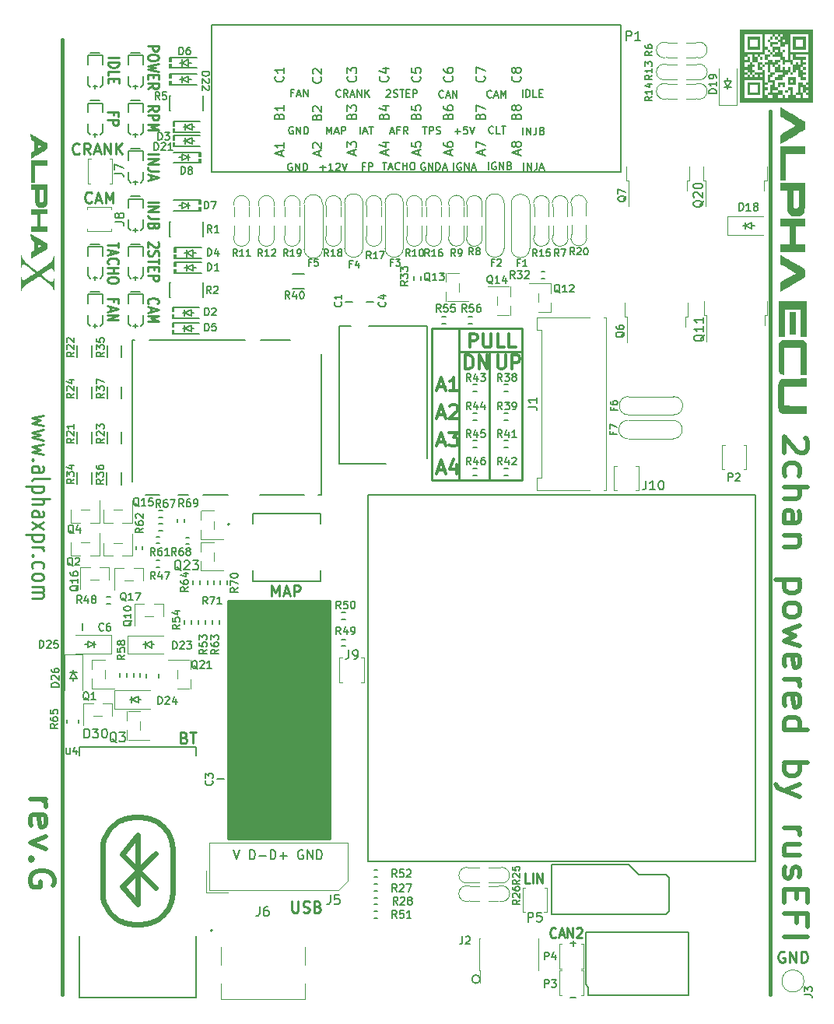
<source format=gto>
G04 #@! TF.GenerationSoftware,KiCad,Pcbnew,7.0.6-7.0.6~ubuntu22.04.1*
G04 #@! TF.CreationDate,2023-07-25T20:45:22+00:00*
G04 #@! TF.ProjectId,alphax_2ch,616c7068-6178-45f3-9263-682e6b696361,G*
G04 #@! TF.SameCoordinates,PX141f5e0PYa2cace0*
G04 #@! TF.FileFunction,Legend,Top*
G04 #@! TF.FilePolarity,Positive*
%FSLAX46Y46*%
G04 Gerber Fmt 4.6, Leading zero omitted, Abs format (unit mm)*
G04 Created by KiCad (PCBNEW 7.0.6-7.0.6~ubuntu22.04.1) date 2023-07-25 20:45:22*
%MOMM*%
%LPD*%
G01*
G04 APERTURE LIST*
%ADD10C,0.250000*%
%ADD11C,0.381000*%
%ADD12C,0.170000*%
%ADD13C,0.300000*%
%ADD14C,0.500000*%
%ADD15C,0.150000*%
%ADD16C,0.127000*%
%ADD17C,0.099060*%
%ADD18C,0.120000*%
%ADD19C,0.203200*%
%ADD20C,0.200000*%
%ADD21C,0.631031*%
G04 APERTURE END LIST*
D10*
X55000000Y70600000D02*
X48200000Y70600000D01*
X48200000Y73100000D02*
X48200000Y56600000D01*
X23000000Y43450000D02*
X34100000Y43450000D01*
X34100000Y17550000D01*
X23000000Y17550000D01*
X23000000Y43450000D01*
G36*
X23000000Y43450000D02*
G01*
X34100000Y43450000D01*
X34100000Y17550000D01*
X23000000Y17550000D01*
X23000000Y43450000D01*
G37*
D11*
X82000000Y600000D02*
X82000000Y96700000D01*
D10*
X55000000Y73100000D02*
X45200000Y73100000D01*
X55000000Y56600000D02*
X55000000Y73100000D01*
X45200000Y73100000D02*
X45200000Y56600000D01*
X45200000Y56600000D02*
X55000000Y56600000D01*
D11*
X5000000Y600000D02*
X5000000Y104500000D01*
D10*
X51500000Y56600000D02*
X51500000Y70600000D01*
D12*
X55110011Y94193739D02*
X55110011Y94993739D01*
X55490963Y94193739D02*
X55490963Y94993739D01*
X55490963Y94993739D02*
X55948106Y94193739D01*
X55948106Y94193739D02*
X55948106Y94993739D01*
X56557629Y94993739D02*
X56557629Y94422311D01*
X56557629Y94422311D02*
X56519534Y94308025D01*
X56519534Y94308025D02*
X56443343Y94231834D01*
X56443343Y94231834D02*
X56329058Y94193739D01*
X56329058Y94193739D02*
X56252867Y94193739D01*
X57205248Y94612787D02*
X57319534Y94574692D01*
X57319534Y94574692D02*
X57357629Y94536596D01*
X57357629Y94536596D02*
X57395725Y94460406D01*
X57395725Y94460406D02*
X57395725Y94346120D01*
X57395725Y94346120D02*
X57357629Y94269930D01*
X57357629Y94269930D02*
X57319534Y94231834D01*
X57319534Y94231834D02*
X57243344Y94193739D01*
X57243344Y94193739D02*
X56938582Y94193739D01*
X56938582Y94193739D02*
X56938582Y94993739D01*
X56938582Y94993739D02*
X57205248Y94993739D01*
X57205248Y94993739D02*
X57281439Y94955644D01*
X57281439Y94955644D02*
X57319534Y94917549D01*
X57319534Y94917549D02*
X57357629Y94841358D01*
X57357629Y94841358D02*
X57357629Y94765168D01*
X57357629Y94765168D02*
X57319534Y94688977D01*
X57319534Y94688977D02*
X57281439Y94650882D01*
X57281439Y94650882D02*
X57205248Y94612787D01*
X57205248Y94612787D02*
X56938582Y94612787D01*
X46457715Y98278936D02*
X46419619Y98240840D01*
X46419619Y98240840D02*
X46305334Y98202745D01*
X46305334Y98202745D02*
X46229143Y98202745D01*
X46229143Y98202745D02*
X46114857Y98240840D01*
X46114857Y98240840D02*
X46038667Y98317031D01*
X46038667Y98317031D02*
X46000572Y98393221D01*
X46000572Y98393221D02*
X45962476Y98545602D01*
X45962476Y98545602D02*
X45962476Y98659888D01*
X45962476Y98659888D02*
X46000572Y98812269D01*
X46000572Y98812269D02*
X46038667Y98888460D01*
X46038667Y98888460D02*
X46114857Y98964650D01*
X46114857Y98964650D02*
X46229143Y99002745D01*
X46229143Y99002745D02*
X46305334Y99002745D01*
X46305334Y99002745D02*
X46419619Y98964650D01*
X46419619Y98964650D02*
X46457715Y98926555D01*
X46762476Y98431317D02*
X47143429Y98431317D01*
X46686286Y98202745D02*
X46952953Y99002745D01*
X46952953Y99002745D02*
X47219619Y98202745D01*
X47486286Y98202745D02*
X47486286Y99002745D01*
X47486286Y99002745D02*
X47943429Y98202745D01*
X47943429Y98202745D02*
X47943429Y99002745D01*
X60237619Y311873D02*
X60862381Y311873D01*
X29990476Y91050650D02*
X29914286Y91088745D01*
X29914286Y91088745D02*
X29800000Y91088745D01*
X29800000Y91088745D02*
X29685714Y91050650D01*
X29685714Y91050650D02*
X29609524Y90974460D01*
X29609524Y90974460D02*
X29571429Y90898269D01*
X29571429Y90898269D02*
X29533333Y90745888D01*
X29533333Y90745888D02*
X29533333Y90631602D01*
X29533333Y90631602D02*
X29571429Y90479221D01*
X29571429Y90479221D02*
X29609524Y90403031D01*
X29609524Y90403031D02*
X29685714Y90326840D01*
X29685714Y90326840D02*
X29800000Y90288745D01*
X29800000Y90288745D02*
X29876191Y90288745D01*
X29876191Y90288745D02*
X29990476Y90326840D01*
X29990476Y90326840D02*
X30028572Y90364936D01*
X30028572Y90364936D02*
X30028572Y90631602D01*
X30028572Y90631602D02*
X29876191Y90631602D01*
X30371429Y90288745D02*
X30371429Y91088745D01*
X30371429Y91088745D02*
X30828572Y90288745D01*
X30828572Y90288745D02*
X30828572Y91088745D01*
X31209524Y90288745D02*
X31209524Y91088745D01*
X31209524Y91088745D02*
X31400000Y91088745D01*
X31400000Y91088745D02*
X31514286Y91050650D01*
X31514286Y91050650D02*
X31590476Y90974460D01*
X31590476Y90974460D02*
X31628571Y90898269D01*
X31628571Y90898269D02*
X31666667Y90745888D01*
X31666667Y90745888D02*
X31666667Y90631602D01*
X31666667Y90631602D02*
X31628571Y90479221D01*
X31628571Y90479221D02*
X31590476Y90403031D01*
X31590476Y90403031D02*
X31514286Y90326840D01*
X31514286Y90326840D02*
X31400000Y90288745D01*
X31400000Y90288745D02*
X31209524Y90288745D01*
D10*
X14372142Y75790477D02*
X14315000Y75838096D01*
X14315000Y75838096D02*
X14257857Y75980953D01*
X14257857Y75980953D02*
X14257857Y76076191D01*
X14257857Y76076191D02*
X14315000Y76219048D01*
X14315000Y76219048D02*
X14429285Y76314286D01*
X14429285Y76314286D02*
X14543571Y76361905D01*
X14543571Y76361905D02*
X14772142Y76409524D01*
X14772142Y76409524D02*
X14943571Y76409524D01*
X14943571Y76409524D02*
X15172142Y76361905D01*
X15172142Y76361905D02*
X15286428Y76314286D01*
X15286428Y76314286D02*
X15400714Y76219048D01*
X15400714Y76219048D02*
X15457857Y76076191D01*
X15457857Y76076191D02*
X15457857Y75980953D01*
X15457857Y75980953D02*
X15400714Y75838096D01*
X15400714Y75838096D02*
X15343571Y75790477D01*
X14600714Y75409524D02*
X14600714Y74933334D01*
X14257857Y75504762D02*
X15457857Y75171429D01*
X15457857Y75171429D02*
X14257857Y74838096D01*
X14257857Y74504762D02*
X15457857Y74504762D01*
X15457857Y74504762D02*
X14600714Y74171429D01*
X14600714Y74171429D02*
X15457857Y73838096D01*
X15457857Y73838096D02*
X14257857Y73838096D01*
D12*
X60257619Y6201873D02*
X60882381Y6201873D01*
X60570000Y5889492D02*
X60570000Y6514254D01*
D10*
X15393571Y82495238D02*
X15450714Y82447619D01*
X15450714Y82447619D02*
X15507857Y82352381D01*
X15507857Y82352381D02*
X15507857Y82114286D01*
X15507857Y82114286D02*
X15450714Y82019048D01*
X15450714Y82019048D02*
X15393571Y81971429D01*
X15393571Y81971429D02*
X15279285Y81923810D01*
X15279285Y81923810D02*
X15165000Y81923810D01*
X15165000Y81923810D02*
X14993571Y81971429D01*
X14993571Y81971429D02*
X14307857Y82542857D01*
X14307857Y82542857D02*
X14307857Y81923810D01*
X14365000Y81542857D02*
X14307857Y81400000D01*
X14307857Y81400000D02*
X14307857Y81161905D01*
X14307857Y81161905D02*
X14365000Y81066667D01*
X14365000Y81066667D02*
X14422142Y81019048D01*
X14422142Y81019048D02*
X14536428Y80971429D01*
X14536428Y80971429D02*
X14650714Y80971429D01*
X14650714Y80971429D02*
X14765000Y81019048D01*
X14765000Y81019048D02*
X14822142Y81066667D01*
X14822142Y81066667D02*
X14879285Y81161905D01*
X14879285Y81161905D02*
X14936428Y81352381D01*
X14936428Y81352381D02*
X14993571Y81447619D01*
X14993571Y81447619D02*
X15050714Y81495238D01*
X15050714Y81495238D02*
X15165000Y81542857D01*
X15165000Y81542857D02*
X15279285Y81542857D01*
X15279285Y81542857D02*
X15393571Y81495238D01*
X15393571Y81495238D02*
X15450714Y81447619D01*
X15450714Y81447619D02*
X15507857Y81352381D01*
X15507857Y81352381D02*
X15507857Y81114286D01*
X15507857Y81114286D02*
X15450714Y80971429D01*
X15507857Y80685714D02*
X15507857Y80114286D01*
X14307857Y80400000D02*
X15507857Y80400000D01*
X14936428Y79780952D02*
X14936428Y79447619D01*
X14307857Y79304762D02*
X14307857Y79780952D01*
X14307857Y79780952D02*
X15507857Y79780952D01*
X15507857Y79780952D02*
X15507857Y79304762D01*
X14307857Y78876190D02*
X15507857Y78876190D01*
X15507857Y78876190D02*
X15507857Y78495238D01*
X15507857Y78495238D02*
X15450714Y78400000D01*
X15450714Y78400000D02*
X15393571Y78352381D01*
X15393571Y78352381D02*
X15279285Y78304762D01*
X15279285Y78304762D02*
X15107857Y78304762D01*
X15107857Y78304762D02*
X14993571Y78352381D01*
X14993571Y78352381D02*
X14936428Y78400000D01*
X14936428Y78400000D02*
X14879285Y78495238D01*
X14879285Y78495238D02*
X14879285Y78876190D01*
D13*
X48854510Y68699172D02*
X48854510Y70199172D01*
X48854510Y70199172D02*
X49211653Y70199172D01*
X49211653Y70199172D02*
X49425939Y70127743D01*
X49425939Y70127743D02*
X49568796Y69984886D01*
X49568796Y69984886D02*
X49640225Y69842029D01*
X49640225Y69842029D02*
X49711653Y69556315D01*
X49711653Y69556315D02*
X49711653Y69342029D01*
X49711653Y69342029D02*
X49640225Y69056315D01*
X49640225Y69056315D02*
X49568796Y68913458D01*
X49568796Y68913458D02*
X49425939Y68770600D01*
X49425939Y68770600D02*
X49211653Y68699172D01*
X49211653Y68699172D02*
X48854510Y68699172D01*
X50354510Y68699172D02*
X50354510Y70199172D01*
X50354510Y70199172D02*
X51211653Y68699172D01*
X51211653Y68699172D02*
X51211653Y70199172D01*
D10*
X14257857Y96761905D02*
X14829285Y97095238D01*
X14257857Y97333333D02*
X15457857Y97333333D01*
X15457857Y97333333D02*
X15457857Y96952381D01*
X15457857Y96952381D02*
X15400714Y96857143D01*
X15400714Y96857143D02*
X15343571Y96809524D01*
X15343571Y96809524D02*
X15229285Y96761905D01*
X15229285Y96761905D02*
X15057857Y96761905D01*
X15057857Y96761905D02*
X14943571Y96809524D01*
X14943571Y96809524D02*
X14886428Y96857143D01*
X14886428Y96857143D02*
X14829285Y96952381D01*
X14829285Y96952381D02*
X14829285Y97333333D01*
X14257857Y96333333D02*
X15457857Y96333333D01*
X15457857Y96333333D02*
X15457857Y95952381D01*
X15457857Y95952381D02*
X15400714Y95857143D01*
X15400714Y95857143D02*
X15343571Y95809524D01*
X15343571Y95809524D02*
X15229285Y95761905D01*
X15229285Y95761905D02*
X15057857Y95761905D01*
X15057857Y95761905D02*
X14943571Y95809524D01*
X14943571Y95809524D02*
X14886428Y95857143D01*
X14886428Y95857143D02*
X14829285Y95952381D01*
X14829285Y95952381D02*
X14829285Y96333333D01*
X14257857Y95333333D02*
X15457857Y95333333D01*
X15457857Y95333333D02*
X14600714Y95000000D01*
X14600714Y95000000D02*
X15457857Y94666667D01*
X15457857Y94666667D02*
X14257857Y94666667D01*
D12*
X40265780Y99009032D02*
X40303876Y99047127D01*
X40303876Y99047127D02*
X40380066Y99085222D01*
X40380066Y99085222D02*
X40570542Y99085222D01*
X40570542Y99085222D02*
X40646733Y99047127D01*
X40646733Y99047127D02*
X40684828Y99009032D01*
X40684828Y99009032D02*
X40722923Y98932841D01*
X40722923Y98932841D02*
X40722923Y98856651D01*
X40722923Y98856651D02*
X40684828Y98742365D01*
X40684828Y98742365D02*
X40227685Y98285222D01*
X40227685Y98285222D02*
X40722923Y98285222D01*
X41027685Y98323317D02*
X41141971Y98285222D01*
X41141971Y98285222D02*
X41332447Y98285222D01*
X41332447Y98285222D02*
X41408638Y98323317D01*
X41408638Y98323317D02*
X41446733Y98361413D01*
X41446733Y98361413D02*
X41484828Y98437603D01*
X41484828Y98437603D02*
X41484828Y98513794D01*
X41484828Y98513794D02*
X41446733Y98589984D01*
X41446733Y98589984D02*
X41408638Y98628079D01*
X41408638Y98628079D02*
X41332447Y98666175D01*
X41332447Y98666175D02*
X41180066Y98704270D01*
X41180066Y98704270D02*
X41103876Y98742365D01*
X41103876Y98742365D02*
X41065781Y98780460D01*
X41065781Y98780460D02*
X41027685Y98856651D01*
X41027685Y98856651D02*
X41027685Y98932841D01*
X41027685Y98932841D02*
X41065781Y99009032D01*
X41065781Y99009032D02*
X41103876Y99047127D01*
X41103876Y99047127D02*
X41180066Y99085222D01*
X41180066Y99085222D02*
X41370543Y99085222D01*
X41370543Y99085222D02*
X41484828Y99047127D01*
X41713400Y99085222D02*
X42170543Y99085222D01*
X41941971Y98285222D02*
X41941971Y99085222D01*
X42437210Y98704270D02*
X42703876Y98704270D01*
X42818162Y98285222D02*
X42437210Y98285222D01*
X42437210Y98285222D02*
X42437210Y99085222D01*
X42437210Y99085222D02*
X42818162Y99085222D01*
X43161020Y98285222D02*
X43161020Y99085222D01*
X43161020Y99085222D02*
X43465782Y99085222D01*
X43465782Y99085222D02*
X43541972Y99047127D01*
X43541972Y99047127D02*
X43580067Y99009032D01*
X43580067Y99009032D02*
X43618163Y98932841D01*
X43618163Y98932841D02*
X43618163Y98818556D01*
X43618163Y98818556D02*
X43580067Y98742365D01*
X43580067Y98742365D02*
X43541972Y98704270D01*
X43541972Y98704270D02*
X43465782Y98666175D01*
X43465782Y98666175D02*
X43161020Y98666175D01*
D10*
X14257857Y92033333D02*
X15457857Y92033333D01*
X14257857Y91557143D02*
X15457857Y91557143D01*
X15457857Y91557143D02*
X14257857Y90985715D01*
X14257857Y90985715D02*
X15457857Y90985715D01*
X15457857Y90223810D02*
X14600714Y90223810D01*
X14600714Y90223810D02*
X14429285Y90271429D01*
X14429285Y90271429D02*
X14315000Y90366667D01*
X14315000Y90366667D02*
X14257857Y90509524D01*
X14257857Y90509524D02*
X14257857Y90604762D01*
X14600714Y89795238D02*
X14600714Y89319048D01*
X14257857Y89890476D02*
X15457857Y89557143D01*
X15457857Y89557143D02*
X14257857Y89223810D01*
D12*
X35259978Y98361413D02*
X35221882Y98323317D01*
X35221882Y98323317D02*
X35107597Y98285222D01*
X35107597Y98285222D02*
X35031406Y98285222D01*
X35031406Y98285222D02*
X34917120Y98323317D01*
X34917120Y98323317D02*
X34840930Y98399508D01*
X34840930Y98399508D02*
X34802835Y98475698D01*
X34802835Y98475698D02*
X34764739Y98628079D01*
X34764739Y98628079D02*
X34764739Y98742365D01*
X34764739Y98742365D02*
X34802835Y98894746D01*
X34802835Y98894746D02*
X34840930Y98970937D01*
X34840930Y98970937D02*
X34917120Y99047127D01*
X34917120Y99047127D02*
X35031406Y99085222D01*
X35031406Y99085222D02*
X35107597Y99085222D01*
X35107597Y99085222D02*
X35221882Y99047127D01*
X35221882Y99047127D02*
X35259978Y99009032D01*
X36059978Y98285222D02*
X35793311Y98666175D01*
X35602835Y98285222D02*
X35602835Y99085222D01*
X35602835Y99085222D02*
X35907597Y99085222D01*
X35907597Y99085222D02*
X35983787Y99047127D01*
X35983787Y99047127D02*
X36021882Y99009032D01*
X36021882Y99009032D02*
X36059978Y98932841D01*
X36059978Y98932841D02*
X36059978Y98818556D01*
X36059978Y98818556D02*
X36021882Y98742365D01*
X36021882Y98742365D02*
X35983787Y98704270D01*
X35983787Y98704270D02*
X35907597Y98666175D01*
X35907597Y98666175D02*
X35602835Y98666175D01*
X36364739Y98513794D02*
X36745692Y98513794D01*
X36288549Y98285222D02*
X36555216Y99085222D01*
X36555216Y99085222D02*
X36821882Y98285222D01*
X37088549Y98285222D02*
X37088549Y99085222D01*
X37088549Y99085222D02*
X37545692Y98285222D01*
X37545692Y98285222D02*
X37545692Y99085222D01*
X37926644Y98285222D02*
X37926644Y99085222D01*
X38383787Y98285222D02*
X38040929Y98742365D01*
X38383787Y99085222D02*
X37926644Y98628079D01*
X33762485Y94239666D02*
X33762485Y95039666D01*
X33762485Y95039666D02*
X34029151Y94468238D01*
X34029151Y94468238D02*
X34295818Y95039666D01*
X34295818Y95039666D02*
X34295818Y94239666D01*
X34638675Y94468238D02*
X35019628Y94468238D01*
X34562485Y94239666D02*
X34829152Y95039666D01*
X34829152Y95039666D02*
X35095818Y94239666D01*
X35362485Y94239666D02*
X35362485Y95039666D01*
X35362485Y95039666D02*
X35667247Y95039666D01*
X35667247Y95039666D02*
X35743437Y95001571D01*
X35743437Y95001571D02*
X35781532Y94963476D01*
X35781532Y94963476D02*
X35819628Y94887285D01*
X35819628Y94887285D02*
X35819628Y94773000D01*
X35819628Y94773000D02*
X35781532Y94696809D01*
X35781532Y94696809D02*
X35743437Y94658714D01*
X35743437Y94658714D02*
X35667247Y94620619D01*
X35667247Y94620619D02*
X35362485Y94620619D01*
D13*
X45883082Y60727743D02*
X46597368Y60727743D01*
X45740225Y60299172D02*
X46240225Y61799172D01*
X46240225Y61799172D02*
X46740225Y60299172D01*
X47097367Y61799172D02*
X48025939Y61799172D01*
X48025939Y61799172D02*
X47525939Y61227743D01*
X47525939Y61227743D02*
X47740224Y61227743D01*
X47740224Y61227743D02*
X47883082Y61156315D01*
X47883082Y61156315D02*
X47954510Y61084886D01*
X47954510Y61084886D02*
X48025939Y60942029D01*
X48025939Y60942029D02*
X48025939Y60584886D01*
X48025939Y60584886D02*
X47954510Y60442029D01*
X47954510Y60442029D02*
X47883082Y60370600D01*
X47883082Y60370600D02*
X47740224Y60299172D01*
X47740224Y60299172D02*
X47311653Y60299172D01*
X47311653Y60299172D02*
X47168796Y60370600D01*
X47168796Y60370600D02*
X47097367Y60442029D01*
D12*
X33040476Y90593507D02*
X33650000Y90593507D01*
X33345238Y90288745D02*
X33345238Y90898269D01*
X34449999Y90288745D02*
X33992856Y90288745D01*
X34221428Y90288745D02*
X34221428Y91088745D01*
X34221428Y91088745D02*
X34145237Y90974460D01*
X34145237Y90974460D02*
X34069047Y90898269D01*
X34069047Y90898269D02*
X33992856Y90860174D01*
X34754761Y91012555D02*
X34792857Y91050650D01*
X34792857Y91050650D02*
X34869047Y91088745D01*
X34869047Y91088745D02*
X35059523Y91088745D01*
X35059523Y91088745D02*
X35135714Y91050650D01*
X35135714Y91050650D02*
X35173809Y91012555D01*
X35173809Y91012555D02*
X35211904Y90936364D01*
X35211904Y90936364D02*
X35211904Y90860174D01*
X35211904Y90860174D02*
X35173809Y90745888D01*
X35173809Y90745888D02*
X34716666Y90288745D01*
X34716666Y90288745D02*
X35211904Y90288745D01*
X35440476Y91088745D02*
X35707143Y90288745D01*
X35707143Y90288745D02*
X35973809Y91088745D01*
D10*
X6828571Y92172143D02*
X6771428Y92115000D01*
X6771428Y92115000D02*
X6600000Y92057858D01*
X6600000Y92057858D02*
X6485714Y92057858D01*
X6485714Y92057858D02*
X6314285Y92115000D01*
X6314285Y92115000D02*
X6200000Y92229286D01*
X6200000Y92229286D02*
X6142857Y92343572D01*
X6142857Y92343572D02*
X6085714Y92572143D01*
X6085714Y92572143D02*
X6085714Y92743572D01*
X6085714Y92743572D02*
X6142857Y92972143D01*
X6142857Y92972143D02*
X6200000Y93086429D01*
X6200000Y93086429D02*
X6314285Y93200715D01*
X6314285Y93200715D02*
X6485714Y93257858D01*
X6485714Y93257858D02*
X6600000Y93257858D01*
X6600000Y93257858D02*
X6771428Y93200715D01*
X6771428Y93200715D02*
X6828571Y93143572D01*
X8028571Y92057858D02*
X7628571Y92629286D01*
X7342857Y92057858D02*
X7342857Y93257858D01*
X7342857Y93257858D02*
X7800000Y93257858D01*
X7800000Y93257858D02*
X7914285Y93200715D01*
X7914285Y93200715D02*
X7971428Y93143572D01*
X7971428Y93143572D02*
X8028571Y93029286D01*
X8028571Y93029286D02*
X8028571Y92857858D01*
X8028571Y92857858D02*
X7971428Y92743572D01*
X7971428Y92743572D02*
X7914285Y92686429D01*
X7914285Y92686429D02*
X7800000Y92629286D01*
X7800000Y92629286D02*
X7342857Y92629286D01*
X8485714Y92400715D02*
X9057143Y92400715D01*
X8371428Y92057858D02*
X8771428Y93257858D01*
X8771428Y93257858D02*
X9171428Y92057858D01*
X9571428Y92057858D02*
X9571428Y93257858D01*
X9571428Y93257858D02*
X10257142Y92057858D01*
X10257142Y92057858D02*
X10257142Y93257858D01*
X10828571Y92057858D02*
X10828571Y93257858D01*
X11514285Y92057858D02*
X10999999Y92743572D01*
X11514285Y93257858D02*
X10828571Y92572143D01*
D12*
X47588096Y90328745D02*
X47588096Y91128745D01*
X48388095Y91090650D02*
X48311905Y91128745D01*
X48311905Y91128745D02*
X48197619Y91128745D01*
X48197619Y91128745D02*
X48083333Y91090650D01*
X48083333Y91090650D02*
X48007143Y91014460D01*
X48007143Y91014460D02*
X47969048Y90938269D01*
X47969048Y90938269D02*
X47930952Y90785888D01*
X47930952Y90785888D02*
X47930952Y90671602D01*
X47930952Y90671602D02*
X47969048Y90519221D01*
X47969048Y90519221D02*
X48007143Y90443031D01*
X48007143Y90443031D02*
X48083333Y90366840D01*
X48083333Y90366840D02*
X48197619Y90328745D01*
X48197619Y90328745D02*
X48273810Y90328745D01*
X48273810Y90328745D02*
X48388095Y90366840D01*
X48388095Y90366840D02*
X48426191Y90404936D01*
X48426191Y90404936D02*
X48426191Y90671602D01*
X48426191Y90671602D02*
X48273810Y90671602D01*
X48769048Y90328745D02*
X48769048Y91128745D01*
X48769048Y91128745D02*
X49226191Y90328745D01*
X49226191Y90328745D02*
X49226191Y91128745D01*
X49569047Y90557317D02*
X49950000Y90557317D01*
X49492857Y90328745D02*
X49759524Y91128745D01*
X49759524Y91128745D02*
X50026190Y90328745D01*
X40700317Y94486724D02*
X41081270Y94486724D01*
X40624127Y94258152D02*
X40890794Y95058152D01*
X40890794Y95058152D02*
X41157460Y94258152D01*
X41690793Y94677200D02*
X41424127Y94677200D01*
X41424127Y94258152D02*
X41424127Y95058152D01*
X41424127Y95058152D02*
X41805079Y95058152D01*
X42566984Y94258152D02*
X42300317Y94639105D01*
X42109841Y94258152D02*
X42109841Y95058152D01*
X42109841Y95058152D02*
X42414603Y95058152D01*
X42414603Y95058152D02*
X42490793Y95020057D01*
X42490793Y95020057D02*
X42528888Y94981962D01*
X42528888Y94981962D02*
X42566984Y94905771D01*
X42566984Y94905771D02*
X42566984Y94791486D01*
X42566984Y94791486D02*
X42528888Y94715295D01*
X42528888Y94715295D02*
X42490793Y94677200D01*
X42490793Y94677200D02*
X42414603Y94639105D01*
X42414603Y94639105D02*
X42109841Y94639105D01*
D14*
X1491891Y21866048D02*
X3225224Y21866048D01*
X2729986Y21866048D02*
X2977605Y21727953D01*
X2977605Y21727953D02*
X3101415Y21589858D01*
X3101415Y21589858D02*
X3225224Y21313667D01*
X3225224Y21313667D02*
X3225224Y21037477D01*
X1615701Y18966048D02*
X1491891Y19242239D01*
X1491891Y19242239D02*
X1491891Y19794620D01*
X1491891Y19794620D02*
X1615701Y20070810D01*
X1615701Y20070810D02*
X1863320Y20208906D01*
X1863320Y20208906D02*
X2853796Y20208906D01*
X2853796Y20208906D02*
X3101415Y20070810D01*
X3101415Y20070810D02*
X3225224Y19794620D01*
X3225224Y19794620D02*
X3225224Y19242239D01*
X3225224Y19242239D02*
X3101415Y18966048D01*
X3101415Y18966048D02*
X2853796Y18827953D01*
X2853796Y18827953D02*
X2606177Y18827953D01*
X2606177Y18827953D02*
X2358558Y20208906D01*
X3225224Y17861287D02*
X1491891Y17170811D01*
X1491891Y17170811D02*
X3225224Y16480334D01*
X1739510Y15375572D02*
X1615701Y15237477D01*
X1615701Y15237477D02*
X1491891Y15375572D01*
X1491891Y15375572D02*
X1615701Y15513668D01*
X1615701Y15513668D02*
X1739510Y15375572D01*
X1739510Y15375572D02*
X1491891Y15375572D01*
X3968081Y12475573D02*
X4091891Y12751763D01*
X4091891Y12751763D02*
X4091891Y13166049D01*
X4091891Y13166049D02*
X3968081Y13580335D01*
X3968081Y13580335D02*
X3720462Y13856525D01*
X3720462Y13856525D02*
X3472843Y13994620D01*
X3472843Y13994620D02*
X2977605Y14132716D01*
X2977605Y14132716D02*
X2606177Y14132716D01*
X2606177Y14132716D02*
X2110939Y13994620D01*
X2110939Y13994620D02*
X1863320Y13856525D01*
X1863320Y13856525D02*
X1615701Y13580335D01*
X1615701Y13580335D02*
X1491891Y13166049D01*
X1491891Y13166049D02*
X1491891Y12889858D01*
X1491891Y12889858D02*
X1615701Y12475573D01*
X1615701Y12475573D02*
X1739510Y12337477D01*
X1739510Y12337477D02*
X2606177Y12337477D01*
X2606177Y12337477D02*
X2606177Y12889858D01*
D10*
X10536428Y96307143D02*
X10536428Y96640476D01*
X9907857Y96640476D02*
X11107857Y96640476D01*
X11107857Y96640476D02*
X11107857Y96164286D01*
X9907857Y95783333D02*
X11107857Y95783333D01*
X11107857Y95783333D02*
X11107857Y95402381D01*
X11107857Y95402381D02*
X11050714Y95307143D01*
X11050714Y95307143D02*
X10993571Y95259524D01*
X10993571Y95259524D02*
X10879285Y95211905D01*
X10879285Y95211905D02*
X10707857Y95211905D01*
X10707857Y95211905D02*
X10593571Y95259524D01*
X10593571Y95259524D02*
X10536428Y95307143D01*
X10536428Y95307143D02*
X10479285Y95402381D01*
X10479285Y95402381D02*
X10479285Y95783333D01*
D14*
X85875571Y61188673D02*
X85999380Y61050577D01*
X85999380Y61050577D02*
X86123190Y60774387D01*
X86123190Y60774387D02*
X86123190Y60083911D01*
X86123190Y60083911D02*
X85999380Y59807720D01*
X85999380Y59807720D02*
X85875571Y59669625D01*
X85875571Y59669625D02*
X85627952Y59531530D01*
X85627952Y59531530D02*
X85380333Y59531530D01*
X85380333Y59531530D02*
X85008904Y59669625D01*
X85008904Y59669625D02*
X83523190Y61326768D01*
X83523190Y61326768D02*
X83523190Y59531530D01*
X83647000Y57045815D02*
X83523190Y57322006D01*
X83523190Y57322006D02*
X83523190Y57874387D01*
X83523190Y57874387D02*
X83647000Y58150577D01*
X83647000Y58150577D02*
X83770809Y58288672D01*
X83770809Y58288672D02*
X84018428Y58426768D01*
X84018428Y58426768D02*
X84761285Y58426768D01*
X84761285Y58426768D02*
X85008904Y58288672D01*
X85008904Y58288672D02*
X85132714Y58150577D01*
X85132714Y58150577D02*
X85256523Y57874387D01*
X85256523Y57874387D02*
X85256523Y57322006D01*
X85256523Y57322006D02*
X85132714Y57045815D01*
X83523190Y55802958D02*
X86123190Y55802958D01*
X83523190Y54560101D02*
X84885095Y54560101D01*
X84885095Y54560101D02*
X85132714Y54698196D01*
X85132714Y54698196D02*
X85256523Y54974387D01*
X85256523Y54974387D02*
X85256523Y55388673D01*
X85256523Y55388673D02*
X85132714Y55664863D01*
X85132714Y55664863D02*
X85008904Y55802958D01*
X83523190Y51936291D02*
X84885095Y51936291D01*
X84885095Y51936291D02*
X85132714Y52074386D01*
X85132714Y52074386D02*
X85256523Y52350577D01*
X85256523Y52350577D02*
X85256523Y52902958D01*
X85256523Y52902958D02*
X85132714Y53179148D01*
X83647000Y51936291D02*
X83523190Y52212482D01*
X83523190Y52212482D02*
X83523190Y52902958D01*
X83523190Y52902958D02*
X83647000Y53179148D01*
X83647000Y53179148D02*
X83894619Y53317244D01*
X83894619Y53317244D02*
X84142238Y53317244D01*
X84142238Y53317244D02*
X84389857Y53179148D01*
X84389857Y53179148D02*
X84513666Y52902958D01*
X84513666Y52902958D02*
X84513666Y52212482D01*
X84513666Y52212482D02*
X84637476Y51936291D01*
X85256523Y50555338D02*
X83523190Y50555338D01*
X85008904Y50555338D02*
X85132714Y50417243D01*
X85132714Y50417243D02*
X85256523Y50141053D01*
X85256523Y50141053D02*
X85256523Y49726767D01*
X85256523Y49726767D02*
X85132714Y49450576D01*
X85132714Y49450576D02*
X84885095Y49312481D01*
X84885095Y49312481D02*
X83523190Y49312481D01*
X85256523Y45722004D02*
X82656523Y45722004D01*
X85132714Y45722004D02*
X85256523Y45445814D01*
X85256523Y45445814D02*
X85256523Y44893433D01*
X85256523Y44893433D02*
X85132714Y44617242D01*
X85132714Y44617242D02*
X85008904Y44479147D01*
X85008904Y44479147D02*
X84761285Y44341052D01*
X84761285Y44341052D02*
X84018428Y44341052D01*
X84018428Y44341052D02*
X83770809Y44479147D01*
X83770809Y44479147D02*
X83647000Y44617242D01*
X83647000Y44617242D02*
X83523190Y44893433D01*
X83523190Y44893433D02*
X83523190Y45445814D01*
X83523190Y45445814D02*
X83647000Y45722004D01*
X83523190Y42683909D02*
X83647000Y42960099D01*
X83647000Y42960099D02*
X83770809Y43098194D01*
X83770809Y43098194D02*
X84018428Y43236290D01*
X84018428Y43236290D02*
X84761285Y43236290D01*
X84761285Y43236290D02*
X85008904Y43098194D01*
X85008904Y43098194D02*
X85132714Y42960099D01*
X85132714Y42960099D02*
X85256523Y42683909D01*
X85256523Y42683909D02*
X85256523Y42269623D01*
X85256523Y42269623D02*
X85132714Y41993432D01*
X85132714Y41993432D02*
X85008904Y41855337D01*
X85008904Y41855337D02*
X84761285Y41717242D01*
X84761285Y41717242D02*
X84018428Y41717242D01*
X84018428Y41717242D02*
X83770809Y41855337D01*
X83770809Y41855337D02*
X83647000Y41993432D01*
X83647000Y41993432D02*
X83523190Y42269623D01*
X83523190Y42269623D02*
X83523190Y42683909D01*
X85256523Y40750575D02*
X83523190Y40198194D01*
X83523190Y40198194D02*
X84761285Y39645813D01*
X84761285Y39645813D02*
X83523190Y39093432D01*
X83523190Y39093432D02*
X85256523Y38541051D01*
X83647000Y36331527D02*
X83523190Y36607718D01*
X83523190Y36607718D02*
X83523190Y37160099D01*
X83523190Y37160099D02*
X83647000Y37436289D01*
X83647000Y37436289D02*
X83894619Y37574385D01*
X83894619Y37574385D02*
X84885095Y37574385D01*
X84885095Y37574385D02*
X85132714Y37436289D01*
X85132714Y37436289D02*
X85256523Y37160099D01*
X85256523Y37160099D02*
X85256523Y36607718D01*
X85256523Y36607718D02*
X85132714Y36331527D01*
X85132714Y36331527D02*
X84885095Y36193432D01*
X84885095Y36193432D02*
X84637476Y36193432D01*
X84637476Y36193432D02*
X84389857Y37574385D01*
X83523190Y34950575D02*
X85256523Y34950575D01*
X84761285Y34950575D02*
X85008904Y34812480D01*
X85008904Y34812480D02*
X85132714Y34674385D01*
X85132714Y34674385D02*
X85256523Y34398194D01*
X85256523Y34398194D02*
X85256523Y34122004D01*
X83647000Y32050575D02*
X83523190Y32326766D01*
X83523190Y32326766D02*
X83523190Y32879147D01*
X83523190Y32879147D02*
X83647000Y33155337D01*
X83647000Y33155337D02*
X83894619Y33293433D01*
X83894619Y33293433D02*
X84885095Y33293433D01*
X84885095Y33293433D02*
X85132714Y33155337D01*
X85132714Y33155337D02*
X85256523Y32879147D01*
X85256523Y32879147D02*
X85256523Y32326766D01*
X85256523Y32326766D02*
X85132714Y32050575D01*
X85132714Y32050575D02*
X84885095Y31912480D01*
X84885095Y31912480D02*
X84637476Y31912480D01*
X84637476Y31912480D02*
X84389857Y33293433D01*
X83523190Y29426766D02*
X86123190Y29426766D01*
X83647000Y29426766D02*
X83523190Y29702957D01*
X83523190Y29702957D02*
X83523190Y30255338D01*
X83523190Y30255338D02*
X83647000Y30531528D01*
X83647000Y30531528D02*
X83770809Y30669623D01*
X83770809Y30669623D02*
X84018428Y30807719D01*
X84018428Y30807719D02*
X84761285Y30807719D01*
X84761285Y30807719D02*
X85008904Y30669623D01*
X85008904Y30669623D02*
X85132714Y30531528D01*
X85132714Y30531528D02*
X85256523Y30255338D01*
X85256523Y30255338D02*
X85256523Y29702957D01*
X85256523Y29702957D02*
X85132714Y29426766D01*
X83523190Y25836289D02*
X86123190Y25836289D01*
X85132714Y25836289D02*
X85256523Y25560099D01*
X85256523Y25560099D02*
X85256523Y25007718D01*
X85256523Y25007718D02*
X85132714Y24731527D01*
X85132714Y24731527D02*
X85008904Y24593432D01*
X85008904Y24593432D02*
X84761285Y24455337D01*
X84761285Y24455337D02*
X84018428Y24455337D01*
X84018428Y24455337D02*
X83770809Y24593432D01*
X83770809Y24593432D02*
X83647000Y24731527D01*
X83647000Y24731527D02*
X83523190Y25007718D01*
X83523190Y25007718D02*
X83523190Y25560099D01*
X83523190Y25560099D02*
X83647000Y25836289D01*
X85256523Y23488670D02*
X83523190Y22798194D01*
X85256523Y22107717D02*
X83523190Y22798194D01*
X83523190Y22798194D02*
X82904142Y23074384D01*
X82904142Y23074384D02*
X82780333Y23212479D01*
X82780333Y23212479D02*
X82656523Y23488670D01*
X83523190Y18793431D02*
X85256523Y18793431D01*
X84761285Y18793431D02*
X85008904Y18655336D01*
X85008904Y18655336D02*
X85132714Y18517241D01*
X85132714Y18517241D02*
X85256523Y18241050D01*
X85256523Y18241050D02*
X85256523Y17964860D01*
X85256523Y15755336D02*
X83523190Y15755336D01*
X85256523Y16998193D02*
X83894619Y16998193D01*
X83894619Y16998193D02*
X83647000Y16860098D01*
X83647000Y16860098D02*
X83523190Y16583908D01*
X83523190Y16583908D02*
X83523190Y16169622D01*
X83523190Y16169622D02*
X83647000Y15893431D01*
X83647000Y15893431D02*
X83770809Y15755336D01*
X83647000Y14512479D02*
X83523190Y14236288D01*
X83523190Y14236288D02*
X83523190Y13683907D01*
X83523190Y13683907D02*
X83647000Y13407717D01*
X83647000Y13407717D02*
X83894619Y13269621D01*
X83894619Y13269621D02*
X84018428Y13269621D01*
X84018428Y13269621D02*
X84266047Y13407717D01*
X84266047Y13407717D02*
X84389857Y13683907D01*
X84389857Y13683907D02*
X84389857Y14098193D01*
X84389857Y14098193D02*
X84513666Y14374383D01*
X84513666Y14374383D02*
X84761285Y14512479D01*
X84761285Y14512479D02*
X84885095Y14512479D01*
X84885095Y14512479D02*
X85132714Y14374383D01*
X85132714Y14374383D02*
X85256523Y14098193D01*
X85256523Y14098193D02*
X85256523Y13683907D01*
X85256523Y13683907D02*
X85132714Y13407717D01*
X84885095Y12026764D02*
X84885095Y11060098D01*
X83523190Y10645812D02*
X83523190Y12026764D01*
X83523190Y12026764D02*
X86123190Y12026764D01*
X86123190Y12026764D02*
X86123190Y10645812D01*
X84885095Y8436288D02*
X84885095Y9402954D01*
X83523190Y9402954D02*
X86123190Y9402954D01*
X86123190Y9402954D02*
X86123190Y8022002D01*
X83523190Y6917240D02*
X86123190Y6917240D01*
D10*
X55847619Y12704120D02*
X55371429Y12704120D01*
X55371429Y12704120D02*
X55371429Y13804120D01*
X56180953Y12704120D02*
X56180953Y13804120D01*
X56657143Y12704120D02*
X56657143Y13804120D01*
X56657143Y13804120D02*
X57228571Y12704120D01*
X57228571Y12704120D02*
X57228571Y13804120D01*
D12*
X30129518Y98725741D02*
X29862852Y98725741D01*
X29862852Y98306693D02*
X29862852Y99106693D01*
X29862852Y99106693D02*
X30243804Y99106693D01*
X30510470Y98535265D02*
X30891423Y98535265D01*
X30434280Y98306693D02*
X30700947Y99106693D01*
X30700947Y99106693D02*
X30967613Y98306693D01*
X31234280Y98306693D02*
X31234280Y99106693D01*
X31234280Y99106693D02*
X31691423Y98306693D01*
X31691423Y98306693D02*
X31691423Y99106693D01*
X30089116Y95032232D02*
X30012926Y95070327D01*
X30012926Y95070327D02*
X29898640Y95070327D01*
X29898640Y95070327D02*
X29784354Y95032232D01*
X29784354Y95032232D02*
X29708164Y94956042D01*
X29708164Y94956042D02*
X29670069Y94879851D01*
X29670069Y94879851D02*
X29631973Y94727470D01*
X29631973Y94727470D02*
X29631973Y94613184D01*
X29631973Y94613184D02*
X29670069Y94460803D01*
X29670069Y94460803D02*
X29708164Y94384613D01*
X29708164Y94384613D02*
X29784354Y94308422D01*
X29784354Y94308422D02*
X29898640Y94270327D01*
X29898640Y94270327D02*
X29974831Y94270327D01*
X29974831Y94270327D02*
X30089116Y94308422D01*
X30089116Y94308422D02*
X30127212Y94346518D01*
X30127212Y94346518D02*
X30127212Y94613184D01*
X30127212Y94613184D02*
X29974831Y94613184D01*
X30470069Y94270327D02*
X30470069Y95070327D01*
X30470069Y95070327D02*
X30927212Y94270327D01*
X30927212Y94270327D02*
X30927212Y95070327D01*
X31308164Y94270327D02*
X31308164Y95070327D01*
X31308164Y95070327D02*
X31498640Y95070327D01*
X31498640Y95070327D02*
X31612926Y95032232D01*
X31612926Y95032232D02*
X31689116Y94956042D01*
X31689116Y94956042D02*
X31727211Y94879851D01*
X31727211Y94879851D02*
X31765307Y94727470D01*
X31765307Y94727470D02*
X31765307Y94613184D01*
X31765307Y94613184D02*
X31727211Y94460803D01*
X31727211Y94460803D02*
X31689116Y94384613D01*
X31689116Y94384613D02*
X31612926Y94308422D01*
X31612926Y94308422D02*
X31498640Y94270327D01*
X31498640Y94270327D02*
X31308164Y94270327D01*
X51687863Y98284977D02*
X51649767Y98246881D01*
X51649767Y98246881D02*
X51535482Y98208786D01*
X51535482Y98208786D02*
X51459291Y98208786D01*
X51459291Y98208786D02*
X51345005Y98246881D01*
X51345005Y98246881D02*
X51268815Y98323072D01*
X51268815Y98323072D02*
X51230720Y98399262D01*
X51230720Y98399262D02*
X51192624Y98551643D01*
X51192624Y98551643D02*
X51192624Y98665929D01*
X51192624Y98665929D02*
X51230720Y98818310D01*
X51230720Y98818310D02*
X51268815Y98894501D01*
X51268815Y98894501D02*
X51345005Y98970691D01*
X51345005Y98970691D02*
X51459291Y99008786D01*
X51459291Y99008786D02*
X51535482Y99008786D01*
X51535482Y99008786D02*
X51649767Y98970691D01*
X51649767Y98970691D02*
X51687863Y98932596D01*
X51992624Y98437358D02*
X52373577Y98437358D01*
X51916434Y98208786D02*
X52183101Y99008786D01*
X52183101Y99008786D02*
X52449767Y98208786D01*
X52716434Y98208786D02*
X52716434Y99008786D01*
X52716434Y99008786D02*
X52983100Y98437358D01*
X52983100Y98437358D02*
X53249767Y99008786D01*
X53249767Y99008786D02*
X53249767Y98208786D01*
D10*
X8171428Y86872143D02*
X8114285Y86815000D01*
X8114285Y86815000D02*
X7942857Y86757858D01*
X7942857Y86757858D02*
X7828571Y86757858D01*
X7828571Y86757858D02*
X7657142Y86815000D01*
X7657142Y86815000D02*
X7542857Y86929286D01*
X7542857Y86929286D02*
X7485714Y87043572D01*
X7485714Y87043572D02*
X7428571Y87272143D01*
X7428571Y87272143D02*
X7428571Y87443572D01*
X7428571Y87443572D02*
X7485714Y87672143D01*
X7485714Y87672143D02*
X7542857Y87786429D01*
X7542857Y87786429D02*
X7657142Y87900715D01*
X7657142Y87900715D02*
X7828571Y87957858D01*
X7828571Y87957858D02*
X7942857Y87957858D01*
X7942857Y87957858D02*
X8114285Y87900715D01*
X8114285Y87900715D02*
X8171428Y87843572D01*
X8628571Y87100715D02*
X9200000Y87100715D01*
X8514285Y86757858D02*
X8914285Y87957858D01*
X8914285Y87957858D02*
X9314285Y86757858D01*
X9714285Y86757858D02*
X9714285Y87957858D01*
X9714285Y87957858D02*
X10114285Y87100715D01*
X10114285Y87100715D02*
X10514285Y87957858D01*
X10514285Y87957858D02*
X10514285Y86757858D01*
D12*
X55188625Y90328988D02*
X55188625Y91128988D01*
X55569577Y90328988D02*
X55569577Y91128988D01*
X55569577Y91128988D02*
X56026720Y90328988D01*
X56026720Y90328988D02*
X56026720Y91128988D01*
X56636243Y91128988D02*
X56636243Y90557560D01*
X56636243Y90557560D02*
X56598148Y90443274D01*
X56598148Y90443274D02*
X56521957Y90367083D01*
X56521957Y90367083D02*
X56407672Y90328988D01*
X56407672Y90328988D02*
X56331481Y90328988D01*
X56979100Y90557560D02*
X57360053Y90557560D01*
X56902910Y90328988D02*
X57169577Y91128988D01*
X57169577Y91128988D02*
X57436243Y90328988D01*
D15*
X23642857Y16345181D02*
X23976190Y15345181D01*
X23976190Y15345181D02*
X24309523Y16345181D01*
X25404762Y15345181D02*
X25404762Y16345181D01*
X25404762Y16345181D02*
X25642857Y16345181D01*
X25642857Y16345181D02*
X25785714Y16297562D01*
X25785714Y16297562D02*
X25880952Y16202324D01*
X25880952Y16202324D02*
X25928571Y16107086D01*
X25928571Y16107086D02*
X25976190Y15916610D01*
X25976190Y15916610D02*
X25976190Y15773753D01*
X25976190Y15773753D02*
X25928571Y15583277D01*
X25928571Y15583277D02*
X25880952Y15488039D01*
X25880952Y15488039D02*
X25785714Y15392800D01*
X25785714Y15392800D02*
X25642857Y15345181D01*
X25642857Y15345181D02*
X25404762Y15345181D01*
X26404762Y15726134D02*
X27166667Y15726134D01*
X27642857Y15345181D02*
X27642857Y16345181D01*
X27642857Y16345181D02*
X27880952Y16345181D01*
X27880952Y16345181D02*
X28023809Y16297562D01*
X28023809Y16297562D02*
X28119047Y16202324D01*
X28119047Y16202324D02*
X28166666Y16107086D01*
X28166666Y16107086D02*
X28214285Y15916610D01*
X28214285Y15916610D02*
X28214285Y15773753D01*
X28214285Y15773753D02*
X28166666Y15583277D01*
X28166666Y15583277D02*
X28119047Y15488039D01*
X28119047Y15488039D02*
X28023809Y15392800D01*
X28023809Y15392800D02*
X27880952Y15345181D01*
X27880952Y15345181D02*
X27642857Y15345181D01*
X28642857Y15726134D02*
X29404762Y15726134D01*
X29023809Y15345181D02*
X29023809Y16107086D01*
X31166666Y16297562D02*
X31071428Y16345181D01*
X31071428Y16345181D02*
X30928571Y16345181D01*
X30928571Y16345181D02*
X30785714Y16297562D01*
X30785714Y16297562D02*
X30690476Y16202324D01*
X30690476Y16202324D02*
X30642857Y16107086D01*
X30642857Y16107086D02*
X30595238Y15916610D01*
X30595238Y15916610D02*
X30595238Y15773753D01*
X30595238Y15773753D02*
X30642857Y15583277D01*
X30642857Y15583277D02*
X30690476Y15488039D01*
X30690476Y15488039D02*
X30785714Y15392800D01*
X30785714Y15392800D02*
X30928571Y15345181D01*
X30928571Y15345181D02*
X31023809Y15345181D01*
X31023809Y15345181D02*
X31166666Y15392800D01*
X31166666Y15392800D02*
X31214285Y15440420D01*
X31214285Y15440420D02*
X31214285Y15773753D01*
X31214285Y15773753D02*
X31023809Y15773753D01*
X31642857Y15345181D02*
X31642857Y16345181D01*
X31642857Y16345181D02*
X32214285Y15345181D01*
X32214285Y15345181D02*
X32214285Y16345181D01*
X32690476Y15345181D02*
X32690476Y16345181D01*
X32690476Y16345181D02*
X32928571Y16345181D01*
X32928571Y16345181D02*
X33071428Y16297562D01*
X33071428Y16297562D02*
X33166666Y16202324D01*
X33166666Y16202324D02*
X33214285Y16107086D01*
X33214285Y16107086D02*
X33261904Y15916610D01*
X33261904Y15916610D02*
X33261904Y15773753D01*
X33261904Y15773753D02*
X33214285Y15583277D01*
X33214285Y15583277D02*
X33166666Y15488039D01*
X33166666Y15488039D02*
X33071428Y15392800D01*
X33071428Y15392800D02*
X32928571Y15345181D01*
X32928571Y15345181D02*
X32690476Y15345181D01*
D12*
X47711927Y94562914D02*
X48321451Y94562914D01*
X48016689Y94258152D02*
X48016689Y94867676D01*
X49083355Y95058152D02*
X48702403Y95058152D01*
X48702403Y95058152D02*
X48664307Y94677200D01*
X48664307Y94677200D02*
X48702403Y94715295D01*
X48702403Y94715295D02*
X48778593Y94753390D01*
X48778593Y94753390D02*
X48969069Y94753390D01*
X48969069Y94753390D02*
X49045260Y94715295D01*
X49045260Y94715295D02*
X49083355Y94677200D01*
X49083355Y94677200D02*
X49121450Y94601009D01*
X49121450Y94601009D02*
X49121450Y94410533D01*
X49121450Y94410533D02*
X49083355Y94334343D01*
X49083355Y94334343D02*
X49045260Y94296247D01*
X49045260Y94296247D02*
X48969069Y94258152D01*
X48969069Y94258152D02*
X48778593Y94258152D01*
X48778593Y94258152D02*
X48702403Y94296247D01*
X48702403Y94296247D02*
X48664307Y94334343D01*
X49350022Y95058152D02*
X49616689Y94258152D01*
X49616689Y94258152D02*
X49883355Y95058152D01*
X37418017Y94267578D02*
X37418017Y95067578D01*
X37760873Y94496150D02*
X38141826Y94496150D01*
X37684683Y94267578D02*
X37951350Y95067578D01*
X37951350Y95067578D02*
X38218016Y94267578D01*
X38370397Y95067578D02*
X38827540Y95067578D01*
X38598968Y94267578D02*
X38598968Y95067578D01*
X55062223Y98294669D02*
X55062223Y99094669D01*
X55443175Y98294669D02*
X55443175Y99094669D01*
X55443175Y99094669D02*
X55633651Y99094669D01*
X55633651Y99094669D02*
X55747937Y99056574D01*
X55747937Y99056574D02*
X55824127Y98980384D01*
X55824127Y98980384D02*
X55862222Y98904193D01*
X55862222Y98904193D02*
X55900318Y98751812D01*
X55900318Y98751812D02*
X55900318Y98637526D01*
X55900318Y98637526D02*
X55862222Y98485145D01*
X55862222Y98485145D02*
X55824127Y98408955D01*
X55824127Y98408955D02*
X55747937Y98332764D01*
X55747937Y98332764D02*
X55633651Y98294669D01*
X55633651Y98294669D02*
X55443175Y98294669D01*
X56624127Y98294669D02*
X56243175Y98294669D01*
X56243175Y98294669D02*
X56243175Y99094669D01*
X56890794Y98713717D02*
X57157460Y98713717D01*
X57271746Y98294669D02*
X56890794Y98294669D01*
X56890794Y98294669D02*
X56890794Y99094669D01*
X56890794Y99094669D02*
X57271746Y99094669D01*
D10*
X29985714Y10757858D02*
X29985714Y9786429D01*
X29985714Y9786429D02*
X30042857Y9672143D01*
X30042857Y9672143D02*
X30100000Y9615000D01*
X30100000Y9615000D02*
X30214285Y9557858D01*
X30214285Y9557858D02*
X30442857Y9557858D01*
X30442857Y9557858D02*
X30557142Y9615000D01*
X30557142Y9615000D02*
X30614285Y9672143D01*
X30614285Y9672143D02*
X30671428Y9786429D01*
X30671428Y9786429D02*
X30671428Y10757858D01*
X31185714Y9615000D02*
X31357143Y9557858D01*
X31357143Y9557858D02*
X31642857Y9557858D01*
X31642857Y9557858D02*
X31757143Y9615000D01*
X31757143Y9615000D02*
X31814285Y9672143D01*
X31814285Y9672143D02*
X31871428Y9786429D01*
X31871428Y9786429D02*
X31871428Y9900715D01*
X31871428Y9900715D02*
X31814285Y10015000D01*
X31814285Y10015000D02*
X31757143Y10072143D01*
X31757143Y10072143D02*
X31642857Y10129286D01*
X31642857Y10129286D02*
X31414285Y10186429D01*
X31414285Y10186429D02*
X31300000Y10243572D01*
X31300000Y10243572D02*
X31242857Y10300715D01*
X31242857Y10300715D02*
X31185714Y10415000D01*
X31185714Y10415000D02*
X31185714Y10529286D01*
X31185714Y10529286D02*
X31242857Y10643572D01*
X31242857Y10643572D02*
X31300000Y10700715D01*
X31300000Y10700715D02*
X31414285Y10757858D01*
X31414285Y10757858D02*
X31700000Y10757858D01*
X31700000Y10757858D02*
X31871428Y10700715D01*
X32785714Y10186429D02*
X32957142Y10129286D01*
X32957142Y10129286D02*
X33014285Y10072143D01*
X33014285Y10072143D02*
X33071428Y9957858D01*
X33071428Y9957858D02*
X33071428Y9786429D01*
X33071428Y9786429D02*
X33014285Y9672143D01*
X33014285Y9672143D02*
X32957142Y9615000D01*
X32957142Y9615000D02*
X32842857Y9557858D01*
X32842857Y9557858D02*
X32385714Y9557858D01*
X32385714Y9557858D02*
X32385714Y10757858D01*
X32385714Y10757858D02*
X32785714Y10757858D01*
X32785714Y10757858D02*
X32900000Y10700715D01*
X32900000Y10700715D02*
X32957142Y10643572D01*
X32957142Y10643572D02*
X33014285Y10529286D01*
X33014285Y10529286D02*
X33014285Y10415000D01*
X33014285Y10415000D02*
X32957142Y10300715D01*
X32957142Y10300715D02*
X32900000Y10243572D01*
X32900000Y10243572D02*
X32785714Y10186429D01*
X32785714Y10186429D02*
X32385714Y10186429D01*
X10536428Y75959524D02*
X10536428Y76292857D01*
X9907857Y76292857D02*
X11107857Y76292857D01*
X11107857Y76292857D02*
X11107857Y75816667D01*
X10250714Y75483333D02*
X10250714Y75007143D01*
X9907857Y75578571D02*
X11107857Y75245238D01*
X11107857Y75245238D02*
X9907857Y74911905D01*
X9907857Y74578571D02*
X11107857Y74578571D01*
X11107857Y74578571D02*
X9907857Y74007143D01*
X9907857Y74007143D02*
X11107857Y74007143D01*
X83585714Y5250715D02*
X83471429Y5307858D01*
X83471429Y5307858D02*
X83300000Y5307858D01*
X83300000Y5307858D02*
X83128571Y5250715D01*
X83128571Y5250715D02*
X83014286Y5136429D01*
X83014286Y5136429D02*
X82957143Y5022143D01*
X82957143Y5022143D02*
X82900000Y4793572D01*
X82900000Y4793572D02*
X82900000Y4622143D01*
X82900000Y4622143D02*
X82957143Y4393572D01*
X82957143Y4393572D02*
X83014286Y4279286D01*
X83014286Y4279286D02*
X83128571Y4165000D01*
X83128571Y4165000D02*
X83300000Y4107858D01*
X83300000Y4107858D02*
X83414286Y4107858D01*
X83414286Y4107858D02*
X83585714Y4165000D01*
X83585714Y4165000D02*
X83642857Y4222143D01*
X83642857Y4222143D02*
X83642857Y4622143D01*
X83642857Y4622143D02*
X83414286Y4622143D01*
X84157143Y4107858D02*
X84157143Y5307858D01*
X84157143Y5307858D02*
X84842857Y4107858D01*
X84842857Y4107858D02*
X84842857Y5307858D01*
X85414286Y4107858D02*
X85414286Y5307858D01*
X85414286Y5307858D02*
X85700000Y5307858D01*
X85700000Y5307858D02*
X85871429Y5250715D01*
X85871429Y5250715D02*
X85985714Y5136429D01*
X85985714Y5136429D02*
X86042857Y5022143D01*
X86042857Y5022143D02*
X86100000Y4793572D01*
X86100000Y4793572D02*
X86100000Y4622143D01*
X86100000Y4622143D02*
X86042857Y4393572D01*
X86042857Y4393572D02*
X85985714Y4279286D01*
X85985714Y4279286D02*
X85871429Y4165000D01*
X85871429Y4165000D02*
X85700000Y4107858D01*
X85700000Y4107858D02*
X85414286Y4107858D01*
D12*
X51902234Y94377284D02*
X51864138Y94339188D01*
X51864138Y94339188D02*
X51749853Y94301093D01*
X51749853Y94301093D02*
X51673662Y94301093D01*
X51673662Y94301093D02*
X51559376Y94339188D01*
X51559376Y94339188D02*
X51483186Y94415379D01*
X51483186Y94415379D02*
X51445091Y94491569D01*
X51445091Y94491569D02*
X51406995Y94643950D01*
X51406995Y94643950D02*
X51406995Y94758236D01*
X51406995Y94758236D02*
X51445091Y94910617D01*
X51445091Y94910617D02*
X51483186Y94986808D01*
X51483186Y94986808D02*
X51559376Y95062998D01*
X51559376Y95062998D02*
X51673662Y95101093D01*
X51673662Y95101093D02*
X51749853Y95101093D01*
X51749853Y95101093D02*
X51864138Y95062998D01*
X51864138Y95062998D02*
X51902234Y95024903D01*
X52626043Y94301093D02*
X52245091Y94301093D01*
X52245091Y94301093D02*
X52245091Y95101093D01*
X52778424Y95101093D02*
X53235567Y95101093D01*
X53006995Y94301093D02*
X53006995Y95101093D01*
D13*
X52354510Y70199172D02*
X52354510Y68984886D01*
X52354510Y68984886D02*
X52425939Y68842029D01*
X52425939Y68842029D02*
X52497368Y68770600D01*
X52497368Y68770600D02*
X52640225Y68699172D01*
X52640225Y68699172D02*
X52925939Y68699172D01*
X52925939Y68699172D02*
X53068796Y68770600D01*
X53068796Y68770600D02*
X53140225Y68842029D01*
X53140225Y68842029D02*
X53211653Y68984886D01*
X53211653Y68984886D02*
X53211653Y70199172D01*
X53925939Y68699172D02*
X53925939Y70199172D01*
X53925939Y70199172D02*
X54497368Y70199172D01*
X54497368Y70199172D02*
X54640225Y70127743D01*
X54640225Y70127743D02*
X54711654Y70056315D01*
X54711654Y70056315D02*
X54783082Y69913458D01*
X54783082Y69913458D02*
X54783082Y69699172D01*
X54783082Y69699172D02*
X54711654Y69556315D01*
X54711654Y69556315D02*
X54640225Y69484886D01*
X54640225Y69484886D02*
X54497368Y69413458D01*
X54497368Y69413458D02*
X53925939Y69413458D01*
X49302453Y71034729D02*
X49302453Y72534729D01*
X49302453Y72534729D02*
X49873882Y72534729D01*
X49873882Y72534729D02*
X50016739Y72463300D01*
X50016739Y72463300D02*
X50088168Y72391872D01*
X50088168Y72391872D02*
X50159596Y72249015D01*
X50159596Y72249015D02*
X50159596Y72034729D01*
X50159596Y72034729D02*
X50088168Y71891872D01*
X50088168Y71891872D02*
X50016739Y71820443D01*
X50016739Y71820443D02*
X49873882Y71749015D01*
X49873882Y71749015D02*
X49302453Y71749015D01*
X50802453Y72534729D02*
X50802453Y71320443D01*
X50802453Y71320443D02*
X50873882Y71177586D01*
X50873882Y71177586D02*
X50945311Y71106157D01*
X50945311Y71106157D02*
X51088168Y71034729D01*
X51088168Y71034729D02*
X51373882Y71034729D01*
X51373882Y71034729D02*
X51516739Y71106157D01*
X51516739Y71106157D02*
X51588168Y71177586D01*
X51588168Y71177586D02*
X51659596Y71320443D01*
X51659596Y71320443D02*
X51659596Y72534729D01*
X53088168Y71034729D02*
X52373882Y71034729D01*
X52373882Y71034729D02*
X52373882Y72534729D01*
X54302454Y71034729D02*
X53588168Y71034729D01*
X53588168Y71034729D02*
X53588168Y72534729D01*
D12*
X51364731Y90393401D02*
X51364731Y91193401D01*
X52164730Y91155306D02*
X52088540Y91193401D01*
X52088540Y91193401D02*
X51974254Y91193401D01*
X51974254Y91193401D02*
X51859968Y91155306D01*
X51859968Y91155306D02*
X51783778Y91079116D01*
X51783778Y91079116D02*
X51745683Y91002925D01*
X51745683Y91002925D02*
X51707587Y90850544D01*
X51707587Y90850544D02*
X51707587Y90736258D01*
X51707587Y90736258D02*
X51745683Y90583877D01*
X51745683Y90583877D02*
X51783778Y90507687D01*
X51783778Y90507687D02*
X51859968Y90431496D01*
X51859968Y90431496D02*
X51974254Y90393401D01*
X51974254Y90393401D02*
X52050445Y90393401D01*
X52050445Y90393401D02*
X52164730Y90431496D01*
X52164730Y90431496D02*
X52202826Y90469592D01*
X52202826Y90469592D02*
X52202826Y90736258D01*
X52202826Y90736258D02*
X52050445Y90736258D01*
X52545683Y90393401D02*
X52545683Y91193401D01*
X52545683Y91193401D02*
X53002826Y90393401D01*
X53002826Y90393401D02*
X53002826Y91193401D01*
X53650444Y90812449D02*
X53764730Y90774354D01*
X53764730Y90774354D02*
X53802825Y90736258D01*
X53802825Y90736258D02*
X53840921Y90660068D01*
X53840921Y90660068D02*
X53840921Y90545782D01*
X53840921Y90545782D02*
X53802825Y90469592D01*
X53802825Y90469592D02*
X53764730Y90431496D01*
X53764730Y90431496D02*
X53688540Y90393401D01*
X53688540Y90393401D02*
X53383778Y90393401D01*
X53383778Y90393401D02*
X53383778Y91193401D01*
X53383778Y91193401D02*
X53650444Y91193401D01*
X53650444Y91193401D02*
X53726635Y91155306D01*
X53726635Y91155306D02*
X53764730Y91117211D01*
X53764730Y91117211D02*
X53802825Y91041020D01*
X53802825Y91041020D02*
X53802825Y90964830D01*
X53802825Y90964830D02*
X53764730Y90888639D01*
X53764730Y90888639D02*
X53726635Y90850544D01*
X53726635Y90850544D02*
X53650444Y90812449D01*
X53650444Y90812449D02*
X53383778Y90812449D01*
X39824127Y91171930D02*
X40281270Y91171930D01*
X40052698Y90371930D02*
X40052698Y91171930D01*
X40509841Y90600502D02*
X40890794Y90600502D01*
X40433651Y90371930D02*
X40700318Y91171930D01*
X40700318Y91171930D02*
X40966984Y90371930D01*
X41690794Y90448121D02*
X41652698Y90410025D01*
X41652698Y90410025D02*
X41538413Y90371930D01*
X41538413Y90371930D02*
X41462222Y90371930D01*
X41462222Y90371930D02*
X41347936Y90410025D01*
X41347936Y90410025D02*
X41271746Y90486216D01*
X41271746Y90486216D02*
X41233651Y90562406D01*
X41233651Y90562406D02*
X41195555Y90714787D01*
X41195555Y90714787D02*
X41195555Y90829073D01*
X41195555Y90829073D02*
X41233651Y90981454D01*
X41233651Y90981454D02*
X41271746Y91057645D01*
X41271746Y91057645D02*
X41347936Y91133835D01*
X41347936Y91133835D02*
X41462222Y91171930D01*
X41462222Y91171930D02*
X41538413Y91171930D01*
X41538413Y91171930D02*
X41652698Y91133835D01*
X41652698Y91133835D02*
X41690794Y91095740D01*
X42033651Y90371930D02*
X42033651Y91171930D01*
X42033651Y90790978D02*
X42490794Y90790978D01*
X42490794Y90371930D02*
X42490794Y91171930D01*
X43024127Y91171930D02*
X43176508Y91171930D01*
X43176508Y91171930D02*
X43252698Y91133835D01*
X43252698Y91133835D02*
X43328889Y91057645D01*
X43328889Y91057645D02*
X43366984Y90905264D01*
X43366984Y90905264D02*
X43366984Y90638597D01*
X43366984Y90638597D02*
X43328889Y90486216D01*
X43328889Y90486216D02*
X43252698Y90410025D01*
X43252698Y90410025D02*
X43176508Y90371930D01*
X43176508Y90371930D02*
X43024127Y90371930D01*
X43024127Y90371930D02*
X42947936Y90410025D01*
X42947936Y90410025D02*
X42871746Y90486216D01*
X42871746Y90486216D02*
X42833650Y90638597D01*
X42833650Y90638597D02*
X42833650Y90905264D01*
X42833650Y90905264D02*
X42871746Y91057645D01*
X42871746Y91057645D02*
X42947936Y91133835D01*
X42947936Y91133835D02*
X43024127Y91171930D01*
D10*
X58680952Y6908881D02*
X58633333Y6856500D01*
X58633333Y6856500D02*
X58490476Y6804120D01*
X58490476Y6804120D02*
X58395238Y6804120D01*
X58395238Y6804120D02*
X58252381Y6856500D01*
X58252381Y6856500D02*
X58157143Y6961262D01*
X58157143Y6961262D02*
X58109524Y7066024D01*
X58109524Y7066024D02*
X58061905Y7275548D01*
X58061905Y7275548D02*
X58061905Y7432691D01*
X58061905Y7432691D02*
X58109524Y7642215D01*
X58109524Y7642215D02*
X58157143Y7746977D01*
X58157143Y7746977D02*
X58252381Y7851739D01*
X58252381Y7851739D02*
X58395238Y7904120D01*
X58395238Y7904120D02*
X58490476Y7904120D01*
X58490476Y7904120D02*
X58633333Y7851739D01*
X58633333Y7851739D02*
X58680952Y7799358D01*
X59061905Y7118405D02*
X59538095Y7118405D01*
X58966667Y6804120D02*
X59300000Y7904120D01*
X59300000Y7904120D02*
X59633333Y6804120D01*
X59966667Y6804120D02*
X59966667Y7904120D01*
X59966667Y7904120D02*
X60538095Y6804120D01*
X60538095Y6804120D02*
X60538095Y7904120D01*
X60966667Y7799358D02*
X61014286Y7851739D01*
X61014286Y7851739D02*
X61109524Y7904120D01*
X61109524Y7904120D02*
X61347619Y7904120D01*
X61347619Y7904120D02*
X61442857Y7851739D01*
X61442857Y7851739D02*
X61490476Y7799358D01*
X61490476Y7799358D02*
X61538095Y7694596D01*
X61538095Y7694596D02*
X61538095Y7589834D01*
X61538095Y7589834D02*
X61490476Y7432691D01*
X61490476Y7432691D02*
X60919048Y6804120D01*
X60919048Y6804120D02*
X61538095Y6804120D01*
D12*
X44438666Y91090893D02*
X44362476Y91128988D01*
X44362476Y91128988D02*
X44248190Y91128988D01*
X44248190Y91128988D02*
X44133904Y91090893D01*
X44133904Y91090893D02*
X44057714Y91014703D01*
X44057714Y91014703D02*
X44019619Y90938512D01*
X44019619Y90938512D02*
X43981523Y90786131D01*
X43981523Y90786131D02*
X43981523Y90671845D01*
X43981523Y90671845D02*
X44019619Y90519464D01*
X44019619Y90519464D02*
X44057714Y90443274D01*
X44057714Y90443274D02*
X44133904Y90367083D01*
X44133904Y90367083D02*
X44248190Y90328988D01*
X44248190Y90328988D02*
X44324381Y90328988D01*
X44324381Y90328988D02*
X44438666Y90367083D01*
X44438666Y90367083D02*
X44476762Y90405179D01*
X44476762Y90405179D02*
X44476762Y90671845D01*
X44476762Y90671845D02*
X44324381Y90671845D01*
X44819619Y90328988D02*
X44819619Y91128988D01*
X44819619Y91128988D02*
X45276762Y90328988D01*
X45276762Y90328988D02*
X45276762Y91128988D01*
X45657714Y90328988D02*
X45657714Y91128988D01*
X45657714Y91128988D02*
X45848190Y91128988D01*
X45848190Y91128988D02*
X45962476Y91090893D01*
X45962476Y91090893D02*
X46038666Y91014703D01*
X46038666Y91014703D02*
X46076761Y90938512D01*
X46076761Y90938512D02*
X46114857Y90786131D01*
X46114857Y90786131D02*
X46114857Y90671845D01*
X46114857Y90671845D02*
X46076761Y90519464D01*
X46076761Y90519464D02*
X46038666Y90443274D01*
X46038666Y90443274D02*
X45962476Y90367083D01*
X45962476Y90367083D02*
X45848190Y90328988D01*
X45848190Y90328988D02*
X45657714Y90328988D01*
X46419618Y90557560D02*
X46800571Y90557560D01*
X46343428Y90328988D02*
X46610095Y91128988D01*
X46610095Y91128988D02*
X46876761Y90328988D01*
D13*
X45883082Y57727743D02*
X46597368Y57727743D01*
X45740225Y57299172D02*
X46240225Y58799172D01*
X46240225Y58799172D02*
X46740225Y57299172D01*
X47883082Y58299172D02*
X47883082Y57299172D01*
X47525939Y58870600D02*
X47168796Y57799172D01*
X47168796Y57799172D02*
X48097367Y57799172D01*
D10*
X2971095Y63655716D02*
X1637761Y63370001D01*
X1637761Y63370001D02*
X2590142Y63084287D01*
X2590142Y63084287D02*
X1637761Y62798573D01*
X1637761Y62798573D02*
X2971095Y62512859D01*
X2971095Y62084287D02*
X1637761Y61798572D01*
X1637761Y61798572D02*
X2590142Y61512858D01*
X2590142Y61512858D02*
X1637761Y61227144D01*
X1637761Y61227144D02*
X2971095Y60941430D01*
X2971095Y60512858D02*
X1637761Y60227143D01*
X1637761Y60227143D02*
X2590142Y59941429D01*
X2590142Y59941429D02*
X1637761Y59655715D01*
X1637761Y59655715D02*
X2971095Y59370001D01*
X1828238Y58798572D02*
X1733000Y58727143D01*
X1733000Y58727143D02*
X1637761Y58798572D01*
X1637761Y58798572D02*
X1733000Y58870000D01*
X1733000Y58870000D02*
X1828238Y58798572D01*
X1828238Y58798572D02*
X1637761Y58798572D01*
X1637761Y57441428D02*
X2685380Y57441428D01*
X2685380Y57441428D02*
X2875857Y57512857D01*
X2875857Y57512857D02*
X2971095Y57655714D01*
X2971095Y57655714D02*
X2971095Y57941428D01*
X2971095Y57941428D02*
X2875857Y58084286D01*
X1733000Y57441428D02*
X1637761Y57584286D01*
X1637761Y57584286D02*
X1637761Y57941428D01*
X1637761Y57941428D02*
X1733000Y58084286D01*
X1733000Y58084286D02*
X1923476Y58155714D01*
X1923476Y58155714D02*
X2113952Y58155714D01*
X2113952Y58155714D02*
X2304428Y58084286D01*
X2304428Y58084286D02*
X2399666Y57941428D01*
X2399666Y57941428D02*
X2399666Y57584286D01*
X2399666Y57584286D02*
X2494904Y57441428D01*
X1637761Y56512857D02*
X1733000Y56655714D01*
X1733000Y56655714D02*
X1923476Y56727143D01*
X1923476Y56727143D02*
X3637761Y56727143D01*
X2971095Y55941429D02*
X971095Y55941429D01*
X2875857Y55941429D02*
X2971095Y55798571D01*
X2971095Y55798571D02*
X2971095Y55512857D01*
X2971095Y55512857D02*
X2875857Y55370000D01*
X2875857Y55370000D02*
X2780619Y55298571D01*
X2780619Y55298571D02*
X2590142Y55227143D01*
X2590142Y55227143D02*
X2018714Y55227143D01*
X2018714Y55227143D02*
X1828238Y55298571D01*
X1828238Y55298571D02*
X1733000Y55370000D01*
X1733000Y55370000D02*
X1637761Y55512857D01*
X1637761Y55512857D02*
X1637761Y55798571D01*
X1637761Y55798571D02*
X1733000Y55941429D01*
X1637761Y54584286D02*
X3637761Y54584286D01*
X1637761Y53941428D02*
X2685380Y53941428D01*
X2685380Y53941428D02*
X2875857Y54012857D01*
X2875857Y54012857D02*
X2971095Y54155714D01*
X2971095Y54155714D02*
X2971095Y54370000D01*
X2971095Y54370000D02*
X2875857Y54512857D01*
X2875857Y54512857D02*
X2780619Y54584286D01*
X1637761Y52584285D02*
X2685380Y52584285D01*
X2685380Y52584285D02*
X2875857Y52655714D01*
X2875857Y52655714D02*
X2971095Y52798571D01*
X2971095Y52798571D02*
X2971095Y53084285D01*
X2971095Y53084285D02*
X2875857Y53227143D01*
X1733000Y52584285D02*
X1637761Y52727143D01*
X1637761Y52727143D02*
X1637761Y53084285D01*
X1637761Y53084285D02*
X1733000Y53227143D01*
X1733000Y53227143D02*
X1923476Y53298571D01*
X1923476Y53298571D02*
X2113952Y53298571D01*
X2113952Y53298571D02*
X2304428Y53227143D01*
X2304428Y53227143D02*
X2399666Y53084285D01*
X2399666Y53084285D02*
X2399666Y52727143D01*
X2399666Y52727143D02*
X2494904Y52584285D01*
X1637761Y52012857D02*
X2971095Y51227142D01*
X2971095Y52012857D02*
X1637761Y51227142D01*
X2971095Y50655714D02*
X971095Y50655714D01*
X2875857Y50655714D02*
X2971095Y50512856D01*
X2971095Y50512856D02*
X2971095Y50227142D01*
X2971095Y50227142D02*
X2875857Y50084285D01*
X2875857Y50084285D02*
X2780619Y50012856D01*
X2780619Y50012856D02*
X2590142Y49941428D01*
X2590142Y49941428D02*
X2018714Y49941428D01*
X2018714Y49941428D02*
X1828238Y50012856D01*
X1828238Y50012856D02*
X1733000Y50084285D01*
X1733000Y50084285D02*
X1637761Y50227142D01*
X1637761Y50227142D02*
X1637761Y50512856D01*
X1637761Y50512856D02*
X1733000Y50655714D01*
X1637761Y49298571D02*
X2971095Y49298571D01*
X2590142Y49298571D02*
X2780619Y49227142D01*
X2780619Y49227142D02*
X2875857Y49155713D01*
X2875857Y49155713D02*
X2971095Y49012856D01*
X2971095Y49012856D02*
X2971095Y48869999D01*
X1828238Y48370000D02*
X1733000Y48298571D01*
X1733000Y48298571D02*
X1637761Y48370000D01*
X1637761Y48370000D02*
X1733000Y48441428D01*
X1733000Y48441428D02*
X1828238Y48370000D01*
X1828238Y48370000D02*
X1637761Y48370000D01*
X1733000Y47012856D02*
X1637761Y47155714D01*
X1637761Y47155714D02*
X1637761Y47441428D01*
X1637761Y47441428D02*
X1733000Y47584285D01*
X1733000Y47584285D02*
X1828238Y47655714D01*
X1828238Y47655714D02*
X2018714Y47727142D01*
X2018714Y47727142D02*
X2590142Y47727142D01*
X2590142Y47727142D02*
X2780619Y47655714D01*
X2780619Y47655714D02*
X2875857Y47584285D01*
X2875857Y47584285D02*
X2971095Y47441428D01*
X2971095Y47441428D02*
X2971095Y47155714D01*
X2971095Y47155714D02*
X2875857Y47012856D01*
X1637761Y46155714D02*
X1733000Y46298571D01*
X1733000Y46298571D02*
X1828238Y46370000D01*
X1828238Y46370000D02*
X2018714Y46441428D01*
X2018714Y46441428D02*
X2590142Y46441428D01*
X2590142Y46441428D02*
X2780619Y46370000D01*
X2780619Y46370000D02*
X2875857Y46298571D01*
X2875857Y46298571D02*
X2971095Y46155714D01*
X2971095Y46155714D02*
X2971095Y45941428D01*
X2971095Y45941428D02*
X2875857Y45798571D01*
X2875857Y45798571D02*
X2780619Y45727142D01*
X2780619Y45727142D02*
X2590142Y45655714D01*
X2590142Y45655714D02*
X2018714Y45655714D01*
X2018714Y45655714D02*
X1828238Y45727142D01*
X1828238Y45727142D02*
X1733000Y45798571D01*
X1733000Y45798571D02*
X1637761Y45941428D01*
X1637761Y45941428D02*
X1637761Y46155714D01*
X1637761Y45012857D02*
X2971095Y45012857D01*
X2780619Y45012857D02*
X2875857Y44941428D01*
X2875857Y44941428D02*
X2971095Y44798571D01*
X2971095Y44798571D02*
X2971095Y44584285D01*
X2971095Y44584285D02*
X2875857Y44441428D01*
X2875857Y44441428D02*
X2685380Y44369999D01*
X2685380Y44369999D02*
X1637761Y44369999D01*
X2685380Y44369999D02*
X2875857Y44298571D01*
X2875857Y44298571D02*
X2971095Y44155714D01*
X2971095Y44155714D02*
X2971095Y43941428D01*
X2971095Y43941428D02*
X2875857Y43798571D01*
X2875857Y43798571D02*
X2685380Y43727142D01*
X2685380Y43727142D02*
X1637761Y43727142D01*
X11107857Y82461905D02*
X11107857Y81890477D01*
X9907857Y82176191D02*
X11107857Y82176191D01*
X10250714Y81604762D02*
X10250714Y81128572D01*
X9907857Y81700000D02*
X11107857Y81366667D01*
X11107857Y81366667D02*
X9907857Y81033334D01*
X10022142Y80128572D02*
X9965000Y80176191D01*
X9965000Y80176191D02*
X9907857Y80319048D01*
X9907857Y80319048D02*
X9907857Y80414286D01*
X9907857Y80414286D02*
X9965000Y80557143D01*
X9965000Y80557143D02*
X10079285Y80652381D01*
X10079285Y80652381D02*
X10193571Y80700000D01*
X10193571Y80700000D02*
X10422142Y80747619D01*
X10422142Y80747619D02*
X10593571Y80747619D01*
X10593571Y80747619D02*
X10822142Y80700000D01*
X10822142Y80700000D02*
X10936428Y80652381D01*
X10936428Y80652381D02*
X11050714Y80557143D01*
X11050714Y80557143D02*
X11107857Y80414286D01*
X11107857Y80414286D02*
X11107857Y80319048D01*
X11107857Y80319048D02*
X11050714Y80176191D01*
X11050714Y80176191D02*
X10993571Y80128572D01*
X9907857Y79700000D02*
X11107857Y79700000D01*
X10536428Y79700000D02*
X10536428Y79128572D01*
X9907857Y79128572D02*
X11107857Y79128572D01*
X11107857Y78461905D02*
X11107857Y78271429D01*
X11107857Y78271429D02*
X11050714Y78176191D01*
X11050714Y78176191D02*
X10936428Y78080953D01*
X10936428Y78080953D02*
X10707857Y78033334D01*
X10707857Y78033334D02*
X10307857Y78033334D01*
X10307857Y78033334D02*
X10079285Y78080953D01*
X10079285Y78080953D02*
X9965000Y78176191D01*
X9965000Y78176191D02*
X9907857Y78271429D01*
X9907857Y78271429D02*
X9907857Y78461905D01*
X9907857Y78461905D02*
X9965000Y78557143D01*
X9965000Y78557143D02*
X10079285Y78652381D01*
X10079285Y78652381D02*
X10307857Y78700000D01*
X10307857Y78700000D02*
X10707857Y78700000D01*
X10707857Y78700000D02*
X10936428Y78652381D01*
X10936428Y78652381D02*
X11050714Y78557143D01*
X11050714Y78557143D02*
X11107857Y78461905D01*
D13*
X45883082Y66727743D02*
X46597368Y66727743D01*
X45740225Y66299172D02*
X46240225Y67799172D01*
X46240225Y67799172D02*
X46740225Y66299172D01*
X48025939Y66299172D02*
X47168796Y66299172D01*
X47597367Y66299172D02*
X47597367Y67799172D01*
X47597367Y67799172D02*
X47454510Y67584886D01*
X47454510Y67584886D02*
X47311653Y67442029D01*
X47311653Y67442029D02*
X47168796Y67370600D01*
D10*
X14257857Y103859524D02*
X15457857Y103859524D01*
X15457857Y103859524D02*
X15457857Y103478572D01*
X15457857Y103478572D02*
X15400714Y103383334D01*
X15400714Y103383334D02*
X15343571Y103335715D01*
X15343571Y103335715D02*
X15229285Y103288096D01*
X15229285Y103288096D02*
X15057857Y103288096D01*
X15057857Y103288096D02*
X14943571Y103335715D01*
X14943571Y103335715D02*
X14886428Y103383334D01*
X14886428Y103383334D02*
X14829285Y103478572D01*
X14829285Y103478572D02*
X14829285Y103859524D01*
X15457857Y102669048D02*
X15457857Y102478572D01*
X15457857Y102478572D02*
X15400714Y102383334D01*
X15400714Y102383334D02*
X15286428Y102288096D01*
X15286428Y102288096D02*
X15057857Y102240477D01*
X15057857Y102240477D02*
X14657857Y102240477D01*
X14657857Y102240477D02*
X14429285Y102288096D01*
X14429285Y102288096D02*
X14315000Y102383334D01*
X14315000Y102383334D02*
X14257857Y102478572D01*
X14257857Y102478572D02*
X14257857Y102669048D01*
X14257857Y102669048D02*
X14315000Y102764286D01*
X14315000Y102764286D02*
X14429285Y102859524D01*
X14429285Y102859524D02*
X14657857Y102907143D01*
X14657857Y102907143D02*
X15057857Y102907143D01*
X15057857Y102907143D02*
X15286428Y102859524D01*
X15286428Y102859524D02*
X15400714Y102764286D01*
X15400714Y102764286D02*
X15457857Y102669048D01*
X15457857Y101907143D02*
X14257857Y101669048D01*
X14257857Y101669048D02*
X15115000Y101478572D01*
X15115000Y101478572D02*
X14257857Y101288096D01*
X14257857Y101288096D02*
X15457857Y101050000D01*
X14886428Y100669048D02*
X14886428Y100335715D01*
X14257857Y100192858D02*
X14257857Y100669048D01*
X14257857Y100669048D02*
X15457857Y100669048D01*
X15457857Y100669048D02*
X15457857Y100192858D01*
X14257857Y99192858D02*
X14829285Y99526191D01*
X14257857Y99764286D02*
X15457857Y99764286D01*
X15457857Y99764286D02*
X15457857Y99383334D01*
X15457857Y99383334D02*
X15400714Y99288096D01*
X15400714Y99288096D02*
X15343571Y99240477D01*
X15343571Y99240477D02*
X15229285Y99192858D01*
X15229285Y99192858D02*
X15057857Y99192858D01*
X15057857Y99192858D02*
X14943571Y99240477D01*
X14943571Y99240477D02*
X14886428Y99288096D01*
X14886428Y99288096D02*
X14829285Y99383334D01*
X14829285Y99383334D02*
X14829285Y99764286D01*
D12*
X44188286Y95058152D02*
X44645429Y95058152D01*
X44416857Y94258152D02*
X44416857Y95058152D01*
X44912096Y94258152D02*
X44912096Y95058152D01*
X44912096Y95058152D02*
X45216858Y95058152D01*
X45216858Y95058152D02*
X45293048Y95020057D01*
X45293048Y95020057D02*
X45331143Y94981962D01*
X45331143Y94981962D02*
X45369239Y94905771D01*
X45369239Y94905771D02*
X45369239Y94791486D01*
X45369239Y94791486D02*
X45331143Y94715295D01*
X45331143Y94715295D02*
X45293048Y94677200D01*
X45293048Y94677200D02*
X45216858Y94639105D01*
X45216858Y94639105D02*
X44912096Y94639105D01*
X45674000Y94296247D02*
X45788286Y94258152D01*
X45788286Y94258152D02*
X45978762Y94258152D01*
X45978762Y94258152D02*
X46054953Y94296247D01*
X46054953Y94296247D02*
X46093048Y94334343D01*
X46093048Y94334343D02*
X46131143Y94410533D01*
X46131143Y94410533D02*
X46131143Y94486724D01*
X46131143Y94486724D02*
X46093048Y94562914D01*
X46093048Y94562914D02*
X46054953Y94601009D01*
X46054953Y94601009D02*
X45978762Y94639105D01*
X45978762Y94639105D02*
X45826381Y94677200D01*
X45826381Y94677200D02*
X45750191Y94715295D01*
X45750191Y94715295D02*
X45712096Y94753390D01*
X45712096Y94753390D02*
X45674000Y94829581D01*
X45674000Y94829581D02*
X45674000Y94905771D01*
X45674000Y94905771D02*
X45712096Y94981962D01*
X45712096Y94981962D02*
X45750191Y95020057D01*
X45750191Y95020057D02*
X45826381Y95058152D01*
X45826381Y95058152D02*
X46016858Y95058152D01*
X46016858Y95058152D02*
X46131143Y95020057D01*
X37912602Y90748036D02*
X37645936Y90748036D01*
X37645936Y90328988D02*
X37645936Y91128988D01*
X37645936Y91128988D02*
X38026888Y91128988D01*
X38331650Y90328988D02*
X38331650Y91128988D01*
X38331650Y91128988D02*
X38636412Y91128988D01*
X38636412Y91128988D02*
X38712602Y91090893D01*
X38712602Y91090893D02*
X38750697Y91052798D01*
X38750697Y91052798D02*
X38788793Y90976607D01*
X38788793Y90976607D02*
X38788793Y90862322D01*
X38788793Y90862322D02*
X38750697Y90786131D01*
X38750697Y90786131D02*
X38712602Y90748036D01*
X38712602Y90748036D02*
X38636412Y90709941D01*
X38636412Y90709941D02*
X38331650Y90709941D01*
D10*
X9957857Y102557143D02*
X11157857Y102557143D01*
X9957857Y102080953D02*
X11157857Y102080953D01*
X11157857Y102080953D02*
X11157857Y101842858D01*
X11157857Y101842858D02*
X11100714Y101700001D01*
X11100714Y101700001D02*
X10986428Y101604763D01*
X10986428Y101604763D02*
X10872142Y101557144D01*
X10872142Y101557144D02*
X10643571Y101509525D01*
X10643571Y101509525D02*
X10472142Y101509525D01*
X10472142Y101509525D02*
X10243571Y101557144D01*
X10243571Y101557144D02*
X10129285Y101604763D01*
X10129285Y101604763D02*
X10015000Y101700001D01*
X10015000Y101700001D02*
X9957857Y101842858D01*
X9957857Y101842858D02*
X9957857Y102080953D01*
X9957857Y100604763D02*
X9957857Y101080953D01*
X9957857Y101080953D02*
X11157857Y101080953D01*
X10586428Y100271429D02*
X10586428Y99938096D01*
X9957857Y99795239D02*
X9957857Y100271429D01*
X9957857Y100271429D02*
X11157857Y100271429D01*
X11157857Y100271429D02*
X11157857Y99795239D01*
D13*
X45883082Y63727743D02*
X46597368Y63727743D01*
X45740225Y63299172D02*
X46240225Y64799172D01*
X46240225Y64799172D02*
X46740225Y63299172D01*
X47168796Y64656315D02*
X47240224Y64727743D01*
X47240224Y64727743D02*
X47383082Y64799172D01*
X47383082Y64799172D02*
X47740224Y64799172D01*
X47740224Y64799172D02*
X47883082Y64727743D01*
X47883082Y64727743D02*
X47954510Y64656315D01*
X47954510Y64656315D02*
X48025939Y64513458D01*
X48025939Y64513458D02*
X48025939Y64370600D01*
X48025939Y64370600D02*
X47954510Y64156315D01*
X47954510Y64156315D02*
X47097367Y63299172D01*
X47097367Y63299172D02*
X48025939Y63299172D01*
D10*
X27785714Y43957858D02*
X27785714Y45157858D01*
X27785714Y45157858D02*
X28185714Y44300715D01*
X28185714Y44300715D02*
X28585714Y45157858D01*
X28585714Y45157858D02*
X28585714Y43957858D01*
X29100000Y44300715D02*
X29671429Y44300715D01*
X28985714Y43957858D02*
X29385714Y45157858D01*
X29385714Y45157858D02*
X29785714Y43957858D01*
X30185714Y43957858D02*
X30185714Y45157858D01*
X30185714Y45157858D02*
X30642857Y45157858D01*
X30642857Y45157858D02*
X30757142Y45100715D01*
X30757142Y45100715D02*
X30814285Y45043572D01*
X30814285Y45043572D02*
X30871428Y44929286D01*
X30871428Y44929286D02*
X30871428Y44757858D01*
X30871428Y44757858D02*
X30814285Y44643572D01*
X30814285Y44643572D02*
X30757142Y44586429D01*
X30757142Y44586429D02*
X30642857Y44529286D01*
X30642857Y44529286D02*
X30185714Y44529286D01*
X14307857Y86854762D02*
X15507857Y86854762D01*
X14307857Y86378572D02*
X15507857Y86378572D01*
X15507857Y86378572D02*
X14307857Y85807144D01*
X14307857Y85807144D02*
X15507857Y85807144D01*
X15507857Y85045239D02*
X14650714Y85045239D01*
X14650714Y85045239D02*
X14479285Y85092858D01*
X14479285Y85092858D02*
X14365000Y85188096D01*
X14365000Y85188096D02*
X14307857Y85330953D01*
X14307857Y85330953D02*
X14307857Y85426191D01*
X14936428Y84235715D02*
X14879285Y84092858D01*
X14879285Y84092858D02*
X14822142Y84045239D01*
X14822142Y84045239D02*
X14707857Y83997620D01*
X14707857Y83997620D02*
X14536428Y83997620D01*
X14536428Y83997620D02*
X14422142Y84045239D01*
X14422142Y84045239D02*
X14365000Y84092858D01*
X14365000Y84092858D02*
X14307857Y84188096D01*
X14307857Y84188096D02*
X14307857Y84569048D01*
X14307857Y84569048D02*
X15507857Y84569048D01*
X15507857Y84569048D02*
X15507857Y84235715D01*
X15507857Y84235715D02*
X15450714Y84140477D01*
X15450714Y84140477D02*
X15393571Y84092858D01*
X15393571Y84092858D02*
X15279285Y84045239D01*
X15279285Y84045239D02*
X15165000Y84045239D01*
X15165000Y84045239D02*
X15050714Y84092858D01*
X15050714Y84092858D02*
X14993571Y84140477D01*
X14993571Y84140477D02*
X14936428Y84235715D01*
X14936428Y84235715D02*
X14936428Y84569048D01*
X18228571Y28586429D02*
X18399999Y28529286D01*
X18399999Y28529286D02*
X18457142Y28472143D01*
X18457142Y28472143D02*
X18514285Y28357858D01*
X18514285Y28357858D02*
X18514285Y28186429D01*
X18514285Y28186429D02*
X18457142Y28072143D01*
X18457142Y28072143D02*
X18399999Y28015000D01*
X18399999Y28015000D02*
X18285714Y27957858D01*
X18285714Y27957858D02*
X17828571Y27957858D01*
X17828571Y27957858D02*
X17828571Y29157858D01*
X17828571Y29157858D02*
X18228571Y29157858D01*
X18228571Y29157858D02*
X18342857Y29100715D01*
X18342857Y29100715D02*
X18399999Y29043572D01*
X18399999Y29043572D02*
X18457142Y28929286D01*
X18457142Y28929286D02*
X18457142Y28815000D01*
X18457142Y28815000D02*
X18399999Y28700715D01*
X18399999Y28700715D02*
X18342857Y28643572D01*
X18342857Y28643572D02*
X18228571Y28586429D01*
X18228571Y28586429D02*
X17828571Y28586429D01*
X18857142Y29157858D02*
X19542857Y29157858D01*
X19199999Y27957858D02*
X19199999Y29157858D01*
D16*
X49709417Y81111008D02*
X49455417Y81473865D01*
X49273988Y81111008D02*
X49273988Y81873008D01*
X49273988Y81873008D02*
X49564274Y81873008D01*
X49564274Y81873008D02*
X49636845Y81836722D01*
X49636845Y81836722D02*
X49673131Y81800436D01*
X49673131Y81800436D02*
X49709417Y81727865D01*
X49709417Y81727865D02*
X49709417Y81619008D01*
X49709417Y81619008D02*
X49673131Y81546436D01*
X49673131Y81546436D02*
X49636845Y81510151D01*
X49636845Y81510151D02*
X49564274Y81473865D01*
X49564274Y81473865D02*
X49273988Y81473865D01*
X50144845Y81546436D02*
X50072274Y81582722D01*
X50072274Y81582722D02*
X50035988Y81619008D01*
X50035988Y81619008D02*
X49999702Y81691579D01*
X49999702Y81691579D02*
X49999702Y81727865D01*
X49999702Y81727865D02*
X50035988Y81800436D01*
X50035988Y81800436D02*
X50072274Y81836722D01*
X50072274Y81836722D02*
X50144845Y81873008D01*
X50144845Y81873008D02*
X50289988Y81873008D01*
X50289988Y81873008D02*
X50362560Y81836722D01*
X50362560Y81836722D02*
X50398845Y81800436D01*
X50398845Y81800436D02*
X50435131Y81727865D01*
X50435131Y81727865D02*
X50435131Y81691579D01*
X50435131Y81691579D02*
X50398845Y81619008D01*
X50398845Y81619008D02*
X50362560Y81582722D01*
X50362560Y81582722D02*
X50289988Y81546436D01*
X50289988Y81546436D02*
X50144845Y81546436D01*
X50144845Y81546436D02*
X50072274Y81510151D01*
X50072274Y81510151D02*
X50035988Y81473865D01*
X50035988Y81473865D02*
X49999702Y81401293D01*
X49999702Y81401293D02*
X49999702Y81256151D01*
X49999702Y81256151D02*
X50035988Y81183579D01*
X50035988Y81183579D02*
X50072274Y81147293D01*
X50072274Y81147293D02*
X50144845Y81111008D01*
X50144845Y81111008D02*
X50289988Y81111008D01*
X50289988Y81111008D02*
X50362560Y81147293D01*
X50362560Y81147293D02*
X50398845Y81183579D01*
X50398845Y81183579D02*
X50435131Y81256151D01*
X50435131Y81256151D02*
X50435131Y81401293D01*
X50435131Y81401293D02*
X50398845Y81473865D01*
X50398845Y81473865D02*
X50362560Y81510151D01*
X50362560Y81510151D02*
X50289988Y81546436D01*
D12*
X18175651Y53709192D02*
X17902318Y54099668D01*
X17707080Y53709192D02*
X17707080Y54529192D01*
X17707080Y54529192D02*
X18019461Y54529192D01*
X18019461Y54529192D02*
X18097556Y54490144D01*
X18097556Y54490144D02*
X18136603Y54451097D01*
X18136603Y54451097D02*
X18175651Y54373001D01*
X18175651Y54373001D02*
X18175651Y54255859D01*
X18175651Y54255859D02*
X18136603Y54177763D01*
X18136603Y54177763D02*
X18097556Y54138716D01*
X18097556Y54138716D02*
X18019461Y54099668D01*
X18019461Y54099668D02*
X17707080Y54099668D01*
X18878508Y54529192D02*
X18722318Y54529192D01*
X18722318Y54529192D02*
X18644222Y54490144D01*
X18644222Y54490144D02*
X18605175Y54451097D01*
X18605175Y54451097D02*
X18527080Y54333954D01*
X18527080Y54333954D02*
X18488032Y54177763D01*
X18488032Y54177763D02*
X18488032Y53865382D01*
X18488032Y53865382D02*
X18527080Y53787287D01*
X18527080Y53787287D02*
X18566127Y53748239D01*
X18566127Y53748239D02*
X18644222Y53709192D01*
X18644222Y53709192D02*
X18800413Y53709192D01*
X18800413Y53709192D02*
X18878508Y53748239D01*
X18878508Y53748239D02*
X18917556Y53787287D01*
X18917556Y53787287D02*
X18956603Y53865382D01*
X18956603Y53865382D02*
X18956603Y54060620D01*
X18956603Y54060620D02*
X18917556Y54138716D01*
X18917556Y54138716D02*
X18878508Y54177763D01*
X18878508Y54177763D02*
X18800413Y54216811D01*
X18800413Y54216811D02*
X18644222Y54216811D01*
X18644222Y54216811D02*
X18566127Y54177763D01*
X18566127Y54177763D02*
X18527080Y54138716D01*
X18527080Y54138716D02*
X18488032Y54060620D01*
X19347079Y53709192D02*
X19503270Y53709192D01*
X19503270Y53709192D02*
X19581365Y53748239D01*
X19581365Y53748239D02*
X19620413Y53787287D01*
X19620413Y53787287D02*
X19698508Y53904430D01*
X19698508Y53904430D02*
X19737555Y54060620D01*
X19737555Y54060620D02*
X19737555Y54373001D01*
X19737555Y54373001D02*
X19698508Y54451097D01*
X19698508Y54451097D02*
X19659460Y54490144D01*
X19659460Y54490144D02*
X19581365Y54529192D01*
X19581365Y54529192D02*
X19425174Y54529192D01*
X19425174Y54529192D02*
X19347079Y54490144D01*
X19347079Y54490144D02*
X19308032Y54451097D01*
X19308032Y54451097D02*
X19268984Y54373001D01*
X19268984Y54373001D02*
X19268984Y54177763D01*
X19268984Y54177763D02*
X19308032Y54099668D01*
X19308032Y54099668D02*
X19347079Y54060620D01*
X19347079Y54060620D02*
X19425174Y54021573D01*
X19425174Y54021573D02*
X19581365Y54021573D01*
X19581365Y54021573D02*
X19659460Y54060620D01*
X19659460Y54060620D02*
X19698508Y54099668D01*
X19698508Y54099668D02*
X19737555Y54177763D01*
X21159461Y76906745D02*
X20892794Y77287698D01*
X20702318Y76906745D02*
X20702318Y77706745D01*
X20702318Y77706745D02*
X21007080Y77706745D01*
X21007080Y77706745D02*
X21083270Y77668650D01*
X21083270Y77668650D02*
X21121365Y77630555D01*
X21121365Y77630555D02*
X21159461Y77554364D01*
X21159461Y77554364D02*
X21159461Y77440079D01*
X21159461Y77440079D02*
X21121365Y77363888D01*
X21121365Y77363888D02*
X21083270Y77325793D01*
X21083270Y77325793D02*
X21007080Y77287698D01*
X21007080Y77287698D02*
X20702318Y77287698D01*
X21464222Y77630555D02*
X21502318Y77668650D01*
X21502318Y77668650D02*
X21578508Y77706745D01*
X21578508Y77706745D02*
X21768984Y77706745D01*
X21768984Y77706745D02*
X21845175Y77668650D01*
X21845175Y77668650D02*
X21883270Y77630555D01*
X21883270Y77630555D02*
X21921365Y77554364D01*
X21921365Y77554364D02*
X21921365Y77478174D01*
X21921365Y77478174D02*
X21883270Y77363888D01*
X21883270Y77363888D02*
X21426127Y76906745D01*
X21426127Y76906745D02*
X21921365Y76906745D01*
X48975651Y74909192D02*
X48702318Y75299668D01*
X48507080Y74909192D02*
X48507080Y75729192D01*
X48507080Y75729192D02*
X48819461Y75729192D01*
X48819461Y75729192D02*
X48897556Y75690144D01*
X48897556Y75690144D02*
X48936603Y75651097D01*
X48936603Y75651097D02*
X48975651Y75573001D01*
X48975651Y75573001D02*
X48975651Y75455859D01*
X48975651Y75455859D02*
X48936603Y75377763D01*
X48936603Y75377763D02*
X48897556Y75338716D01*
X48897556Y75338716D02*
X48819461Y75299668D01*
X48819461Y75299668D02*
X48507080Y75299668D01*
X49717556Y75729192D02*
X49327080Y75729192D01*
X49327080Y75729192D02*
X49288032Y75338716D01*
X49288032Y75338716D02*
X49327080Y75377763D01*
X49327080Y75377763D02*
X49405175Y75416811D01*
X49405175Y75416811D02*
X49600413Y75416811D01*
X49600413Y75416811D02*
X49678508Y75377763D01*
X49678508Y75377763D02*
X49717556Y75338716D01*
X49717556Y75338716D02*
X49756603Y75260620D01*
X49756603Y75260620D02*
X49756603Y75065382D01*
X49756603Y75065382D02*
X49717556Y74987287D01*
X49717556Y74987287D02*
X49678508Y74948239D01*
X49678508Y74948239D02*
X49600413Y74909192D01*
X49600413Y74909192D02*
X49405175Y74909192D01*
X49405175Y74909192D02*
X49327080Y74948239D01*
X49327080Y74948239D02*
X49288032Y74987287D01*
X50459460Y75729192D02*
X50303270Y75729192D01*
X50303270Y75729192D02*
X50225174Y75690144D01*
X50225174Y75690144D02*
X50186127Y75651097D01*
X50186127Y75651097D02*
X50108032Y75533954D01*
X50108032Y75533954D02*
X50068984Y75377763D01*
X50068984Y75377763D02*
X50068984Y75065382D01*
X50068984Y75065382D02*
X50108032Y74987287D01*
X50108032Y74987287D02*
X50147079Y74948239D01*
X50147079Y74948239D02*
X50225174Y74909192D01*
X50225174Y74909192D02*
X50381365Y74909192D01*
X50381365Y74909192D02*
X50459460Y74948239D01*
X50459460Y74948239D02*
X50498508Y74987287D01*
X50498508Y74987287D02*
X50537555Y75065382D01*
X50537555Y75065382D02*
X50537555Y75260620D01*
X50537555Y75260620D02*
X50498508Y75338716D01*
X50498508Y75338716D02*
X50459460Y75377763D01*
X50459460Y75377763D02*
X50381365Y75416811D01*
X50381365Y75416811D02*
X50225174Y75416811D01*
X50225174Y75416811D02*
X50147079Y75377763D01*
X50147079Y75377763D02*
X50108032Y75338716D01*
X50108032Y75338716D02*
X50068984Y75260620D01*
X52840092Y67363015D02*
X52566759Y67753491D01*
X52371521Y67363015D02*
X52371521Y68183015D01*
X52371521Y68183015D02*
X52683902Y68183015D01*
X52683902Y68183015D02*
X52761997Y68143967D01*
X52761997Y68143967D02*
X52801044Y68104920D01*
X52801044Y68104920D02*
X52840092Y68026824D01*
X52840092Y68026824D02*
X52840092Y67909682D01*
X52840092Y67909682D02*
X52801044Y67831586D01*
X52801044Y67831586D02*
X52761997Y67792539D01*
X52761997Y67792539D02*
X52683902Y67753491D01*
X52683902Y67753491D02*
X52371521Y67753491D01*
X53113425Y68183015D02*
X53621044Y68183015D01*
X53621044Y68183015D02*
X53347711Y67870634D01*
X53347711Y67870634D02*
X53464854Y67870634D01*
X53464854Y67870634D02*
X53542949Y67831586D01*
X53542949Y67831586D02*
X53581997Y67792539D01*
X53581997Y67792539D02*
X53621044Y67714443D01*
X53621044Y67714443D02*
X53621044Y67519205D01*
X53621044Y67519205D02*
X53581997Y67441110D01*
X53581997Y67441110D02*
X53542949Y67402062D01*
X53542949Y67402062D02*
X53464854Y67363015D01*
X53464854Y67363015D02*
X53230568Y67363015D01*
X53230568Y67363015D02*
X53152473Y67402062D01*
X53152473Y67402062D02*
X53113425Y67441110D01*
X54089615Y67831586D02*
X54011520Y67870634D01*
X54011520Y67870634D02*
X53972473Y67909682D01*
X53972473Y67909682D02*
X53933425Y67987777D01*
X53933425Y67987777D02*
X53933425Y68026824D01*
X53933425Y68026824D02*
X53972473Y68104920D01*
X53972473Y68104920D02*
X54011520Y68143967D01*
X54011520Y68143967D02*
X54089615Y68183015D01*
X54089615Y68183015D02*
X54245806Y68183015D01*
X54245806Y68183015D02*
X54323901Y68143967D01*
X54323901Y68143967D02*
X54362949Y68104920D01*
X54362949Y68104920D02*
X54401996Y68026824D01*
X54401996Y68026824D02*
X54401996Y67987777D01*
X54401996Y67987777D02*
X54362949Y67909682D01*
X54362949Y67909682D02*
X54323901Y67870634D01*
X54323901Y67870634D02*
X54245806Y67831586D01*
X54245806Y67831586D02*
X54089615Y67831586D01*
X54089615Y67831586D02*
X54011520Y67792539D01*
X54011520Y67792539D02*
X53972473Y67753491D01*
X53972473Y67753491D02*
X53933425Y67675396D01*
X53933425Y67675396D02*
X53933425Y67519205D01*
X53933425Y67519205D02*
X53972473Y67441110D01*
X53972473Y67441110D02*
X54011520Y67402062D01*
X54011520Y67402062D02*
X54089615Y67363015D01*
X54089615Y67363015D02*
X54245806Y67363015D01*
X54245806Y67363015D02*
X54323901Y67402062D01*
X54323901Y67402062D02*
X54362949Y67441110D01*
X54362949Y67441110D02*
X54401996Y67519205D01*
X54401996Y67519205D02*
X54401996Y67675396D01*
X54401996Y67675396D02*
X54362949Y67753491D01*
X54362949Y67753491D02*
X54323901Y67792539D01*
X54323901Y67792539D02*
X54245806Y67831586D01*
X21287719Y23895653D02*
X21326767Y23856605D01*
X21326767Y23856605D02*
X21365814Y23739462D01*
X21365814Y23739462D02*
X21365814Y23661367D01*
X21365814Y23661367D02*
X21326767Y23544224D01*
X21326767Y23544224D02*
X21248671Y23466128D01*
X21248671Y23466128D02*
X21170576Y23427081D01*
X21170576Y23427081D02*
X21014385Y23388033D01*
X21014385Y23388033D02*
X20897242Y23388033D01*
X20897242Y23388033D02*
X20741052Y23427081D01*
X20741052Y23427081D02*
X20662956Y23466128D01*
X20662956Y23466128D02*
X20584861Y23544224D01*
X20584861Y23544224D02*
X20545813Y23661367D01*
X20545813Y23661367D02*
X20545813Y23739462D01*
X20545813Y23739462D02*
X20584861Y23856605D01*
X20584861Y23856605D02*
X20623909Y23895653D01*
X20545813Y24168986D02*
X20545813Y24676606D01*
X20545813Y24676606D02*
X20858195Y24403272D01*
X20858195Y24403272D02*
X20858195Y24520415D01*
X20858195Y24520415D02*
X20897242Y24598511D01*
X20897242Y24598511D02*
X20936290Y24637558D01*
X20936290Y24637558D02*
X21014385Y24676606D01*
X21014385Y24676606D02*
X21209624Y24676606D01*
X21209624Y24676606D02*
X21287719Y24637558D01*
X21287719Y24637558D02*
X21326767Y24598511D01*
X21326767Y24598511D02*
X21365814Y24520415D01*
X21365814Y24520415D02*
X21365814Y24286129D01*
X21365814Y24286129D02*
X21326767Y24208034D01*
X21326767Y24208034D02*
X21287719Y24168986D01*
D16*
X47755571Y80977138D02*
X47501571Y81339995D01*
X47320142Y80977138D02*
X47320142Y81739138D01*
X47320142Y81739138D02*
X47610428Y81739138D01*
X47610428Y81739138D02*
X47682999Y81702852D01*
X47682999Y81702852D02*
X47719285Y81666566D01*
X47719285Y81666566D02*
X47755571Y81593995D01*
X47755571Y81593995D02*
X47755571Y81485138D01*
X47755571Y81485138D02*
X47719285Y81412566D01*
X47719285Y81412566D02*
X47682999Y81376281D01*
X47682999Y81376281D02*
X47610428Y81339995D01*
X47610428Y81339995D02*
X47320142Y81339995D01*
X48118428Y80977138D02*
X48263571Y80977138D01*
X48263571Y80977138D02*
X48336142Y81013423D01*
X48336142Y81013423D02*
X48372428Y81049709D01*
X48372428Y81049709D02*
X48444999Y81158566D01*
X48444999Y81158566D02*
X48481285Y81303709D01*
X48481285Y81303709D02*
X48481285Y81593995D01*
X48481285Y81593995D02*
X48444999Y81666566D01*
X48444999Y81666566D02*
X48408714Y81702852D01*
X48408714Y81702852D02*
X48336142Y81739138D01*
X48336142Y81739138D02*
X48190999Y81739138D01*
X48190999Y81739138D02*
X48118428Y81702852D01*
X48118428Y81702852D02*
X48082142Y81666566D01*
X48082142Y81666566D02*
X48045856Y81593995D01*
X48045856Y81593995D02*
X48045856Y81412566D01*
X48045856Y81412566D02*
X48082142Y81339995D01*
X48082142Y81339995D02*
X48118428Y81303709D01*
X48118428Y81303709D02*
X48190999Y81267423D01*
X48190999Y81267423D02*
X48336142Y81267423D01*
X48336142Y81267423D02*
X48408714Y81303709D01*
X48408714Y81303709D02*
X48444999Y81339995D01*
X48444999Y81339995D02*
X48481285Y81412566D01*
D12*
X6270508Y61122858D02*
X5880032Y60849525D01*
X6270508Y60654287D02*
X5450508Y60654287D01*
X5450508Y60654287D02*
X5450508Y60966668D01*
X5450508Y60966668D02*
X5489556Y61044763D01*
X5489556Y61044763D02*
X5528603Y61083810D01*
X5528603Y61083810D02*
X5606699Y61122858D01*
X5606699Y61122858D02*
X5723841Y61122858D01*
X5723841Y61122858D02*
X5801937Y61083810D01*
X5801937Y61083810D02*
X5840984Y61044763D01*
X5840984Y61044763D02*
X5880032Y60966668D01*
X5880032Y60966668D02*
X5880032Y60654287D01*
X5528603Y61435239D02*
X5489556Y61474287D01*
X5489556Y61474287D02*
X5450508Y61552382D01*
X5450508Y61552382D02*
X5450508Y61747620D01*
X5450508Y61747620D02*
X5489556Y61825715D01*
X5489556Y61825715D02*
X5528603Y61864763D01*
X5528603Y61864763D02*
X5606699Y61903810D01*
X5606699Y61903810D02*
X5684794Y61903810D01*
X5684794Y61903810D02*
X5801937Y61864763D01*
X5801937Y61864763D02*
X6270508Y61396191D01*
X6270508Y61396191D02*
X6270508Y61903810D01*
X6270508Y62684762D02*
X6270508Y62216191D01*
X6270508Y62450477D02*
X5450508Y62450477D01*
X5450508Y62450477D02*
X5567651Y62372381D01*
X5567651Y62372381D02*
X5645746Y62294286D01*
X5645746Y62294286D02*
X5684794Y62216191D01*
D16*
X64946768Y61846001D02*
X64946768Y61592001D01*
X65345911Y61592001D02*
X64583911Y61592001D01*
X64583911Y61592001D02*
X64583911Y61954858D01*
X64583911Y62172573D02*
X64583911Y62680573D01*
X64583911Y62680573D02*
X65345911Y62354001D01*
D15*
X10904761Y28049943D02*
X10809523Y28097562D01*
X10809523Y28097562D02*
X10714285Y28192800D01*
X10714285Y28192800D02*
X10571428Y28335658D01*
X10571428Y28335658D02*
X10476190Y28383277D01*
X10476190Y28383277D02*
X10380952Y28383277D01*
X10428571Y28145181D02*
X10333333Y28192800D01*
X10333333Y28192800D02*
X10238095Y28288039D01*
X10238095Y28288039D02*
X10190476Y28478515D01*
X10190476Y28478515D02*
X10190476Y28811848D01*
X10190476Y28811848D02*
X10238095Y29002324D01*
X10238095Y29002324D02*
X10333333Y29097562D01*
X10333333Y29097562D02*
X10428571Y29145181D01*
X10428571Y29145181D02*
X10619047Y29145181D01*
X10619047Y29145181D02*
X10714285Y29097562D01*
X10714285Y29097562D02*
X10809523Y29002324D01*
X10809523Y29002324D02*
X10857142Y28811848D01*
X10857142Y28811848D02*
X10857142Y28478515D01*
X10857142Y28478515D02*
X10809523Y28288039D01*
X10809523Y28288039D02*
X10714285Y28192800D01*
X10714285Y28192800D02*
X10619047Y28145181D01*
X10619047Y28145181D02*
X10428571Y28145181D01*
X11190476Y29145181D02*
X11809523Y29145181D01*
X11809523Y29145181D02*
X11476190Y28764229D01*
X11476190Y28764229D02*
X11619047Y28764229D01*
X11619047Y28764229D02*
X11714285Y28716610D01*
X11714285Y28716610D02*
X11761904Y28668991D01*
X11761904Y28668991D02*
X11809523Y28573753D01*
X11809523Y28573753D02*
X11809523Y28335658D01*
X11809523Y28335658D02*
X11761904Y28240420D01*
X11761904Y28240420D02*
X11714285Y28192800D01*
X11714285Y28192800D02*
X11619047Y28145181D01*
X11619047Y28145181D02*
X11333333Y28145181D01*
X11333333Y28145181D02*
X11238095Y28192800D01*
X11238095Y28192800D02*
X11190476Y28240420D01*
D16*
X36496000Y80103232D02*
X36242000Y80103232D01*
X36242000Y79704089D02*
X36242000Y80466089D01*
X36242000Y80466089D02*
X36604857Y80466089D01*
X37221715Y80212089D02*
X37221715Y79704089D01*
X37040286Y80502374D02*
X36858857Y79958089D01*
X36858857Y79958089D02*
X37330572Y79958089D01*
D12*
X44991428Y78251397D02*
X44913333Y78290444D01*
X44913333Y78290444D02*
X44835238Y78368539D01*
X44835238Y78368539D02*
X44718095Y78485682D01*
X44718095Y78485682D02*
X44640000Y78524730D01*
X44640000Y78524730D02*
X44561904Y78524730D01*
X44600952Y78329492D02*
X44522857Y78368539D01*
X44522857Y78368539D02*
X44444762Y78446635D01*
X44444762Y78446635D02*
X44405714Y78602825D01*
X44405714Y78602825D02*
X44405714Y78876159D01*
X44405714Y78876159D02*
X44444762Y79032349D01*
X44444762Y79032349D02*
X44522857Y79110444D01*
X44522857Y79110444D02*
X44600952Y79149492D01*
X44600952Y79149492D02*
X44757143Y79149492D01*
X44757143Y79149492D02*
X44835238Y79110444D01*
X44835238Y79110444D02*
X44913333Y79032349D01*
X44913333Y79032349D02*
X44952381Y78876159D01*
X44952381Y78876159D02*
X44952381Y78602825D01*
X44952381Y78602825D02*
X44913333Y78446635D01*
X44913333Y78446635D02*
X44835238Y78368539D01*
X44835238Y78368539D02*
X44757143Y78329492D01*
X44757143Y78329492D02*
X44600952Y78329492D01*
X45733333Y78329492D02*
X45264762Y78329492D01*
X45499048Y78329492D02*
X45499048Y79149492D01*
X45499048Y79149492D02*
X45420952Y79032349D01*
X45420952Y79032349D02*
X45342857Y78954254D01*
X45342857Y78954254D02*
X45264762Y78915206D01*
X46006666Y79149492D02*
X46514285Y79149492D01*
X46514285Y79149492D02*
X46240952Y78837111D01*
X46240952Y78837111D02*
X46358095Y78837111D01*
X46358095Y78837111D02*
X46436190Y78798063D01*
X46436190Y78798063D02*
X46475238Y78759016D01*
X46475238Y78759016D02*
X46514285Y78680920D01*
X46514285Y78680920D02*
X46514285Y78485682D01*
X46514285Y78485682D02*
X46475238Y78407587D01*
X46475238Y78407587D02*
X46436190Y78368539D01*
X46436190Y78368539D02*
X46358095Y78329492D01*
X46358095Y78329492D02*
X46123809Y78329492D01*
X46123809Y78329492D02*
X46045714Y78368539D01*
X46045714Y78368539D02*
X46006666Y78407587D01*
X20802318Y79406745D02*
X20802318Y80206745D01*
X20802318Y80206745D02*
X20992794Y80206745D01*
X20992794Y80206745D02*
X21107080Y80168650D01*
X21107080Y80168650D02*
X21183270Y80092460D01*
X21183270Y80092460D02*
X21221365Y80016269D01*
X21221365Y80016269D02*
X21259461Y79863888D01*
X21259461Y79863888D02*
X21259461Y79749602D01*
X21259461Y79749602D02*
X21221365Y79597221D01*
X21221365Y79597221D02*
X21183270Y79521031D01*
X21183270Y79521031D02*
X21107080Y79444840D01*
X21107080Y79444840D02*
X20992794Y79406745D01*
X20992794Y79406745D02*
X20802318Y79406745D01*
X22021365Y79406745D02*
X21564222Y79406745D01*
X21792794Y79406745D02*
X21792794Y80206745D01*
X21792794Y80206745D02*
X21716603Y80092460D01*
X21716603Y80092460D02*
X21640413Y80016269D01*
X21640413Y80016269D02*
X21564222Y79978174D01*
X41375651Y13409192D02*
X41102318Y13799668D01*
X40907080Y13409192D02*
X40907080Y14229192D01*
X40907080Y14229192D02*
X41219461Y14229192D01*
X41219461Y14229192D02*
X41297556Y14190144D01*
X41297556Y14190144D02*
X41336603Y14151097D01*
X41336603Y14151097D02*
X41375651Y14073001D01*
X41375651Y14073001D02*
X41375651Y13955859D01*
X41375651Y13955859D02*
X41336603Y13877763D01*
X41336603Y13877763D02*
X41297556Y13838716D01*
X41297556Y13838716D02*
X41219461Y13799668D01*
X41219461Y13799668D02*
X40907080Y13799668D01*
X42117556Y14229192D02*
X41727080Y14229192D01*
X41727080Y14229192D02*
X41688032Y13838716D01*
X41688032Y13838716D02*
X41727080Y13877763D01*
X41727080Y13877763D02*
X41805175Y13916811D01*
X41805175Y13916811D02*
X42000413Y13916811D01*
X42000413Y13916811D02*
X42078508Y13877763D01*
X42078508Y13877763D02*
X42117556Y13838716D01*
X42117556Y13838716D02*
X42156603Y13760620D01*
X42156603Y13760620D02*
X42156603Y13565382D01*
X42156603Y13565382D02*
X42117556Y13487287D01*
X42117556Y13487287D02*
X42078508Y13448239D01*
X42078508Y13448239D02*
X42000413Y13409192D01*
X42000413Y13409192D02*
X41805175Y13409192D01*
X41805175Y13409192D02*
X41727080Y13448239D01*
X41727080Y13448239D02*
X41688032Y13487287D01*
X42468984Y14151097D02*
X42508032Y14190144D01*
X42508032Y14190144D02*
X42586127Y14229192D01*
X42586127Y14229192D02*
X42781365Y14229192D01*
X42781365Y14229192D02*
X42859460Y14190144D01*
X42859460Y14190144D02*
X42898508Y14151097D01*
X42898508Y14151097D02*
X42937555Y14073001D01*
X42937555Y14073001D02*
X42937555Y13994906D01*
X42937555Y13994906D02*
X42898508Y13877763D01*
X42898508Y13877763D02*
X42429936Y13409192D01*
X42429936Y13409192D02*
X42937555Y13409192D01*
X17702318Y102906745D02*
X17702318Y103706745D01*
X17702318Y103706745D02*
X17892794Y103706745D01*
X17892794Y103706745D02*
X18007080Y103668650D01*
X18007080Y103668650D02*
X18083270Y103592460D01*
X18083270Y103592460D02*
X18121365Y103516269D01*
X18121365Y103516269D02*
X18159461Y103363888D01*
X18159461Y103363888D02*
X18159461Y103249602D01*
X18159461Y103249602D02*
X18121365Y103097221D01*
X18121365Y103097221D02*
X18083270Y103021031D01*
X18083270Y103021031D02*
X18007080Y102944840D01*
X18007080Y102944840D02*
X17892794Y102906745D01*
X17892794Y102906745D02*
X17702318Y102906745D01*
X18845175Y103706745D02*
X18692794Y103706745D01*
X18692794Y103706745D02*
X18616603Y103668650D01*
X18616603Y103668650D02*
X18578508Y103630555D01*
X18578508Y103630555D02*
X18502318Y103516269D01*
X18502318Y103516269D02*
X18464222Y103363888D01*
X18464222Y103363888D02*
X18464222Y103059126D01*
X18464222Y103059126D02*
X18502318Y102982936D01*
X18502318Y102982936D02*
X18540413Y102944840D01*
X18540413Y102944840D02*
X18616603Y102906745D01*
X18616603Y102906745D02*
X18768984Y102906745D01*
X18768984Y102906745D02*
X18845175Y102944840D01*
X18845175Y102944840D02*
X18883270Y102982936D01*
X18883270Y102982936D02*
X18921365Y103059126D01*
X18921365Y103059126D02*
X18921365Y103249602D01*
X18921365Y103249602D02*
X18883270Y103325793D01*
X18883270Y103325793D02*
X18845175Y103363888D01*
X18845175Y103363888D02*
X18768984Y103401983D01*
X18768984Y103401983D02*
X18616603Y103401983D01*
X18616603Y103401983D02*
X18540413Y103363888D01*
X18540413Y103363888D02*
X18502318Y103325793D01*
X18502318Y103325793D02*
X18464222Y103249602D01*
D15*
X34166666Y11445181D02*
X34166666Y10730896D01*
X34166666Y10730896D02*
X34119047Y10588039D01*
X34119047Y10588039D02*
X34023809Y10492800D01*
X34023809Y10492800D02*
X33880952Y10445181D01*
X33880952Y10445181D02*
X33785714Y10445181D01*
X35119047Y11445181D02*
X34642857Y11445181D01*
X34642857Y11445181D02*
X34595238Y10968991D01*
X34595238Y10968991D02*
X34642857Y11016610D01*
X34642857Y11016610D02*
X34738095Y11064229D01*
X34738095Y11064229D02*
X34976190Y11064229D01*
X34976190Y11064229D02*
X35071428Y11016610D01*
X35071428Y11016610D02*
X35119047Y10968991D01*
X35119047Y10968991D02*
X35166666Y10873753D01*
X35166666Y10873753D02*
X35166666Y10635658D01*
X35166666Y10635658D02*
X35119047Y10540420D01*
X35119047Y10540420D02*
X35071428Y10492800D01*
X35071428Y10492800D02*
X34976190Y10445181D01*
X34976190Y10445181D02*
X34738095Y10445181D01*
X34738095Y10445181D02*
X34642857Y10492800D01*
X34642857Y10492800D02*
X34595238Y10540420D01*
X26466666Y10175181D02*
X26466666Y9460896D01*
X26466666Y9460896D02*
X26419047Y9318039D01*
X26419047Y9318039D02*
X26323809Y9222800D01*
X26323809Y9222800D02*
X26180952Y9175181D01*
X26180952Y9175181D02*
X26085714Y9175181D01*
X27371428Y10175181D02*
X27180952Y10175181D01*
X27180952Y10175181D02*
X27085714Y10127562D01*
X27085714Y10127562D02*
X27038095Y10079943D01*
X27038095Y10079943D02*
X26942857Y9937086D01*
X26942857Y9937086D02*
X26895238Y9746610D01*
X26895238Y9746610D02*
X26895238Y9365658D01*
X26895238Y9365658D02*
X26942857Y9270420D01*
X26942857Y9270420D02*
X26990476Y9222800D01*
X26990476Y9222800D02*
X27085714Y9175181D01*
X27085714Y9175181D02*
X27276190Y9175181D01*
X27276190Y9175181D02*
X27371428Y9222800D01*
X27371428Y9222800D02*
X27419047Y9270420D01*
X27419047Y9270420D02*
X27466666Y9365658D01*
X27466666Y9365658D02*
X27466666Y9603753D01*
X27466666Y9603753D02*
X27419047Y9698991D01*
X27419047Y9698991D02*
X27371428Y9746610D01*
X27371428Y9746610D02*
X27276190Y9794229D01*
X27276190Y9794229D02*
X27085714Y9794229D01*
X27085714Y9794229D02*
X26990476Y9746610D01*
X26990476Y9746610D02*
X26942857Y9698991D01*
X26942857Y9698991D02*
X26895238Y9603753D01*
D12*
X7854404Y32641397D02*
X7776309Y32680444D01*
X7776309Y32680444D02*
X7698214Y32758539D01*
X7698214Y32758539D02*
X7581071Y32875682D01*
X7581071Y32875682D02*
X7502976Y32914730D01*
X7502976Y32914730D02*
X7424880Y32914730D01*
X7463928Y32719492D02*
X7385833Y32758539D01*
X7385833Y32758539D02*
X7307738Y32836635D01*
X7307738Y32836635D02*
X7268690Y32992825D01*
X7268690Y32992825D02*
X7268690Y33266159D01*
X7268690Y33266159D02*
X7307738Y33422349D01*
X7307738Y33422349D02*
X7385833Y33500444D01*
X7385833Y33500444D02*
X7463928Y33539492D01*
X7463928Y33539492D02*
X7620119Y33539492D01*
X7620119Y33539492D02*
X7698214Y33500444D01*
X7698214Y33500444D02*
X7776309Y33422349D01*
X7776309Y33422349D02*
X7815357Y33266159D01*
X7815357Y33266159D02*
X7815357Y32992825D01*
X7815357Y32992825D02*
X7776309Y32836635D01*
X7776309Y32836635D02*
X7698214Y32758539D01*
X7698214Y32758539D02*
X7620119Y32719492D01*
X7620119Y32719492D02*
X7463928Y32719492D01*
X8596309Y32719492D02*
X8127738Y32719492D01*
X8362024Y32719492D02*
X8362024Y33539492D01*
X8362024Y33539492D02*
X8283928Y33422349D01*
X8283928Y33422349D02*
X8205833Y33344254D01*
X8205833Y33344254D02*
X8127738Y33305206D01*
X6270508Y66022858D02*
X5880032Y65749525D01*
X6270508Y65554287D02*
X5450508Y65554287D01*
X5450508Y65554287D02*
X5450508Y65866668D01*
X5450508Y65866668D02*
X5489556Y65944763D01*
X5489556Y65944763D02*
X5528603Y65983810D01*
X5528603Y65983810D02*
X5606699Y66022858D01*
X5606699Y66022858D02*
X5723841Y66022858D01*
X5723841Y66022858D02*
X5801937Y65983810D01*
X5801937Y65983810D02*
X5840984Y65944763D01*
X5840984Y65944763D02*
X5880032Y65866668D01*
X5880032Y65866668D02*
X5880032Y65554287D01*
X5528603Y66335239D02*
X5489556Y66374287D01*
X5489556Y66374287D02*
X5450508Y66452382D01*
X5450508Y66452382D02*
X5450508Y66647620D01*
X5450508Y66647620D02*
X5489556Y66725715D01*
X5489556Y66725715D02*
X5528603Y66764763D01*
X5528603Y66764763D02*
X5606699Y66803810D01*
X5606699Y66803810D02*
X5684794Y66803810D01*
X5684794Y66803810D02*
X5801937Y66764763D01*
X5801937Y66764763D02*
X6270508Y66296191D01*
X6270508Y66296191D02*
X6270508Y66803810D01*
X5723841Y67506667D02*
X6270508Y67506667D01*
X5411461Y67311429D02*
X5997175Y67116191D01*
X5997175Y67116191D02*
X5997175Y67623810D01*
X77494762Y56529492D02*
X77494762Y57349492D01*
X77494762Y57349492D02*
X77807143Y57349492D01*
X77807143Y57349492D02*
X77885238Y57310444D01*
X77885238Y57310444D02*
X77924285Y57271397D01*
X77924285Y57271397D02*
X77963333Y57193301D01*
X77963333Y57193301D02*
X77963333Y57076159D01*
X77963333Y57076159D02*
X77924285Y56998063D01*
X77924285Y56998063D02*
X77885238Y56959016D01*
X77885238Y56959016D02*
X77807143Y56919968D01*
X77807143Y56919968D02*
X77494762Y56919968D01*
X78275714Y57271397D02*
X78314762Y57310444D01*
X78314762Y57310444D02*
X78392857Y57349492D01*
X78392857Y57349492D02*
X78588095Y57349492D01*
X78588095Y57349492D02*
X78666190Y57310444D01*
X78666190Y57310444D02*
X78705238Y57271397D01*
X78705238Y57271397D02*
X78744285Y57193301D01*
X78744285Y57193301D02*
X78744285Y57115206D01*
X78744285Y57115206D02*
X78705238Y56998063D01*
X78705238Y56998063D02*
X78236666Y56529492D01*
X78236666Y56529492D02*
X78744285Y56529492D01*
X20206744Y101038545D02*
X21006744Y101038545D01*
X21006744Y101038545D02*
X21006744Y100848069D01*
X21006744Y100848069D02*
X20968649Y100733783D01*
X20968649Y100733783D02*
X20892459Y100657593D01*
X20892459Y100657593D02*
X20816268Y100619498D01*
X20816268Y100619498D02*
X20663887Y100581402D01*
X20663887Y100581402D02*
X20549601Y100581402D01*
X20549601Y100581402D02*
X20397220Y100619498D01*
X20397220Y100619498D02*
X20321030Y100657593D01*
X20321030Y100657593D02*
X20244840Y100733783D01*
X20244840Y100733783D02*
X20206744Y100848069D01*
X20206744Y100848069D02*
X20206744Y101038545D01*
X20930554Y100276641D02*
X20968649Y100238545D01*
X20968649Y100238545D02*
X21006744Y100162355D01*
X21006744Y100162355D02*
X21006744Y99971879D01*
X21006744Y99971879D02*
X20968649Y99895688D01*
X20968649Y99895688D02*
X20930554Y99857593D01*
X20930554Y99857593D02*
X20854363Y99819498D01*
X20854363Y99819498D02*
X20778173Y99819498D01*
X20778173Y99819498D02*
X20663887Y99857593D01*
X20663887Y99857593D02*
X20206744Y100314736D01*
X20206744Y100314736D02*
X20206744Y99819498D01*
X20930554Y99514736D02*
X20968649Y99476640D01*
X20968649Y99476640D02*
X21006744Y99400450D01*
X21006744Y99400450D02*
X21006744Y99209974D01*
X21006744Y99209974D02*
X20968649Y99133783D01*
X20968649Y99133783D02*
X20930554Y99095688D01*
X20930554Y99095688D02*
X20854363Y99057593D01*
X20854363Y99057593D02*
X20778173Y99057593D01*
X20778173Y99057593D02*
X20663887Y99095688D01*
X20663887Y99095688D02*
X20206744Y99552831D01*
X20206744Y99552831D02*
X20206744Y99057593D01*
X54225651Y78559192D02*
X53952318Y78949668D01*
X53757080Y78559192D02*
X53757080Y79379192D01*
X53757080Y79379192D02*
X54069461Y79379192D01*
X54069461Y79379192D02*
X54147556Y79340144D01*
X54147556Y79340144D02*
X54186603Y79301097D01*
X54186603Y79301097D02*
X54225651Y79223001D01*
X54225651Y79223001D02*
X54225651Y79105859D01*
X54225651Y79105859D02*
X54186603Y79027763D01*
X54186603Y79027763D02*
X54147556Y78988716D01*
X54147556Y78988716D02*
X54069461Y78949668D01*
X54069461Y78949668D02*
X53757080Y78949668D01*
X54498984Y79379192D02*
X55006603Y79379192D01*
X55006603Y79379192D02*
X54733270Y79066811D01*
X54733270Y79066811D02*
X54850413Y79066811D01*
X54850413Y79066811D02*
X54928508Y79027763D01*
X54928508Y79027763D02*
X54967556Y78988716D01*
X54967556Y78988716D02*
X55006603Y78910620D01*
X55006603Y78910620D02*
X55006603Y78715382D01*
X55006603Y78715382D02*
X54967556Y78637287D01*
X54967556Y78637287D02*
X54928508Y78598239D01*
X54928508Y78598239D02*
X54850413Y78559192D01*
X54850413Y78559192D02*
X54616127Y78559192D01*
X54616127Y78559192D02*
X54538032Y78598239D01*
X54538032Y78598239D02*
X54498984Y78637287D01*
X55318984Y79301097D02*
X55358032Y79340144D01*
X55358032Y79340144D02*
X55436127Y79379192D01*
X55436127Y79379192D02*
X55631365Y79379192D01*
X55631365Y79379192D02*
X55709460Y79340144D01*
X55709460Y79340144D02*
X55748508Y79301097D01*
X55748508Y79301097D02*
X55787555Y79223001D01*
X55787555Y79223001D02*
X55787555Y79144906D01*
X55787555Y79144906D02*
X55748508Y79027763D01*
X55748508Y79027763D02*
X55279936Y78559192D01*
X55279936Y78559192D02*
X55787555Y78559192D01*
D16*
X24010143Y80954089D02*
X23756143Y81316946D01*
X23574714Y80954089D02*
X23574714Y81716089D01*
X23574714Y81716089D02*
X23865000Y81716089D01*
X23865000Y81716089D02*
X23937571Y81679803D01*
X23937571Y81679803D02*
X23973857Y81643517D01*
X23973857Y81643517D02*
X24010143Y81570946D01*
X24010143Y81570946D02*
X24010143Y81462089D01*
X24010143Y81462089D02*
X23973857Y81389517D01*
X23973857Y81389517D02*
X23937571Y81353232D01*
X23937571Y81353232D02*
X23865000Y81316946D01*
X23865000Y81316946D02*
X23574714Y81316946D01*
X24735857Y80954089D02*
X24300428Y80954089D01*
X24518143Y80954089D02*
X24518143Y81716089D01*
X24518143Y81716089D02*
X24445571Y81607232D01*
X24445571Y81607232D02*
X24373000Y81534660D01*
X24373000Y81534660D02*
X24300428Y81498374D01*
X25461571Y80954089D02*
X25026142Y80954089D01*
X25243857Y80954089D02*
X25243857Y81716089D01*
X25243857Y81716089D02*
X25171285Y81607232D01*
X25171285Y81607232D02*
X25098714Y81534660D01*
X25098714Y81534660D02*
X25026142Y81498374D01*
X69161911Y103263001D02*
X68799054Y103009001D01*
X69161911Y102827572D02*
X68399911Y102827572D01*
X68399911Y102827572D02*
X68399911Y103117858D01*
X68399911Y103117858D02*
X68436197Y103190429D01*
X68436197Y103190429D02*
X68472483Y103226715D01*
X68472483Y103226715D02*
X68545054Y103263001D01*
X68545054Y103263001D02*
X68653911Y103263001D01*
X68653911Y103263001D02*
X68726483Y103226715D01*
X68726483Y103226715D02*
X68762768Y103190429D01*
X68762768Y103190429D02*
X68799054Y103117858D01*
X68799054Y103117858D02*
X68799054Y102827572D01*
X68399911Y103916143D02*
X68399911Y103771001D01*
X68399911Y103771001D02*
X68436197Y103698429D01*
X68436197Y103698429D02*
X68472483Y103662143D01*
X68472483Y103662143D02*
X68581340Y103589572D01*
X68581340Y103589572D02*
X68726483Y103553286D01*
X68726483Y103553286D02*
X69016768Y103553286D01*
X69016768Y103553286D02*
X69089340Y103589572D01*
X69089340Y103589572D02*
X69125626Y103625858D01*
X69125626Y103625858D02*
X69161911Y103698429D01*
X69161911Y103698429D02*
X69161911Y103843572D01*
X69161911Y103843572D02*
X69125626Y103916143D01*
X69125626Y103916143D02*
X69089340Y103952429D01*
X69089340Y103952429D02*
X69016768Y103988715D01*
X69016768Y103988715D02*
X68835340Y103988715D01*
X68835340Y103988715D02*
X68762768Y103952429D01*
X68762768Y103952429D02*
X68726483Y103916143D01*
X68726483Y103916143D02*
X68690197Y103843572D01*
X68690197Y103843572D02*
X68690197Y103698429D01*
X68690197Y103698429D02*
X68726483Y103625858D01*
X68726483Y103625858D02*
X68762768Y103589572D01*
X68762768Y103589572D02*
X68835340Y103553286D01*
D15*
X55654819Y64566667D02*
X56369104Y64566667D01*
X56369104Y64566667D02*
X56511961Y64519048D01*
X56511961Y64519048D02*
X56607200Y64423810D01*
X56607200Y64423810D02*
X56654819Y64280953D01*
X56654819Y64280953D02*
X56654819Y64185715D01*
X56654819Y65566667D02*
X56654819Y64995239D01*
X56654819Y65280953D02*
X55654819Y65280953D01*
X55654819Y65280953D02*
X55797676Y65185715D01*
X55797676Y65185715D02*
X55892914Y65090477D01*
X55892914Y65090477D02*
X55940533Y64995239D01*
D12*
X9492580Y56682848D02*
X9102104Y56409515D01*
X9492580Y56214277D02*
X8672580Y56214277D01*
X8672580Y56214277D02*
X8672580Y56526658D01*
X8672580Y56526658D02*
X8711628Y56604753D01*
X8711628Y56604753D02*
X8750675Y56643800D01*
X8750675Y56643800D02*
X8828771Y56682848D01*
X8828771Y56682848D02*
X8945913Y56682848D01*
X8945913Y56682848D02*
X9024009Y56643800D01*
X9024009Y56643800D02*
X9063056Y56604753D01*
X9063056Y56604753D02*
X9102104Y56526658D01*
X9102104Y56526658D02*
X9102104Y56214277D01*
X8672580Y56956181D02*
X8672580Y57463800D01*
X8672580Y57463800D02*
X8984961Y57190467D01*
X8984961Y57190467D02*
X8984961Y57307610D01*
X8984961Y57307610D02*
X9024009Y57385705D01*
X9024009Y57385705D02*
X9063056Y57424753D01*
X9063056Y57424753D02*
X9141152Y57463800D01*
X9141152Y57463800D02*
X9336390Y57463800D01*
X9336390Y57463800D02*
X9414485Y57424753D01*
X9414485Y57424753D02*
X9453533Y57385705D01*
X9453533Y57385705D02*
X9492580Y57307610D01*
X9492580Y57307610D02*
X9492580Y57073324D01*
X9492580Y57073324D02*
X9453533Y56995229D01*
X9453533Y56995229D02*
X9414485Y56956181D01*
X8672580Y58166657D02*
X8672580Y58010467D01*
X8672580Y58010467D02*
X8711628Y57932371D01*
X8711628Y57932371D02*
X8750675Y57893324D01*
X8750675Y57893324D02*
X8867818Y57815229D01*
X8867818Y57815229D02*
X9024009Y57776181D01*
X9024009Y57776181D02*
X9336390Y57776181D01*
X9336390Y57776181D02*
X9414485Y57815229D01*
X9414485Y57815229D02*
X9453533Y57854276D01*
X9453533Y57854276D02*
X9492580Y57932371D01*
X9492580Y57932371D02*
X9492580Y58088562D01*
X9492580Y58088562D02*
X9453533Y58166657D01*
X9453533Y58166657D02*
X9414485Y58205705D01*
X9414485Y58205705D02*
X9336390Y58244752D01*
X9336390Y58244752D02*
X9141152Y58244752D01*
X9141152Y58244752D02*
X9063056Y58205705D01*
X9063056Y58205705D02*
X9024009Y58166657D01*
X9024009Y58166657D02*
X8984961Y58088562D01*
X8984961Y58088562D02*
X8984961Y57932371D01*
X8984961Y57932371D02*
X9024009Y57854276D01*
X9024009Y57854276D02*
X9063056Y57815229D01*
X9063056Y57815229D02*
X9141152Y57776181D01*
X52840092Y64263015D02*
X52566759Y64653491D01*
X52371521Y64263015D02*
X52371521Y65083015D01*
X52371521Y65083015D02*
X52683902Y65083015D01*
X52683902Y65083015D02*
X52761997Y65043967D01*
X52761997Y65043967D02*
X52801044Y65004920D01*
X52801044Y65004920D02*
X52840092Y64926824D01*
X52840092Y64926824D02*
X52840092Y64809682D01*
X52840092Y64809682D02*
X52801044Y64731586D01*
X52801044Y64731586D02*
X52761997Y64692539D01*
X52761997Y64692539D02*
X52683902Y64653491D01*
X52683902Y64653491D02*
X52371521Y64653491D01*
X53113425Y65083015D02*
X53621044Y65083015D01*
X53621044Y65083015D02*
X53347711Y64770634D01*
X53347711Y64770634D02*
X53464854Y64770634D01*
X53464854Y64770634D02*
X53542949Y64731586D01*
X53542949Y64731586D02*
X53581997Y64692539D01*
X53581997Y64692539D02*
X53621044Y64614443D01*
X53621044Y64614443D02*
X53621044Y64419205D01*
X53621044Y64419205D02*
X53581997Y64341110D01*
X53581997Y64341110D02*
X53542949Y64302062D01*
X53542949Y64302062D02*
X53464854Y64263015D01*
X53464854Y64263015D02*
X53230568Y64263015D01*
X53230568Y64263015D02*
X53152473Y64302062D01*
X53152473Y64302062D02*
X53113425Y64341110D01*
X54011520Y64263015D02*
X54167711Y64263015D01*
X54167711Y64263015D02*
X54245806Y64302062D01*
X54245806Y64302062D02*
X54284854Y64341110D01*
X54284854Y64341110D02*
X54362949Y64458253D01*
X54362949Y64458253D02*
X54401996Y64614443D01*
X54401996Y64614443D02*
X54401996Y64926824D01*
X54401996Y64926824D02*
X54362949Y65004920D01*
X54362949Y65004920D02*
X54323901Y65043967D01*
X54323901Y65043967D02*
X54245806Y65083015D01*
X54245806Y65083015D02*
X54089615Y65083015D01*
X54089615Y65083015D02*
X54011520Y65043967D01*
X54011520Y65043967D02*
X53972473Y65004920D01*
X53972473Y65004920D02*
X53933425Y64926824D01*
X53933425Y64926824D02*
X53933425Y64731586D01*
X53933425Y64731586D02*
X53972473Y64653491D01*
X53972473Y64653491D02*
X54011520Y64614443D01*
X54011520Y64614443D02*
X54089615Y64575396D01*
X54089615Y64575396D02*
X54245806Y64575396D01*
X54245806Y64575396D02*
X54323901Y64614443D01*
X54323901Y64614443D02*
X54362949Y64653491D01*
X54362949Y64653491D02*
X54401996Y64731586D01*
X18690808Y44975652D02*
X18300332Y44702319D01*
X18690808Y44507081D02*
X17870808Y44507081D01*
X17870808Y44507081D02*
X17870808Y44819462D01*
X17870808Y44819462D02*
X17909856Y44897557D01*
X17909856Y44897557D02*
X17948903Y44936604D01*
X17948903Y44936604D02*
X18026999Y44975652D01*
X18026999Y44975652D02*
X18144141Y44975652D01*
X18144141Y44975652D02*
X18222237Y44936604D01*
X18222237Y44936604D02*
X18261284Y44897557D01*
X18261284Y44897557D02*
X18300332Y44819462D01*
X18300332Y44819462D02*
X18300332Y44507081D01*
X17870808Y45678509D02*
X17870808Y45522319D01*
X17870808Y45522319D02*
X17909856Y45444223D01*
X17909856Y45444223D02*
X17948903Y45405176D01*
X17948903Y45405176D02*
X18066046Y45327081D01*
X18066046Y45327081D02*
X18222237Y45288033D01*
X18222237Y45288033D02*
X18534618Y45288033D01*
X18534618Y45288033D02*
X18612713Y45327081D01*
X18612713Y45327081D02*
X18651761Y45366128D01*
X18651761Y45366128D02*
X18690808Y45444223D01*
X18690808Y45444223D02*
X18690808Y45600414D01*
X18690808Y45600414D02*
X18651761Y45678509D01*
X18651761Y45678509D02*
X18612713Y45717557D01*
X18612713Y45717557D02*
X18534618Y45756604D01*
X18534618Y45756604D02*
X18339380Y45756604D01*
X18339380Y45756604D02*
X18261284Y45717557D01*
X18261284Y45717557D02*
X18222237Y45678509D01*
X18222237Y45678509D02*
X18183189Y45600414D01*
X18183189Y45600414D02*
X18183189Y45444223D01*
X18183189Y45444223D02*
X18222237Y45366128D01*
X18222237Y45366128D02*
X18261284Y45327081D01*
X18261284Y45327081D02*
X18339380Y45288033D01*
X18144141Y46459461D02*
X18690808Y46459461D01*
X17831761Y46264223D02*
X18417475Y46068985D01*
X18417475Y46068985D02*
X18417475Y46576604D01*
X6221904Y50801397D02*
X6143809Y50840444D01*
X6143809Y50840444D02*
X6065714Y50918539D01*
X6065714Y50918539D02*
X5948571Y51035682D01*
X5948571Y51035682D02*
X5870476Y51074730D01*
X5870476Y51074730D02*
X5792380Y51074730D01*
X5831428Y50879492D02*
X5753333Y50918539D01*
X5753333Y50918539D02*
X5675238Y50996635D01*
X5675238Y50996635D02*
X5636190Y51152825D01*
X5636190Y51152825D02*
X5636190Y51426159D01*
X5636190Y51426159D02*
X5675238Y51582349D01*
X5675238Y51582349D02*
X5753333Y51660444D01*
X5753333Y51660444D02*
X5831428Y51699492D01*
X5831428Y51699492D02*
X5987619Y51699492D01*
X5987619Y51699492D02*
X6065714Y51660444D01*
X6065714Y51660444D02*
X6143809Y51582349D01*
X6143809Y51582349D02*
X6182857Y51426159D01*
X6182857Y51426159D02*
X6182857Y51152825D01*
X6182857Y51152825D02*
X6143809Y50996635D01*
X6143809Y50996635D02*
X6065714Y50918539D01*
X6065714Y50918539D02*
X5987619Y50879492D01*
X5987619Y50879492D02*
X5831428Y50879492D01*
X6885714Y51426159D02*
X6885714Y50879492D01*
X6690476Y51738539D02*
X6495238Y51152825D01*
X6495238Y51152825D02*
X7002857Y51152825D01*
X13331428Y53751397D02*
X13253333Y53790444D01*
X13253333Y53790444D02*
X13175238Y53868539D01*
X13175238Y53868539D02*
X13058095Y53985682D01*
X13058095Y53985682D02*
X12980000Y54024730D01*
X12980000Y54024730D02*
X12901904Y54024730D01*
X12940952Y53829492D02*
X12862857Y53868539D01*
X12862857Y53868539D02*
X12784762Y53946635D01*
X12784762Y53946635D02*
X12745714Y54102825D01*
X12745714Y54102825D02*
X12745714Y54376159D01*
X12745714Y54376159D02*
X12784762Y54532349D01*
X12784762Y54532349D02*
X12862857Y54610444D01*
X12862857Y54610444D02*
X12940952Y54649492D01*
X12940952Y54649492D02*
X13097143Y54649492D01*
X13097143Y54649492D02*
X13175238Y54610444D01*
X13175238Y54610444D02*
X13253333Y54532349D01*
X13253333Y54532349D02*
X13292381Y54376159D01*
X13292381Y54376159D02*
X13292381Y54102825D01*
X13292381Y54102825D02*
X13253333Y53946635D01*
X13253333Y53946635D02*
X13175238Y53868539D01*
X13175238Y53868539D02*
X13097143Y53829492D01*
X13097143Y53829492D02*
X12940952Y53829492D01*
X14073333Y53829492D02*
X13604762Y53829492D01*
X13839048Y53829492D02*
X13839048Y54649492D01*
X13839048Y54649492D02*
X13760952Y54532349D01*
X13760952Y54532349D02*
X13682857Y54454254D01*
X13682857Y54454254D02*
X13604762Y54415206D01*
X14815238Y54649492D02*
X14424762Y54649492D01*
X14424762Y54649492D02*
X14385714Y54259016D01*
X14385714Y54259016D02*
X14424762Y54298063D01*
X14424762Y54298063D02*
X14502857Y54337111D01*
X14502857Y54337111D02*
X14698095Y54337111D01*
X14698095Y54337111D02*
X14776190Y54298063D01*
X14776190Y54298063D02*
X14815238Y54259016D01*
X14815238Y54259016D02*
X14854285Y54180920D01*
X14854285Y54180920D02*
X14854285Y53985682D01*
X14854285Y53985682D02*
X14815238Y53907587D01*
X14815238Y53907587D02*
X14776190Y53868539D01*
X14776190Y53868539D02*
X14698095Y53829492D01*
X14698095Y53829492D02*
X14502857Y53829492D01*
X14502857Y53829492D02*
X14424762Y53868539D01*
X14424762Y53868539D02*
X14385714Y53907587D01*
D16*
X38560143Y80692089D02*
X38306143Y81054946D01*
X38124714Y80692089D02*
X38124714Y81454089D01*
X38124714Y81454089D02*
X38415000Y81454089D01*
X38415000Y81454089D02*
X38487571Y81417803D01*
X38487571Y81417803D02*
X38523857Y81381517D01*
X38523857Y81381517D02*
X38560143Y81308946D01*
X38560143Y81308946D02*
X38560143Y81200089D01*
X38560143Y81200089D02*
X38523857Y81127517D01*
X38523857Y81127517D02*
X38487571Y81091232D01*
X38487571Y81091232D02*
X38415000Y81054946D01*
X38415000Y81054946D02*
X38124714Y81054946D01*
X39285857Y80692089D02*
X38850428Y80692089D01*
X39068143Y80692089D02*
X39068143Y81454089D01*
X39068143Y81454089D02*
X38995571Y81345232D01*
X38995571Y81345232D02*
X38923000Y81272660D01*
X38923000Y81272660D02*
X38850428Y81236374D01*
X39539857Y81454089D02*
X40047857Y81454089D01*
X40047857Y81454089D02*
X39721285Y80692089D01*
D12*
X9475652Y40287288D02*
X9436604Y40248240D01*
X9436604Y40248240D02*
X9319461Y40209193D01*
X9319461Y40209193D02*
X9241366Y40209193D01*
X9241366Y40209193D02*
X9124223Y40248240D01*
X9124223Y40248240D02*
X9046128Y40326336D01*
X9046128Y40326336D02*
X9007080Y40404431D01*
X9007080Y40404431D02*
X8968032Y40560622D01*
X8968032Y40560622D02*
X8968032Y40677765D01*
X8968032Y40677765D02*
X9007080Y40833955D01*
X9007080Y40833955D02*
X9046128Y40912051D01*
X9046128Y40912051D02*
X9124223Y40990146D01*
X9124223Y40990146D02*
X9241366Y41029194D01*
X9241366Y41029194D02*
X9319461Y41029194D01*
X9319461Y41029194D02*
X9436604Y40990146D01*
X9436604Y40990146D02*
X9475652Y40951098D01*
X10178510Y41029194D02*
X10022319Y41029194D01*
X10022319Y41029194D02*
X9944224Y40990146D01*
X9944224Y40990146D02*
X9905176Y40951098D01*
X9905176Y40951098D02*
X9827081Y40833955D01*
X9827081Y40833955D02*
X9788033Y40677765D01*
X9788033Y40677765D02*
X9788033Y40365383D01*
X9788033Y40365383D02*
X9827081Y40287288D01*
X9827081Y40287288D02*
X9866129Y40248240D01*
X9866129Y40248240D02*
X9944224Y40209193D01*
X9944224Y40209193D02*
X10100415Y40209193D01*
X10100415Y40209193D02*
X10178510Y40248240D01*
X10178510Y40248240D02*
X10217558Y40287288D01*
X10217558Y40287288D02*
X10256605Y40365383D01*
X10256605Y40365383D02*
X10256605Y40560622D01*
X10256605Y40560622D02*
X10217558Y40638717D01*
X10217558Y40638717D02*
X10178510Y40677765D01*
X10178510Y40677765D02*
X10100415Y40716812D01*
X10100415Y40716812D02*
X9944224Y40716812D01*
X9944224Y40716812D02*
X9866129Y40677765D01*
X9866129Y40677765D02*
X9827081Y40638717D01*
X9827081Y40638717D02*
X9788033Y40560622D01*
X42590808Y78275652D02*
X42200332Y78002319D01*
X42590808Y77807081D02*
X41770808Y77807081D01*
X41770808Y77807081D02*
X41770808Y78119462D01*
X41770808Y78119462D02*
X41809856Y78197557D01*
X41809856Y78197557D02*
X41848903Y78236604D01*
X41848903Y78236604D02*
X41926999Y78275652D01*
X41926999Y78275652D02*
X42044141Y78275652D01*
X42044141Y78275652D02*
X42122237Y78236604D01*
X42122237Y78236604D02*
X42161284Y78197557D01*
X42161284Y78197557D02*
X42200332Y78119462D01*
X42200332Y78119462D02*
X42200332Y77807081D01*
X41770808Y78548985D02*
X41770808Y79056604D01*
X41770808Y79056604D02*
X42083189Y78783271D01*
X42083189Y78783271D02*
X42083189Y78900414D01*
X42083189Y78900414D02*
X42122237Y78978509D01*
X42122237Y78978509D02*
X42161284Y79017557D01*
X42161284Y79017557D02*
X42239380Y79056604D01*
X42239380Y79056604D02*
X42434618Y79056604D01*
X42434618Y79056604D02*
X42512713Y79017557D01*
X42512713Y79017557D02*
X42551761Y78978509D01*
X42551761Y78978509D02*
X42590808Y78900414D01*
X42590808Y78900414D02*
X42590808Y78666128D01*
X42590808Y78666128D02*
X42551761Y78588033D01*
X42551761Y78588033D02*
X42512713Y78548985D01*
X41770808Y79329937D02*
X41770808Y79837556D01*
X41770808Y79837556D02*
X42083189Y79564223D01*
X42083189Y79564223D02*
X42083189Y79681366D01*
X42083189Y79681366D02*
X42122237Y79759461D01*
X42122237Y79759461D02*
X42161284Y79798509D01*
X42161284Y79798509D02*
X42239380Y79837556D01*
X42239380Y79837556D02*
X42434618Y79837556D01*
X42434618Y79837556D02*
X42512713Y79798509D01*
X42512713Y79798509D02*
X42551761Y79759461D01*
X42551761Y79759461D02*
X42590808Y79681366D01*
X42590808Y79681366D02*
X42590808Y79447080D01*
X42590808Y79447080D02*
X42551761Y79368985D01*
X42551761Y79368985D02*
X42512713Y79329937D01*
X21990808Y38175652D02*
X21600332Y37902319D01*
X21990808Y37707081D02*
X21170808Y37707081D01*
X21170808Y37707081D02*
X21170808Y38019462D01*
X21170808Y38019462D02*
X21209856Y38097557D01*
X21209856Y38097557D02*
X21248903Y38136604D01*
X21248903Y38136604D02*
X21326999Y38175652D01*
X21326999Y38175652D02*
X21444141Y38175652D01*
X21444141Y38175652D02*
X21522237Y38136604D01*
X21522237Y38136604D02*
X21561284Y38097557D01*
X21561284Y38097557D02*
X21600332Y38019462D01*
X21600332Y38019462D02*
X21600332Y37707081D01*
X21170808Y38878509D02*
X21170808Y38722319D01*
X21170808Y38722319D02*
X21209856Y38644223D01*
X21209856Y38644223D02*
X21248903Y38605176D01*
X21248903Y38605176D02*
X21366046Y38527081D01*
X21366046Y38527081D02*
X21522237Y38488033D01*
X21522237Y38488033D02*
X21834618Y38488033D01*
X21834618Y38488033D02*
X21912713Y38527081D01*
X21912713Y38527081D02*
X21951761Y38566128D01*
X21951761Y38566128D02*
X21990808Y38644223D01*
X21990808Y38644223D02*
X21990808Y38800414D01*
X21990808Y38800414D02*
X21951761Y38878509D01*
X21951761Y38878509D02*
X21912713Y38917557D01*
X21912713Y38917557D02*
X21834618Y38956604D01*
X21834618Y38956604D02*
X21639380Y38956604D01*
X21639380Y38956604D02*
X21561284Y38917557D01*
X21561284Y38917557D02*
X21522237Y38878509D01*
X21522237Y38878509D02*
X21483189Y38800414D01*
X21483189Y38800414D02*
X21483189Y38644223D01*
X21483189Y38644223D02*
X21522237Y38566128D01*
X21522237Y38566128D02*
X21561284Y38527081D01*
X21561284Y38527081D02*
X21639380Y38488033D01*
X21170808Y39229937D02*
X21170808Y39737556D01*
X21170808Y39737556D02*
X21483189Y39464223D01*
X21483189Y39464223D02*
X21483189Y39581366D01*
X21483189Y39581366D02*
X21522237Y39659461D01*
X21522237Y39659461D02*
X21561284Y39698509D01*
X21561284Y39698509D02*
X21639380Y39737556D01*
X21639380Y39737556D02*
X21834618Y39737556D01*
X21834618Y39737556D02*
X21912713Y39698509D01*
X21912713Y39698509D02*
X21951761Y39659461D01*
X21951761Y39659461D02*
X21990808Y39581366D01*
X21990808Y39581366D02*
X21990808Y39347080D01*
X21990808Y39347080D02*
X21951761Y39268985D01*
X21951761Y39268985D02*
X21912713Y39229937D01*
D16*
X64996778Y64446001D02*
X64996778Y64192001D01*
X65395921Y64192001D02*
X64633921Y64192001D01*
X64633921Y64192001D02*
X64633921Y64554858D01*
X64633921Y65171715D02*
X64633921Y65026573D01*
X64633921Y65026573D02*
X64670207Y64954001D01*
X64670207Y64954001D02*
X64706493Y64917715D01*
X64706493Y64917715D02*
X64815350Y64845144D01*
X64815350Y64845144D02*
X64960493Y64808858D01*
X64960493Y64808858D02*
X65250778Y64808858D01*
X65250778Y64808858D02*
X65323350Y64845144D01*
X65323350Y64845144D02*
X65359636Y64881430D01*
X65359636Y64881430D02*
X65395921Y64954001D01*
X65395921Y64954001D02*
X65395921Y65099144D01*
X65395921Y65099144D02*
X65359636Y65171715D01*
X65359636Y65171715D02*
X65323350Y65208001D01*
X65323350Y65208001D02*
X65250778Y65244287D01*
X65250778Y65244287D02*
X65069350Y65244287D01*
X65069350Y65244287D02*
X64996778Y65208001D01*
X64996778Y65208001D02*
X64960493Y65171715D01*
X64960493Y65171715D02*
X64924207Y65099144D01*
X64924207Y65099144D02*
X64924207Y64954001D01*
X64924207Y64954001D02*
X64960493Y64881430D01*
X64960493Y64881430D02*
X64996778Y64845144D01*
X64996778Y64845144D02*
X65069350Y64808858D01*
D12*
X6270508Y56722858D02*
X5880032Y56449525D01*
X6270508Y56254287D02*
X5450508Y56254287D01*
X5450508Y56254287D02*
X5450508Y56566668D01*
X5450508Y56566668D02*
X5489556Y56644763D01*
X5489556Y56644763D02*
X5528603Y56683810D01*
X5528603Y56683810D02*
X5606699Y56722858D01*
X5606699Y56722858D02*
X5723841Y56722858D01*
X5723841Y56722858D02*
X5801937Y56683810D01*
X5801937Y56683810D02*
X5840984Y56644763D01*
X5840984Y56644763D02*
X5880032Y56566668D01*
X5880032Y56566668D02*
X5880032Y56254287D01*
X5450508Y56996191D02*
X5450508Y57503810D01*
X5450508Y57503810D02*
X5762889Y57230477D01*
X5762889Y57230477D02*
X5762889Y57347620D01*
X5762889Y57347620D02*
X5801937Y57425715D01*
X5801937Y57425715D02*
X5840984Y57464763D01*
X5840984Y57464763D02*
X5919080Y57503810D01*
X5919080Y57503810D02*
X6114318Y57503810D01*
X6114318Y57503810D02*
X6192413Y57464763D01*
X6192413Y57464763D02*
X6231461Y57425715D01*
X6231461Y57425715D02*
X6270508Y57347620D01*
X6270508Y57347620D02*
X6270508Y57113334D01*
X6270508Y57113334D02*
X6231461Y57035239D01*
X6231461Y57035239D02*
X6192413Y56996191D01*
X5723841Y58206667D02*
X6270508Y58206667D01*
X5411461Y58011429D02*
X5997175Y57816191D01*
X5997175Y57816191D02*
X5997175Y58323810D01*
X4610508Y34104287D02*
X3790508Y34104287D01*
X3790508Y34104287D02*
X3790508Y34299525D01*
X3790508Y34299525D02*
X3829556Y34416668D01*
X3829556Y34416668D02*
X3907651Y34494763D01*
X3907651Y34494763D02*
X3985746Y34533810D01*
X3985746Y34533810D02*
X4141937Y34572858D01*
X4141937Y34572858D02*
X4259080Y34572858D01*
X4259080Y34572858D02*
X4415270Y34533810D01*
X4415270Y34533810D02*
X4493365Y34494763D01*
X4493365Y34494763D02*
X4571461Y34416668D01*
X4571461Y34416668D02*
X4610508Y34299525D01*
X4610508Y34299525D02*
X4610508Y34104287D01*
X3868603Y34885239D02*
X3829556Y34924287D01*
X3829556Y34924287D02*
X3790508Y35002382D01*
X3790508Y35002382D02*
X3790508Y35197620D01*
X3790508Y35197620D02*
X3829556Y35275715D01*
X3829556Y35275715D02*
X3868603Y35314763D01*
X3868603Y35314763D02*
X3946699Y35353810D01*
X3946699Y35353810D02*
X4024794Y35353810D01*
X4024794Y35353810D02*
X4141937Y35314763D01*
X4141937Y35314763D02*
X4610508Y34846191D01*
X4610508Y34846191D02*
X4610508Y35353810D01*
X3790508Y36056667D02*
X3790508Y35900477D01*
X3790508Y35900477D02*
X3829556Y35822381D01*
X3829556Y35822381D02*
X3868603Y35783334D01*
X3868603Y35783334D02*
X3985746Y35705239D01*
X3985746Y35705239D02*
X4141937Y35666191D01*
X4141937Y35666191D02*
X4454318Y35666191D01*
X4454318Y35666191D02*
X4532413Y35705239D01*
X4532413Y35705239D02*
X4571461Y35744286D01*
X4571461Y35744286D02*
X4610508Y35822381D01*
X4610508Y35822381D02*
X4610508Y35978572D01*
X4610508Y35978572D02*
X4571461Y36056667D01*
X4571461Y36056667D02*
X4532413Y36095715D01*
X4532413Y36095715D02*
X4454318Y36134762D01*
X4454318Y36134762D02*
X4259080Y36134762D01*
X4259080Y36134762D02*
X4180984Y36095715D01*
X4180984Y36095715D02*
X4141937Y36056667D01*
X4141937Y36056667D02*
X4102889Y35978572D01*
X4102889Y35978572D02*
X4102889Y35822381D01*
X4102889Y35822381D02*
X4141937Y35744286D01*
X4141937Y35744286D02*
X4180984Y35705239D01*
X4180984Y35705239D02*
X4259080Y35666191D01*
D16*
X44910143Y80954089D02*
X44656143Y81316946D01*
X44474714Y80954089D02*
X44474714Y81716089D01*
X44474714Y81716089D02*
X44765000Y81716089D01*
X44765000Y81716089D02*
X44837571Y81679803D01*
X44837571Y81679803D02*
X44873857Y81643517D01*
X44873857Y81643517D02*
X44910143Y81570946D01*
X44910143Y81570946D02*
X44910143Y81462089D01*
X44910143Y81462089D02*
X44873857Y81389517D01*
X44873857Y81389517D02*
X44837571Y81353232D01*
X44837571Y81353232D02*
X44765000Y81316946D01*
X44765000Y81316946D02*
X44474714Y81316946D01*
X45635857Y80954089D02*
X45200428Y80954089D01*
X45418143Y80954089D02*
X45418143Y81716089D01*
X45418143Y81716089D02*
X45345571Y81607232D01*
X45345571Y81607232D02*
X45273000Y81534660D01*
X45273000Y81534660D02*
X45200428Y81498374D01*
X46289000Y81716089D02*
X46143857Y81716089D01*
X46143857Y81716089D02*
X46071285Y81679803D01*
X46071285Y81679803D02*
X46035000Y81643517D01*
X46035000Y81643517D02*
X45962428Y81534660D01*
X45962428Y81534660D02*
X45926142Y81389517D01*
X45926142Y81389517D02*
X45926142Y81099232D01*
X45926142Y81099232D02*
X45962428Y81026660D01*
X45962428Y81026660D02*
X45998714Y80990374D01*
X45998714Y80990374D02*
X46071285Y80954089D01*
X46071285Y80954089D02*
X46216428Y80954089D01*
X46216428Y80954089D02*
X46289000Y80990374D01*
X46289000Y80990374D02*
X46325285Y81026660D01*
X46325285Y81026660D02*
X46361571Y81099232D01*
X46361571Y81099232D02*
X46361571Y81280660D01*
X46361571Y81280660D02*
X46325285Y81353232D01*
X46325285Y81353232D02*
X46289000Y81389517D01*
X46289000Y81389517D02*
X46216428Y81425803D01*
X46216428Y81425803D02*
X46071285Y81425803D01*
X46071285Y81425803D02*
X45998714Y81389517D01*
X45998714Y81389517D02*
X45962428Y81353232D01*
X45962428Y81353232D02*
X45926142Y81280660D01*
D12*
X49440092Y61263015D02*
X49166759Y61653491D01*
X48971521Y61263015D02*
X48971521Y62083015D01*
X48971521Y62083015D02*
X49283902Y62083015D01*
X49283902Y62083015D02*
X49361997Y62043967D01*
X49361997Y62043967D02*
X49401044Y62004920D01*
X49401044Y62004920D02*
X49440092Y61926824D01*
X49440092Y61926824D02*
X49440092Y61809682D01*
X49440092Y61809682D02*
X49401044Y61731586D01*
X49401044Y61731586D02*
X49361997Y61692539D01*
X49361997Y61692539D02*
X49283902Y61653491D01*
X49283902Y61653491D02*
X48971521Y61653491D01*
X50142949Y61809682D02*
X50142949Y61263015D01*
X49947711Y62122062D02*
X49752473Y61536348D01*
X49752473Y61536348D02*
X50260092Y61536348D01*
X50962949Y62083015D02*
X50572473Y62083015D01*
X50572473Y62083015D02*
X50533425Y61692539D01*
X50533425Y61692539D02*
X50572473Y61731586D01*
X50572473Y61731586D02*
X50650568Y61770634D01*
X50650568Y61770634D02*
X50845806Y61770634D01*
X50845806Y61770634D02*
X50923901Y61731586D01*
X50923901Y61731586D02*
X50962949Y61692539D01*
X50962949Y61692539D02*
X51001996Y61614443D01*
X51001996Y61614443D02*
X51001996Y61419205D01*
X51001996Y61419205D02*
X50962949Y61341110D01*
X50962949Y61341110D02*
X50923901Y61302062D01*
X50923901Y61302062D02*
X50845806Y61263015D01*
X50845806Y61263015D02*
X50650568Y61263015D01*
X50650568Y61263015D02*
X50572473Y61302062D01*
X50572473Y61302062D02*
X50533425Y61341110D01*
X20775651Y43109192D02*
X20502318Y43499668D01*
X20307080Y43109192D02*
X20307080Y43929192D01*
X20307080Y43929192D02*
X20619461Y43929192D01*
X20619461Y43929192D02*
X20697556Y43890144D01*
X20697556Y43890144D02*
X20736603Y43851097D01*
X20736603Y43851097D02*
X20775651Y43773001D01*
X20775651Y43773001D02*
X20775651Y43655859D01*
X20775651Y43655859D02*
X20736603Y43577763D01*
X20736603Y43577763D02*
X20697556Y43538716D01*
X20697556Y43538716D02*
X20619461Y43499668D01*
X20619461Y43499668D02*
X20307080Y43499668D01*
X21048984Y43929192D02*
X21595651Y43929192D01*
X21595651Y43929192D02*
X21244222Y43109192D01*
X22337555Y43109192D02*
X21868984Y43109192D01*
X22103270Y43109192D02*
X22103270Y43929192D01*
X22103270Y43929192D02*
X22025174Y43812049D01*
X22025174Y43812049D02*
X21947079Y43733954D01*
X21947079Y43733954D02*
X21868984Y43694906D01*
X57484762Y1429492D02*
X57484762Y2249492D01*
X57484762Y2249492D02*
X57797143Y2249492D01*
X57797143Y2249492D02*
X57875238Y2210444D01*
X57875238Y2210444D02*
X57914285Y2171397D01*
X57914285Y2171397D02*
X57953333Y2093301D01*
X57953333Y2093301D02*
X57953333Y1976159D01*
X57953333Y1976159D02*
X57914285Y1898063D01*
X57914285Y1898063D02*
X57875238Y1859016D01*
X57875238Y1859016D02*
X57797143Y1819968D01*
X57797143Y1819968D02*
X57484762Y1819968D01*
X58226666Y2249492D02*
X58734285Y2249492D01*
X58734285Y2249492D02*
X58460952Y1937111D01*
X58460952Y1937111D02*
X58578095Y1937111D01*
X58578095Y1937111D02*
X58656190Y1898063D01*
X58656190Y1898063D02*
X58695238Y1859016D01*
X58695238Y1859016D02*
X58734285Y1780920D01*
X58734285Y1780920D02*
X58734285Y1585682D01*
X58734285Y1585682D02*
X58695238Y1507587D01*
X58695238Y1507587D02*
X58656190Y1468539D01*
X58656190Y1468539D02*
X58578095Y1429492D01*
X58578095Y1429492D02*
X58343809Y1429492D01*
X58343809Y1429492D02*
X58265714Y1468539D01*
X58265714Y1468539D02*
X58226666Y1507587D01*
X17902318Y89906745D02*
X17902318Y90706745D01*
X17902318Y90706745D02*
X18092794Y90706745D01*
X18092794Y90706745D02*
X18207080Y90668650D01*
X18207080Y90668650D02*
X18283270Y90592460D01*
X18283270Y90592460D02*
X18321365Y90516269D01*
X18321365Y90516269D02*
X18359461Y90363888D01*
X18359461Y90363888D02*
X18359461Y90249602D01*
X18359461Y90249602D02*
X18321365Y90097221D01*
X18321365Y90097221D02*
X18283270Y90021031D01*
X18283270Y90021031D02*
X18207080Y89944840D01*
X18207080Y89944840D02*
X18092794Y89906745D01*
X18092794Y89906745D02*
X17902318Y89906745D01*
X18816603Y90363888D02*
X18740413Y90401983D01*
X18740413Y90401983D02*
X18702318Y90440079D01*
X18702318Y90440079D02*
X18664222Y90516269D01*
X18664222Y90516269D02*
X18664222Y90554364D01*
X18664222Y90554364D02*
X18702318Y90630555D01*
X18702318Y90630555D02*
X18740413Y90668650D01*
X18740413Y90668650D02*
X18816603Y90706745D01*
X18816603Y90706745D02*
X18968984Y90706745D01*
X18968984Y90706745D02*
X19045175Y90668650D01*
X19045175Y90668650D02*
X19083270Y90630555D01*
X19083270Y90630555D02*
X19121365Y90554364D01*
X19121365Y90554364D02*
X19121365Y90516269D01*
X19121365Y90516269D02*
X19083270Y90440079D01*
X19083270Y90440079D02*
X19045175Y90401983D01*
X19045175Y90401983D02*
X18968984Y90363888D01*
X18968984Y90363888D02*
X18816603Y90363888D01*
X18816603Y90363888D02*
X18740413Y90325793D01*
X18740413Y90325793D02*
X18702318Y90287698D01*
X18702318Y90287698D02*
X18664222Y90211507D01*
X18664222Y90211507D02*
X18664222Y90059126D01*
X18664222Y90059126D02*
X18702318Y89982936D01*
X18702318Y89982936D02*
X18740413Y89944840D01*
X18740413Y89944840D02*
X18816603Y89906745D01*
X18816603Y89906745D02*
X18968984Y89906745D01*
X18968984Y89906745D02*
X19045175Y89944840D01*
X19045175Y89944840D02*
X19083270Y89982936D01*
X19083270Y89982936D02*
X19121365Y90059126D01*
X19121365Y90059126D02*
X19121365Y90211507D01*
X19121365Y90211507D02*
X19083270Y90287698D01*
X19083270Y90287698D02*
X19045175Y90325793D01*
X19045175Y90325793D02*
X18968984Y90363888D01*
X15075651Y45809192D02*
X14802318Y46199668D01*
X14607080Y45809192D02*
X14607080Y46629192D01*
X14607080Y46629192D02*
X14919461Y46629192D01*
X14919461Y46629192D02*
X14997556Y46590144D01*
X14997556Y46590144D02*
X15036603Y46551097D01*
X15036603Y46551097D02*
X15075651Y46473001D01*
X15075651Y46473001D02*
X15075651Y46355859D01*
X15075651Y46355859D02*
X15036603Y46277763D01*
X15036603Y46277763D02*
X14997556Y46238716D01*
X14997556Y46238716D02*
X14919461Y46199668D01*
X14919461Y46199668D02*
X14607080Y46199668D01*
X15778508Y46355859D02*
X15778508Y45809192D01*
X15583270Y46668239D02*
X15388032Y46082525D01*
X15388032Y46082525D02*
X15895651Y46082525D01*
X16129936Y46629192D02*
X16676603Y46629192D01*
X16676603Y46629192D02*
X16325174Y45809192D01*
X9520508Y70522858D02*
X9130032Y70249525D01*
X9520508Y70054287D02*
X8700508Y70054287D01*
X8700508Y70054287D02*
X8700508Y70366668D01*
X8700508Y70366668D02*
X8739556Y70444763D01*
X8739556Y70444763D02*
X8778603Y70483810D01*
X8778603Y70483810D02*
X8856699Y70522858D01*
X8856699Y70522858D02*
X8973841Y70522858D01*
X8973841Y70522858D02*
X9051937Y70483810D01*
X9051937Y70483810D02*
X9090984Y70444763D01*
X9090984Y70444763D02*
X9130032Y70366668D01*
X9130032Y70366668D02*
X9130032Y70054287D01*
X8700508Y70796191D02*
X8700508Y71303810D01*
X8700508Y71303810D02*
X9012889Y71030477D01*
X9012889Y71030477D02*
X9012889Y71147620D01*
X9012889Y71147620D02*
X9051937Y71225715D01*
X9051937Y71225715D02*
X9090984Y71264763D01*
X9090984Y71264763D02*
X9169080Y71303810D01*
X9169080Y71303810D02*
X9364318Y71303810D01*
X9364318Y71303810D02*
X9442413Y71264763D01*
X9442413Y71264763D02*
X9481461Y71225715D01*
X9481461Y71225715D02*
X9520508Y71147620D01*
X9520508Y71147620D02*
X9520508Y70913334D01*
X9520508Y70913334D02*
X9481461Y70835239D01*
X9481461Y70835239D02*
X9442413Y70796191D01*
X8700508Y72045715D02*
X8700508Y71655239D01*
X8700508Y71655239D02*
X9090984Y71616191D01*
X9090984Y71616191D02*
X9051937Y71655239D01*
X9051937Y71655239D02*
X9012889Y71733334D01*
X9012889Y71733334D02*
X9012889Y71928572D01*
X9012889Y71928572D02*
X9051937Y72006667D01*
X9051937Y72006667D02*
X9090984Y72045715D01*
X9090984Y72045715D02*
X9169080Y72084762D01*
X9169080Y72084762D02*
X9364318Y72084762D01*
X9364318Y72084762D02*
X9442413Y72045715D01*
X9442413Y72045715D02*
X9481461Y72006667D01*
X9481461Y72006667D02*
X9520508Y71928572D01*
X9520508Y71928572D02*
X9520508Y71733334D01*
X9520508Y71733334D02*
X9481461Y71655239D01*
X9481461Y71655239D02*
X9442413Y71616191D01*
D15*
X55661905Y8545181D02*
X55661905Y9545181D01*
X55661905Y9545181D02*
X56042857Y9545181D01*
X56042857Y9545181D02*
X56138095Y9497562D01*
X56138095Y9497562D02*
X56185714Y9449943D01*
X56185714Y9449943D02*
X56233333Y9354705D01*
X56233333Y9354705D02*
X56233333Y9211848D01*
X56233333Y9211848D02*
X56185714Y9116610D01*
X56185714Y9116610D02*
X56138095Y9068991D01*
X56138095Y9068991D02*
X56042857Y9021372D01*
X56042857Y9021372D02*
X55661905Y9021372D01*
X57138095Y9545181D02*
X56661905Y9545181D01*
X56661905Y9545181D02*
X56614286Y9068991D01*
X56614286Y9068991D02*
X56661905Y9116610D01*
X56661905Y9116610D02*
X56757143Y9164229D01*
X56757143Y9164229D02*
X56995238Y9164229D01*
X56995238Y9164229D02*
X57090476Y9116610D01*
X57090476Y9116610D02*
X57138095Y9068991D01*
X57138095Y9068991D02*
X57185714Y8973753D01*
X57185714Y8973753D02*
X57185714Y8735658D01*
X57185714Y8735658D02*
X57138095Y8640420D01*
X57138095Y8640420D02*
X57090476Y8592800D01*
X57090476Y8592800D02*
X56995238Y8545181D01*
X56995238Y8545181D02*
X56757143Y8545181D01*
X56757143Y8545181D02*
X56661905Y8592800D01*
X56661905Y8592800D02*
X56614286Y8640420D01*
D12*
X51831428Y77951397D02*
X51753333Y77990444D01*
X51753333Y77990444D02*
X51675238Y78068539D01*
X51675238Y78068539D02*
X51558095Y78185682D01*
X51558095Y78185682D02*
X51480000Y78224730D01*
X51480000Y78224730D02*
X51401904Y78224730D01*
X51440952Y78029492D02*
X51362857Y78068539D01*
X51362857Y78068539D02*
X51284762Y78146635D01*
X51284762Y78146635D02*
X51245714Y78302825D01*
X51245714Y78302825D02*
X51245714Y78576159D01*
X51245714Y78576159D02*
X51284762Y78732349D01*
X51284762Y78732349D02*
X51362857Y78810444D01*
X51362857Y78810444D02*
X51440952Y78849492D01*
X51440952Y78849492D02*
X51597143Y78849492D01*
X51597143Y78849492D02*
X51675238Y78810444D01*
X51675238Y78810444D02*
X51753333Y78732349D01*
X51753333Y78732349D02*
X51792381Y78576159D01*
X51792381Y78576159D02*
X51792381Y78302825D01*
X51792381Y78302825D02*
X51753333Y78146635D01*
X51753333Y78146635D02*
X51675238Y78068539D01*
X51675238Y78068539D02*
X51597143Y78029492D01*
X51597143Y78029492D02*
X51440952Y78029492D01*
X52573333Y78029492D02*
X52104762Y78029492D01*
X52339048Y78029492D02*
X52339048Y78849492D01*
X52339048Y78849492D02*
X52260952Y78732349D01*
X52260952Y78732349D02*
X52182857Y78654254D01*
X52182857Y78654254D02*
X52104762Y78615206D01*
X53276190Y78576159D02*
X53276190Y78029492D01*
X53080952Y78888539D02*
X52885714Y78302825D01*
X52885714Y78302825D02*
X53393333Y78302825D01*
D15*
X68490476Y56545181D02*
X68490476Y55830896D01*
X68490476Y55830896D02*
X68442857Y55688039D01*
X68442857Y55688039D02*
X68347619Y55592800D01*
X68347619Y55592800D02*
X68204762Y55545181D01*
X68204762Y55545181D02*
X68109524Y55545181D01*
X69490476Y55545181D02*
X68919048Y55545181D01*
X69204762Y55545181D02*
X69204762Y56545181D01*
X69204762Y56545181D02*
X69109524Y56402324D01*
X69109524Y56402324D02*
X69014286Y56307086D01*
X69014286Y56307086D02*
X68919048Y56259467D01*
X70109524Y56545181D02*
X70204762Y56545181D01*
X70204762Y56545181D02*
X70300000Y56497562D01*
X70300000Y56497562D02*
X70347619Y56449943D01*
X70347619Y56449943D02*
X70395238Y56354705D01*
X70395238Y56354705D02*
X70442857Y56164229D01*
X70442857Y56164229D02*
X70442857Y55926134D01*
X70442857Y55926134D02*
X70395238Y55735658D01*
X70395238Y55735658D02*
X70347619Y55640420D01*
X70347619Y55640420D02*
X70300000Y55592800D01*
X70300000Y55592800D02*
X70204762Y55545181D01*
X70204762Y55545181D02*
X70109524Y55545181D01*
X70109524Y55545181D02*
X70014286Y55592800D01*
X70014286Y55592800D02*
X69966667Y55640420D01*
X69966667Y55640420D02*
X69919048Y55735658D01*
X69919048Y55735658D02*
X69871429Y55926134D01*
X69871429Y55926134D02*
X69871429Y56164229D01*
X69871429Y56164229D02*
X69919048Y56354705D01*
X69919048Y56354705D02*
X69966667Y56449943D01*
X69966667Y56449943D02*
X70014286Y56497562D01*
X70014286Y56497562D02*
X70109524Y56545181D01*
D12*
X9520508Y61122858D02*
X9130032Y60849525D01*
X9520508Y60654287D02*
X8700508Y60654287D01*
X8700508Y60654287D02*
X8700508Y60966668D01*
X8700508Y60966668D02*
X8739556Y61044763D01*
X8739556Y61044763D02*
X8778603Y61083810D01*
X8778603Y61083810D02*
X8856699Y61122858D01*
X8856699Y61122858D02*
X8973841Y61122858D01*
X8973841Y61122858D02*
X9051937Y61083810D01*
X9051937Y61083810D02*
X9090984Y61044763D01*
X9090984Y61044763D02*
X9130032Y60966668D01*
X9130032Y60966668D02*
X9130032Y60654287D01*
X8778603Y61435239D02*
X8739556Y61474287D01*
X8739556Y61474287D02*
X8700508Y61552382D01*
X8700508Y61552382D02*
X8700508Y61747620D01*
X8700508Y61747620D02*
X8739556Y61825715D01*
X8739556Y61825715D02*
X8778603Y61864763D01*
X8778603Y61864763D02*
X8856699Y61903810D01*
X8856699Y61903810D02*
X8934794Y61903810D01*
X8934794Y61903810D02*
X9051937Y61864763D01*
X9051937Y61864763D02*
X9520508Y61396191D01*
X9520508Y61396191D02*
X9520508Y61903810D01*
X8700508Y62177143D02*
X8700508Y62684762D01*
X8700508Y62684762D02*
X9012889Y62411429D01*
X9012889Y62411429D02*
X9012889Y62528572D01*
X9012889Y62528572D02*
X9051937Y62606667D01*
X9051937Y62606667D02*
X9090984Y62645715D01*
X9090984Y62645715D02*
X9169080Y62684762D01*
X9169080Y62684762D02*
X9364318Y62684762D01*
X9364318Y62684762D02*
X9442413Y62645715D01*
X9442413Y62645715D02*
X9481461Y62606667D01*
X9481461Y62606667D02*
X9520508Y62528572D01*
X9520508Y62528572D02*
X9520508Y62294286D01*
X9520508Y62294286D02*
X9481461Y62216191D01*
X9481461Y62216191D02*
X9442413Y62177143D01*
D16*
X42810143Y80954089D02*
X42556143Y81316946D01*
X42374714Y80954089D02*
X42374714Y81716089D01*
X42374714Y81716089D02*
X42665000Y81716089D01*
X42665000Y81716089D02*
X42737571Y81679803D01*
X42737571Y81679803D02*
X42773857Y81643517D01*
X42773857Y81643517D02*
X42810143Y81570946D01*
X42810143Y81570946D02*
X42810143Y81462089D01*
X42810143Y81462089D02*
X42773857Y81389517D01*
X42773857Y81389517D02*
X42737571Y81353232D01*
X42737571Y81353232D02*
X42665000Y81316946D01*
X42665000Y81316946D02*
X42374714Y81316946D01*
X43535857Y80954089D02*
X43100428Y80954089D01*
X43318143Y80954089D02*
X43318143Y81716089D01*
X43318143Y81716089D02*
X43245571Y81607232D01*
X43245571Y81607232D02*
X43173000Y81534660D01*
X43173000Y81534660D02*
X43100428Y81498374D01*
X44007571Y81716089D02*
X44080142Y81716089D01*
X44080142Y81716089D02*
X44152714Y81679803D01*
X44152714Y81679803D02*
X44189000Y81643517D01*
X44189000Y81643517D02*
X44225285Y81570946D01*
X44225285Y81570946D02*
X44261571Y81425803D01*
X44261571Y81425803D02*
X44261571Y81244374D01*
X44261571Y81244374D02*
X44225285Y81099232D01*
X44225285Y81099232D02*
X44189000Y81026660D01*
X44189000Y81026660D02*
X44152714Y80990374D01*
X44152714Y80990374D02*
X44080142Y80954089D01*
X44080142Y80954089D02*
X44007571Y80954089D01*
X44007571Y80954089D02*
X43935000Y80990374D01*
X43935000Y80990374D02*
X43898714Y81026660D01*
X43898714Y81026660D02*
X43862428Y81099232D01*
X43862428Y81099232D02*
X43826142Y81244374D01*
X43826142Y81244374D02*
X43826142Y81425803D01*
X43826142Y81425803D02*
X43862428Y81570946D01*
X43862428Y81570946D02*
X43898714Y81643517D01*
X43898714Y81643517D02*
X43935000Y81679803D01*
X43935000Y81679803D02*
X44007571Y81716089D01*
D12*
X76170508Y98704287D02*
X75350508Y98704287D01*
X75350508Y98704287D02*
X75350508Y98899525D01*
X75350508Y98899525D02*
X75389556Y99016668D01*
X75389556Y99016668D02*
X75467651Y99094763D01*
X75467651Y99094763D02*
X75545746Y99133810D01*
X75545746Y99133810D02*
X75701937Y99172858D01*
X75701937Y99172858D02*
X75819080Y99172858D01*
X75819080Y99172858D02*
X75975270Y99133810D01*
X75975270Y99133810D02*
X76053365Y99094763D01*
X76053365Y99094763D02*
X76131461Y99016668D01*
X76131461Y99016668D02*
X76170508Y98899525D01*
X76170508Y98899525D02*
X76170508Y98704287D01*
X76170508Y99953810D02*
X76170508Y99485239D01*
X76170508Y99719525D02*
X75350508Y99719525D01*
X75350508Y99719525D02*
X75467651Y99641429D01*
X75467651Y99641429D02*
X75545746Y99563334D01*
X75545746Y99563334D02*
X75584794Y99485239D01*
X76170508Y100344286D02*
X76170508Y100500477D01*
X76170508Y100500477D02*
X76131461Y100578572D01*
X76131461Y100578572D02*
X76092413Y100617620D01*
X76092413Y100617620D02*
X75975270Y100695715D01*
X75975270Y100695715D02*
X75819080Y100734762D01*
X75819080Y100734762D02*
X75506699Y100734762D01*
X75506699Y100734762D02*
X75428603Y100695715D01*
X75428603Y100695715D02*
X75389556Y100656667D01*
X75389556Y100656667D02*
X75350508Y100578572D01*
X75350508Y100578572D02*
X75350508Y100422381D01*
X75350508Y100422381D02*
X75389556Y100344286D01*
X75389556Y100344286D02*
X75428603Y100305239D01*
X75428603Y100305239D02*
X75506699Y100266191D01*
X75506699Y100266191D02*
X75701937Y100266191D01*
X75701937Y100266191D02*
X75780032Y100305239D01*
X75780032Y100305239D02*
X75819080Y100344286D01*
X75819080Y100344286D02*
X75858127Y100422381D01*
X75858127Y100422381D02*
X75858127Y100578572D01*
X75858127Y100578572D02*
X75819080Y100656667D01*
X75819080Y100656667D02*
X75780032Y100695715D01*
X75780032Y100695715D02*
X75701937Y100734762D01*
X15002318Y92506745D02*
X15002318Y93306745D01*
X15002318Y93306745D02*
X15192794Y93306745D01*
X15192794Y93306745D02*
X15307080Y93268650D01*
X15307080Y93268650D02*
X15383270Y93192460D01*
X15383270Y93192460D02*
X15421365Y93116269D01*
X15421365Y93116269D02*
X15459461Y92963888D01*
X15459461Y92963888D02*
X15459461Y92849602D01*
X15459461Y92849602D02*
X15421365Y92697221D01*
X15421365Y92697221D02*
X15383270Y92621031D01*
X15383270Y92621031D02*
X15307080Y92544840D01*
X15307080Y92544840D02*
X15192794Y92506745D01*
X15192794Y92506745D02*
X15002318Y92506745D01*
X15764222Y93230555D02*
X15802318Y93268650D01*
X15802318Y93268650D02*
X15878508Y93306745D01*
X15878508Y93306745D02*
X16068984Y93306745D01*
X16068984Y93306745D02*
X16145175Y93268650D01*
X16145175Y93268650D02*
X16183270Y93230555D01*
X16183270Y93230555D02*
X16221365Y93154364D01*
X16221365Y93154364D02*
X16221365Y93078174D01*
X16221365Y93078174D02*
X16183270Y92963888D01*
X16183270Y92963888D02*
X15726127Y92506745D01*
X15726127Y92506745D02*
X16221365Y92506745D01*
X16983270Y92506745D02*
X16526127Y92506745D01*
X16754699Y92506745D02*
X16754699Y93306745D01*
X16754699Y93306745D02*
X16678508Y93192460D01*
X16678508Y93192460D02*
X16602318Y93116269D01*
X16602318Y93116269D02*
X16526127Y93078174D01*
X52840092Y58263015D02*
X52566759Y58653491D01*
X52371521Y58263015D02*
X52371521Y59083015D01*
X52371521Y59083015D02*
X52683902Y59083015D01*
X52683902Y59083015D02*
X52761997Y59043967D01*
X52761997Y59043967D02*
X52801044Y59004920D01*
X52801044Y59004920D02*
X52840092Y58926824D01*
X52840092Y58926824D02*
X52840092Y58809682D01*
X52840092Y58809682D02*
X52801044Y58731586D01*
X52801044Y58731586D02*
X52761997Y58692539D01*
X52761997Y58692539D02*
X52683902Y58653491D01*
X52683902Y58653491D02*
X52371521Y58653491D01*
X53542949Y58809682D02*
X53542949Y58263015D01*
X53347711Y59122062D02*
X53152473Y58536348D01*
X53152473Y58536348D02*
X53660092Y58536348D01*
X53933425Y59004920D02*
X53972473Y59043967D01*
X53972473Y59043967D02*
X54050568Y59083015D01*
X54050568Y59083015D02*
X54245806Y59083015D01*
X54245806Y59083015D02*
X54323901Y59043967D01*
X54323901Y59043967D02*
X54362949Y59004920D01*
X54362949Y59004920D02*
X54401996Y58926824D01*
X54401996Y58926824D02*
X54401996Y58848729D01*
X54401996Y58848729D02*
X54362949Y58731586D01*
X54362949Y58731586D02*
X53894377Y58263015D01*
X53894377Y58263015D02*
X54401996Y58263015D01*
X46175651Y74909192D02*
X45902318Y75299668D01*
X45707080Y74909192D02*
X45707080Y75729192D01*
X45707080Y75729192D02*
X46019461Y75729192D01*
X46019461Y75729192D02*
X46097556Y75690144D01*
X46097556Y75690144D02*
X46136603Y75651097D01*
X46136603Y75651097D02*
X46175651Y75573001D01*
X46175651Y75573001D02*
X46175651Y75455859D01*
X46175651Y75455859D02*
X46136603Y75377763D01*
X46136603Y75377763D02*
X46097556Y75338716D01*
X46097556Y75338716D02*
X46019461Y75299668D01*
X46019461Y75299668D02*
X45707080Y75299668D01*
X46917556Y75729192D02*
X46527080Y75729192D01*
X46527080Y75729192D02*
X46488032Y75338716D01*
X46488032Y75338716D02*
X46527080Y75377763D01*
X46527080Y75377763D02*
X46605175Y75416811D01*
X46605175Y75416811D02*
X46800413Y75416811D01*
X46800413Y75416811D02*
X46878508Y75377763D01*
X46878508Y75377763D02*
X46917556Y75338716D01*
X46917556Y75338716D02*
X46956603Y75260620D01*
X46956603Y75260620D02*
X46956603Y75065382D01*
X46956603Y75065382D02*
X46917556Y74987287D01*
X46917556Y74987287D02*
X46878508Y74948239D01*
X46878508Y74948239D02*
X46800413Y74909192D01*
X46800413Y74909192D02*
X46605175Y74909192D01*
X46605175Y74909192D02*
X46527080Y74948239D01*
X46527080Y74948239D02*
X46488032Y74987287D01*
X47698508Y75729192D02*
X47308032Y75729192D01*
X47308032Y75729192D02*
X47268984Y75338716D01*
X47268984Y75338716D02*
X47308032Y75377763D01*
X47308032Y75377763D02*
X47386127Y75416811D01*
X47386127Y75416811D02*
X47581365Y75416811D01*
X47581365Y75416811D02*
X47659460Y75377763D01*
X47659460Y75377763D02*
X47698508Y75338716D01*
X47698508Y75338716D02*
X47737555Y75260620D01*
X47737555Y75260620D02*
X47737555Y75065382D01*
X47737555Y75065382D02*
X47698508Y74987287D01*
X47698508Y74987287D02*
X47659460Y74948239D01*
X47659460Y74948239D02*
X47581365Y74909192D01*
X47581365Y74909192D02*
X47386127Y74909192D01*
X47386127Y74909192D02*
X47308032Y74948239D01*
X47308032Y74948239D02*
X47268984Y74987287D01*
X11931428Y43451397D02*
X11853333Y43490444D01*
X11853333Y43490444D02*
X11775238Y43568539D01*
X11775238Y43568539D02*
X11658095Y43685682D01*
X11658095Y43685682D02*
X11580000Y43724730D01*
X11580000Y43724730D02*
X11501904Y43724730D01*
X11540952Y43529492D02*
X11462857Y43568539D01*
X11462857Y43568539D02*
X11384762Y43646635D01*
X11384762Y43646635D02*
X11345714Y43802825D01*
X11345714Y43802825D02*
X11345714Y44076159D01*
X11345714Y44076159D02*
X11384762Y44232349D01*
X11384762Y44232349D02*
X11462857Y44310444D01*
X11462857Y44310444D02*
X11540952Y44349492D01*
X11540952Y44349492D02*
X11697143Y44349492D01*
X11697143Y44349492D02*
X11775238Y44310444D01*
X11775238Y44310444D02*
X11853333Y44232349D01*
X11853333Y44232349D02*
X11892381Y44076159D01*
X11892381Y44076159D02*
X11892381Y43802825D01*
X11892381Y43802825D02*
X11853333Y43646635D01*
X11853333Y43646635D02*
X11775238Y43568539D01*
X11775238Y43568539D02*
X11697143Y43529492D01*
X11697143Y43529492D02*
X11540952Y43529492D01*
X12673333Y43529492D02*
X12204762Y43529492D01*
X12439048Y43529492D02*
X12439048Y44349492D01*
X12439048Y44349492D02*
X12360952Y44232349D01*
X12360952Y44232349D02*
X12282857Y44154254D01*
X12282857Y44154254D02*
X12204762Y44115206D01*
X12946666Y44349492D02*
X13493333Y44349492D01*
X13493333Y44349492D02*
X13141904Y43529492D01*
X15559461Y98006745D02*
X15292794Y98387698D01*
X15102318Y98006745D02*
X15102318Y98806745D01*
X15102318Y98806745D02*
X15407080Y98806745D01*
X15407080Y98806745D02*
X15483270Y98768650D01*
X15483270Y98768650D02*
X15521365Y98730555D01*
X15521365Y98730555D02*
X15559461Y98654364D01*
X15559461Y98654364D02*
X15559461Y98540079D01*
X15559461Y98540079D02*
X15521365Y98463888D01*
X15521365Y98463888D02*
X15483270Y98425793D01*
X15483270Y98425793D02*
X15407080Y98387698D01*
X15407080Y98387698D02*
X15102318Y98387698D01*
X16283270Y98806745D02*
X15902318Y98806745D01*
X15902318Y98806745D02*
X15864222Y98425793D01*
X15864222Y98425793D02*
X15902318Y98463888D01*
X15902318Y98463888D02*
X15978508Y98501983D01*
X15978508Y98501983D02*
X16168984Y98501983D01*
X16168984Y98501983D02*
X16245175Y98463888D01*
X16245175Y98463888D02*
X16283270Y98425793D01*
X16283270Y98425793D02*
X16321365Y98349602D01*
X16321365Y98349602D02*
X16321365Y98159126D01*
X16321365Y98159126D02*
X16283270Y98082936D01*
X16283270Y98082936D02*
X16245175Y98044840D01*
X16245175Y98044840D02*
X16168984Y98006745D01*
X16168984Y98006745D02*
X15978508Y98006745D01*
X15978508Y98006745D02*
X15902318Y98044840D01*
X15902318Y98044840D02*
X15864222Y98082936D01*
X20502318Y74506745D02*
X20502318Y75306745D01*
X20502318Y75306745D02*
X20692794Y75306745D01*
X20692794Y75306745D02*
X20807080Y75268650D01*
X20807080Y75268650D02*
X20883270Y75192460D01*
X20883270Y75192460D02*
X20921365Y75116269D01*
X20921365Y75116269D02*
X20959461Y74963888D01*
X20959461Y74963888D02*
X20959461Y74849602D01*
X20959461Y74849602D02*
X20921365Y74697221D01*
X20921365Y74697221D02*
X20883270Y74621031D01*
X20883270Y74621031D02*
X20807080Y74544840D01*
X20807080Y74544840D02*
X20692794Y74506745D01*
X20692794Y74506745D02*
X20502318Y74506745D01*
X21264222Y75230555D02*
X21302318Y75268650D01*
X21302318Y75268650D02*
X21378508Y75306745D01*
X21378508Y75306745D02*
X21568984Y75306745D01*
X21568984Y75306745D02*
X21645175Y75268650D01*
X21645175Y75268650D02*
X21683270Y75230555D01*
X21683270Y75230555D02*
X21721365Y75154364D01*
X21721365Y75154364D02*
X21721365Y75078174D01*
X21721365Y75078174D02*
X21683270Y74963888D01*
X21683270Y74963888D02*
X21226127Y74506745D01*
X21226127Y74506745D02*
X21721365Y74506745D01*
D15*
X74750057Y87028572D02*
X74702438Y86933334D01*
X74702438Y86933334D02*
X74607200Y86838096D01*
X74607200Y86838096D02*
X74464342Y86695239D01*
X74464342Y86695239D02*
X74416723Y86600001D01*
X74416723Y86600001D02*
X74416723Y86504763D01*
X74654819Y86552382D02*
X74607200Y86457144D01*
X74607200Y86457144D02*
X74511961Y86361906D01*
X74511961Y86361906D02*
X74321485Y86314287D01*
X74321485Y86314287D02*
X73988152Y86314287D01*
X73988152Y86314287D02*
X73797676Y86361906D01*
X73797676Y86361906D02*
X73702438Y86457144D01*
X73702438Y86457144D02*
X73654819Y86552382D01*
X73654819Y86552382D02*
X73654819Y86742858D01*
X73654819Y86742858D02*
X73702438Y86838096D01*
X73702438Y86838096D02*
X73797676Y86933334D01*
X73797676Y86933334D02*
X73988152Y86980953D01*
X73988152Y86980953D02*
X74321485Y86980953D01*
X74321485Y86980953D02*
X74511961Y86933334D01*
X74511961Y86933334D02*
X74607200Y86838096D01*
X74607200Y86838096D02*
X74654819Y86742858D01*
X74654819Y86742858D02*
X74654819Y86552382D01*
X73750057Y87361906D02*
X73702438Y87409525D01*
X73702438Y87409525D02*
X73654819Y87504763D01*
X73654819Y87504763D02*
X73654819Y87742858D01*
X73654819Y87742858D02*
X73702438Y87838096D01*
X73702438Y87838096D02*
X73750057Y87885715D01*
X73750057Y87885715D02*
X73845295Y87933334D01*
X73845295Y87933334D02*
X73940533Y87933334D01*
X73940533Y87933334D02*
X74083390Y87885715D01*
X74083390Y87885715D02*
X74654819Y87314287D01*
X74654819Y87314287D02*
X74654819Y87933334D01*
X73654819Y88552382D02*
X73654819Y88647620D01*
X73654819Y88647620D02*
X73702438Y88742858D01*
X73702438Y88742858D02*
X73750057Y88790477D01*
X73750057Y88790477D02*
X73845295Y88838096D01*
X73845295Y88838096D02*
X74035771Y88885715D01*
X74035771Y88885715D02*
X74273866Y88885715D01*
X74273866Y88885715D02*
X74464342Y88838096D01*
X74464342Y88838096D02*
X74559580Y88790477D01*
X74559580Y88790477D02*
X74607200Y88742858D01*
X74607200Y88742858D02*
X74654819Y88647620D01*
X74654819Y88647620D02*
X74654819Y88552382D01*
X74654819Y88552382D02*
X74607200Y88457144D01*
X74607200Y88457144D02*
X74559580Y88409525D01*
X74559580Y88409525D02*
X74464342Y88361906D01*
X74464342Y88361906D02*
X74273866Y88314287D01*
X74273866Y88314287D02*
X74035771Y88314287D01*
X74035771Y88314287D02*
X73845295Y88361906D01*
X73845295Y88361906D02*
X73750057Y88409525D01*
X73750057Y88409525D02*
X73702438Y88457144D01*
X73702438Y88457144D02*
X73654819Y88552382D01*
D12*
X17004286Y38229492D02*
X17004286Y39049492D01*
X17004286Y39049492D02*
X17199524Y39049492D01*
X17199524Y39049492D02*
X17316667Y39010444D01*
X17316667Y39010444D02*
X17394762Y38932349D01*
X17394762Y38932349D02*
X17433809Y38854254D01*
X17433809Y38854254D02*
X17472857Y38698063D01*
X17472857Y38698063D02*
X17472857Y38580920D01*
X17472857Y38580920D02*
X17433809Y38424730D01*
X17433809Y38424730D02*
X17394762Y38346635D01*
X17394762Y38346635D02*
X17316667Y38268539D01*
X17316667Y38268539D02*
X17199524Y38229492D01*
X17199524Y38229492D02*
X17004286Y38229492D01*
X17785238Y38971397D02*
X17824286Y39010444D01*
X17824286Y39010444D02*
X17902381Y39049492D01*
X17902381Y39049492D02*
X18097619Y39049492D01*
X18097619Y39049492D02*
X18175714Y39010444D01*
X18175714Y39010444D02*
X18214762Y38971397D01*
X18214762Y38971397D02*
X18253809Y38893301D01*
X18253809Y38893301D02*
X18253809Y38815206D01*
X18253809Y38815206D02*
X18214762Y38698063D01*
X18214762Y38698063D02*
X17746190Y38229492D01*
X17746190Y38229492D02*
X18253809Y38229492D01*
X18527142Y39049492D02*
X19034761Y39049492D01*
X19034761Y39049492D02*
X18761428Y38737111D01*
X18761428Y38737111D02*
X18878571Y38737111D01*
X18878571Y38737111D02*
X18956666Y38698063D01*
X18956666Y38698063D02*
X18995714Y38659016D01*
X18995714Y38659016D02*
X19034761Y38580920D01*
X19034761Y38580920D02*
X19034761Y38385682D01*
X19034761Y38385682D02*
X18995714Y38307587D01*
X18995714Y38307587D02*
X18956666Y38268539D01*
X18956666Y38268539D02*
X18878571Y38229492D01*
X18878571Y38229492D02*
X18644285Y38229492D01*
X18644285Y38229492D02*
X18566190Y38268539D01*
X18566190Y38268539D02*
X18527142Y38307587D01*
D16*
X29510143Y80954089D02*
X29256143Y81316946D01*
X29074714Y80954089D02*
X29074714Y81716089D01*
X29074714Y81716089D02*
X29365000Y81716089D01*
X29365000Y81716089D02*
X29437571Y81679803D01*
X29437571Y81679803D02*
X29473857Y81643517D01*
X29473857Y81643517D02*
X29510143Y81570946D01*
X29510143Y81570946D02*
X29510143Y81462089D01*
X29510143Y81462089D02*
X29473857Y81389517D01*
X29473857Y81389517D02*
X29437571Y81353232D01*
X29437571Y81353232D02*
X29365000Y81316946D01*
X29365000Y81316946D02*
X29074714Y81316946D01*
X30235857Y80954089D02*
X29800428Y80954089D01*
X30018143Y80954089D02*
X30018143Y81716089D01*
X30018143Y81716089D02*
X29945571Y81607232D01*
X29945571Y81607232D02*
X29873000Y81534660D01*
X29873000Y81534660D02*
X29800428Y81498374D01*
X30598714Y80954089D02*
X30743857Y80954089D01*
X30743857Y80954089D02*
X30816428Y80990374D01*
X30816428Y80990374D02*
X30852714Y81026660D01*
X30852714Y81026660D02*
X30925285Y81135517D01*
X30925285Y81135517D02*
X30961571Y81280660D01*
X30961571Y81280660D02*
X30961571Y81570946D01*
X30961571Y81570946D02*
X30925285Y81643517D01*
X30925285Y81643517D02*
X30889000Y81679803D01*
X30889000Y81679803D02*
X30816428Y81716089D01*
X30816428Y81716089D02*
X30671285Y81716089D01*
X30671285Y81716089D02*
X30598714Y81679803D01*
X30598714Y81679803D02*
X30562428Y81643517D01*
X30562428Y81643517D02*
X30526142Y81570946D01*
X30526142Y81570946D02*
X30526142Y81389517D01*
X30526142Y81389517D02*
X30562428Y81316946D01*
X30562428Y81316946D02*
X30598714Y81280660D01*
X30598714Y81280660D02*
X30671285Y81244374D01*
X30671285Y81244374D02*
X30816428Y81244374D01*
X30816428Y81244374D02*
X30889000Y81280660D01*
X30889000Y81280660D02*
X30925285Y81316946D01*
X30925285Y81316946D02*
X30961571Y81389517D01*
D12*
X59154184Y76974153D02*
X59076089Y77013200D01*
X59076089Y77013200D02*
X58997994Y77091295D01*
X58997994Y77091295D02*
X58880851Y77208438D01*
X58880851Y77208438D02*
X58802756Y77247486D01*
X58802756Y77247486D02*
X58724660Y77247486D01*
X58763708Y77052248D02*
X58685613Y77091295D01*
X58685613Y77091295D02*
X58607518Y77169391D01*
X58607518Y77169391D02*
X58568470Y77325581D01*
X58568470Y77325581D02*
X58568470Y77598915D01*
X58568470Y77598915D02*
X58607518Y77755105D01*
X58607518Y77755105D02*
X58685613Y77833200D01*
X58685613Y77833200D02*
X58763708Y77872248D01*
X58763708Y77872248D02*
X58919899Y77872248D01*
X58919899Y77872248D02*
X58997994Y77833200D01*
X58997994Y77833200D02*
X59076089Y77755105D01*
X59076089Y77755105D02*
X59115137Y77598915D01*
X59115137Y77598915D02*
X59115137Y77325581D01*
X59115137Y77325581D02*
X59076089Y77169391D01*
X59076089Y77169391D02*
X58997994Y77091295D01*
X58997994Y77091295D02*
X58919899Y77052248D01*
X58919899Y77052248D02*
X58763708Y77052248D01*
X59896089Y77052248D02*
X59427518Y77052248D01*
X59661804Y77052248D02*
X59661804Y77872248D01*
X59661804Y77872248D02*
X59583708Y77755105D01*
X59583708Y77755105D02*
X59505613Y77677010D01*
X59505613Y77677010D02*
X59427518Y77637962D01*
X60208470Y77794153D02*
X60247518Y77833200D01*
X60247518Y77833200D02*
X60325613Y77872248D01*
X60325613Y77872248D02*
X60520851Y77872248D01*
X60520851Y77872248D02*
X60598946Y77833200D01*
X60598946Y77833200D02*
X60637994Y77794153D01*
X60637994Y77794153D02*
X60677041Y77716057D01*
X60677041Y77716057D02*
X60677041Y77637962D01*
X60677041Y77637962D02*
X60637994Y77520819D01*
X60637994Y77520819D02*
X60169422Y77052248D01*
X60169422Y77052248D02*
X60677041Y77052248D01*
X17790808Y40875652D02*
X17400332Y40602319D01*
X17790808Y40407081D02*
X16970808Y40407081D01*
X16970808Y40407081D02*
X16970808Y40719462D01*
X16970808Y40719462D02*
X17009856Y40797557D01*
X17009856Y40797557D02*
X17048903Y40836604D01*
X17048903Y40836604D02*
X17126999Y40875652D01*
X17126999Y40875652D02*
X17244141Y40875652D01*
X17244141Y40875652D02*
X17322237Y40836604D01*
X17322237Y40836604D02*
X17361284Y40797557D01*
X17361284Y40797557D02*
X17400332Y40719462D01*
X17400332Y40719462D02*
X17400332Y40407081D01*
X16970808Y41617557D02*
X16970808Y41227081D01*
X16970808Y41227081D02*
X17361284Y41188033D01*
X17361284Y41188033D02*
X17322237Y41227081D01*
X17322237Y41227081D02*
X17283189Y41305176D01*
X17283189Y41305176D02*
X17283189Y41500414D01*
X17283189Y41500414D02*
X17322237Y41578509D01*
X17322237Y41578509D02*
X17361284Y41617557D01*
X17361284Y41617557D02*
X17439380Y41656604D01*
X17439380Y41656604D02*
X17634618Y41656604D01*
X17634618Y41656604D02*
X17712713Y41617557D01*
X17712713Y41617557D02*
X17751761Y41578509D01*
X17751761Y41578509D02*
X17790808Y41500414D01*
X17790808Y41500414D02*
X17790808Y41305176D01*
X17790808Y41305176D02*
X17751761Y41227081D01*
X17751761Y41227081D02*
X17712713Y41188033D01*
X17244141Y42359461D02*
X17790808Y42359461D01*
X16931761Y42164223D02*
X17517475Y41968985D01*
X17517475Y41968985D02*
X17517475Y42476604D01*
X6121904Y47251397D02*
X6043809Y47290444D01*
X6043809Y47290444D02*
X5965714Y47368539D01*
X5965714Y47368539D02*
X5848571Y47485682D01*
X5848571Y47485682D02*
X5770476Y47524730D01*
X5770476Y47524730D02*
X5692380Y47524730D01*
X5731428Y47329492D02*
X5653333Y47368539D01*
X5653333Y47368539D02*
X5575238Y47446635D01*
X5575238Y47446635D02*
X5536190Y47602825D01*
X5536190Y47602825D02*
X5536190Y47876159D01*
X5536190Y47876159D02*
X5575238Y48032349D01*
X5575238Y48032349D02*
X5653333Y48110444D01*
X5653333Y48110444D02*
X5731428Y48149492D01*
X5731428Y48149492D02*
X5887619Y48149492D01*
X5887619Y48149492D02*
X5965714Y48110444D01*
X5965714Y48110444D02*
X6043809Y48032349D01*
X6043809Y48032349D02*
X6082857Y47876159D01*
X6082857Y47876159D02*
X6082857Y47602825D01*
X6082857Y47602825D02*
X6043809Y47446635D01*
X6043809Y47446635D02*
X5965714Y47368539D01*
X5965714Y47368539D02*
X5887619Y47329492D01*
X5887619Y47329492D02*
X5731428Y47329492D01*
X6395238Y48071397D02*
X6434286Y48110444D01*
X6434286Y48110444D02*
X6512381Y48149492D01*
X6512381Y48149492D02*
X6707619Y48149492D01*
X6707619Y48149492D02*
X6785714Y48110444D01*
X6785714Y48110444D02*
X6824762Y48071397D01*
X6824762Y48071397D02*
X6863809Y47993301D01*
X6863809Y47993301D02*
X6863809Y47915206D01*
X6863809Y47915206D02*
X6824762Y47798063D01*
X6824762Y47798063D02*
X6356190Y47329492D01*
X6356190Y47329492D02*
X6863809Y47329492D01*
X7075651Y43209192D02*
X6802318Y43599668D01*
X6607080Y43209192D02*
X6607080Y44029192D01*
X6607080Y44029192D02*
X6919461Y44029192D01*
X6919461Y44029192D02*
X6997556Y43990144D01*
X6997556Y43990144D02*
X7036603Y43951097D01*
X7036603Y43951097D02*
X7075651Y43873001D01*
X7075651Y43873001D02*
X7075651Y43755859D01*
X7075651Y43755859D02*
X7036603Y43677763D01*
X7036603Y43677763D02*
X6997556Y43638716D01*
X6997556Y43638716D02*
X6919461Y43599668D01*
X6919461Y43599668D02*
X6607080Y43599668D01*
X7778508Y43755859D02*
X7778508Y43209192D01*
X7583270Y44068239D02*
X7388032Y43482525D01*
X7388032Y43482525D02*
X7895651Y43482525D01*
X8325174Y43677763D02*
X8247079Y43716811D01*
X8247079Y43716811D02*
X8208032Y43755859D01*
X8208032Y43755859D02*
X8168984Y43833954D01*
X8168984Y43833954D02*
X8168984Y43873001D01*
X8168984Y43873001D02*
X8208032Y43951097D01*
X8208032Y43951097D02*
X8247079Y43990144D01*
X8247079Y43990144D02*
X8325174Y44029192D01*
X8325174Y44029192D02*
X8481365Y44029192D01*
X8481365Y44029192D02*
X8559460Y43990144D01*
X8559460Y43990144D02*
X8598508Y43951097D01*
X8598508Y43951097D02*
X8637555Y43873001D01*
X8637555Y43873001D02*
X8637555Y43833954D01*
X8637555Y43833954D02*
X8598508Y43755859D01*
X8598508Y43755859D02*
X8559460Y43716811D01*
X8559460Y43716811D02*
X8481365Y43677763D01*
X8481365Y43677763D02*
X8325174Y43677763D01*
X8325174Y43677763D02*
X8247079Y43638716D01*
X8247079Y43638716D02*
X8208032Y43599668D01*
X8208032Y43599668D02*
X8168984Y43521573D01*
X8168984Y43521573D02*
X8168984Y43365382D01*
X8168984Y43365382D02*
X8208032Y43287287D01*
X8208032Y43287287D02*
X8247079Y43248239D01*
X8247079Y43248239D02*
X8325174Y43209192D01*
X8325174Y43209192D02*
X8481365Y43209192D01*
X8481365Y43209192D02*
X8559460Y43248239D01*
X8559460Y43248239D02*
X8598508Y43287287D01*
X8598508Y43287287D02*
X8637555Y43365382D01*
X8637555Y43365382D02*
X8637555Y43521573D01*
X8637555Y43521573D02*
X8598508Y43599668D01*
X8598508Y43599668D02*
X8559460Y43638716D01*
X8559460Y43638716D02*
X8481365Y43677763D01*
X15402318Y93606745D02*
X15402318Y94406745D01*
X15402318Y94406745D02*
X15592794Y94406745D01*
X15592794Y94406745D02*
X15707080Y94368650D01*
X15707080Y94368650D02*
X15783270Y94292460D01*
X15783270Y94292460D02*
X15821365Y94216269D01*
X15821365Y94216269D02*
X15859461Y94063888D01*
X15859461Y94063888D02*
X15859461Y93949602D01*
X15859461Y93949602D02*
X15821365Y93797221D01*
X15821365Y93797221D02*
X15783270Y93721031D01*
X15783270Y93721031D02*
X15707080Y93644840D01*
X15707080Y93644840D02*
X15592794Y93606745D01*
X15592794Y93606745D02*
X15402318Y93606745D01*
X16126127Y94406745D02*
X16621365Y94406745D01*
X16621365Y94406745D02*
X16354699Y94101983D01*
X16354699Y94101983D02*
X16468984Y94101983D01*
X16468984Y94101983D02*
X16545175Y94063888D01*
X16545175Y94063888D02*
X16583270Y94025793D01*
X16583270Y94025793D02*
X16621365Y93949602D01*
X16621365Y93949602D02*
X16621365Y93759126D01*
X16621365Y93759126D02*
X16583270Y93682936D01*
X16583270Y93682936D02*
X16545175Y93644840D01*
X16545175Y93644840D02*
X16468984Y93606745D01*
X16468984Y93606745D02*
X16240413Y93606745D01*
X16240413Y93606745D02*
X16164222Y93644840D01*
X16164222Y93644840D02*
X16126127Y93682936D01*
X49440092Y58263015D02*
X49166759Y58653491D01*
X48971521Y58263015D02*
X48971521Y59083015D01*
X48971521Y59083015D02*
X49283902Y59083015D01*
X49283902Y59083015D02*
X49361997Y59043967D01*
X49361997Y59043967D02*
X49401044Y59004920D01*
X49401044Y59004920D02*
X49440092Y58926824D01*
X49440092Y58926824D02*
X49440092Y58809682D01*
X49440092Y58809682D02*
X49401044Y58731586D01*
X49401044Y58731586D02*
X49361997Y58692539D01*
X49361997Y58692539D02*
X49283902Y58653491D01*
X49283902Y58653491D02*
X48971521Y58653491D01*
X50142949Y58809682D02*
X50142949Y58263015D01*
X49947711Y59122062D02*
X49752473Y58536348D01*
X49752473Y58536348D02*
X50260092Y58536348D01*
X50923901Y59083015D02*
X50767711Y59083015D01*
X50767711Y59083015D02*
X50689615Y59043967D01*
X50689615Y59043967D02*
X50650568Y59004920D01*
X50650568Y59004920D02*
X50572473Y58887777D01*
X50572473Y58887777D02*
X50533425Y58731586D01*
X50533425Y58731586D02*
X50533425Y58419205D01*
X50533425Y58419205D02*
X50572473Y58341110D01*
X50572473Y58341110D02*
X50611520Y58302062D01*
X50611520Y58302062D02*
X50689615Y58263015D01*
X50689615Y58263015D02*
X50845806Y58263015D01*
X50845806Y58263015D02*
X50923901Y58302062D01*
X50923901Y58302062D02*
X50962949Y58341110D01*
X50962949Y58341110D02*
X51001996Y58419205D01*
X51001996Y58419205D02*
X51001996Y58614443D01*
X51001996Y58614443D02*
X50962949Y58692539D01*
X50962949Y58692539D02*
X50923901Y58731586D01*
X50923901Y58731586D02*
X50845806Y58770634D01*
X50845806Y58770634D02*
X50689615Y58770634D01*
X50689615Y58770634D02*
X50611520Y58731586D01*
X50611520Y58731586D02*
X50572473Y58692539D01*
X50572473Y58692539D02*
X50533425Y58614443D01*
X6748603Y45131429D02*
X6709556Y45053334D01*
X6709556Y45053334D02*
X6631461Y44975239D01*
X6631461Y44975239D02*
X6514318Y44858096D01*
X6514318Y44858096D02*
X6475270Y44780001D01*
X6475270Y44780001D02*
X6475270Y44701905D01*
X6670508Y44740953D02*
X6631461Y44662858D01*
X6631461Y44662858D02*
X6553365Y44584763D01*
X6553365Y44584763D02*
X6397175Y44545715D01*
X6397175Y44545715D02*
X6123841Y44545715D01*
X6123841Y44545715D02*
X5967651Y44584763D01*
X5967651Y44584763D02*
X5889556Y44662858D01*
X5889556Y44662858D02*
X5850508Y44740953D01*
X5850508Y44740953D02*
X5850508Y44897144D01*
X5850508Y44897144D02*
X5889556Y44975239D01*
X5889556Y44975239D02*
X5967651Y45053334D01*
X5967651Y45053334D02*
X6123841Y45092382D01*
X6123841Y45092382D02*
X6397175Y45092382D01*
X6397175Y45092382D02*
X6553365Y45053334D01*
X6553365Y45053334D02*
X6631461Y44975239D01*
X6631461Y44975239D02*
X6670508Y44897144D01*
X6670508Y44897144D02*
X6670508Y44740953D01*
X6670508Y45873334D02*
X6670508Y45404763D01*
X6670508Y45639049D02*
X5850508Y45639049D01*
X5850508Y45639049D02*
X5967651Y45560953D01*
X5967651Y45560953D02*
X6045746Y45482858D01*
X6045746Y45482858D02*
X6084794Y45404763D01*
X5850508Y46576191D02*
X5850508Y46420001D01*
X5850508Y46420001D02*
X5889556Y46341905D01*
X5889556Y46341905D02*
X5928603Y46302858D01*
X5928603Y46302858D02*
X6045746Y46224763D01*
X6045746Y46224763D02*
X6201937Y46185715D01*
X6201937Y46185715D02*
X6514318Y46185715D01*
X6514318Y46185715D02*
X6592413Y46224763D01*
X6592413Y46224763D02*
X6631461Y46263810D01*
X6631461Y46263810D02*
X6670508Y46341905D01*
X6670508Y46341905D02*
X6670508Y46498096D01*
X6670508Y46498096D02*
X6631461Y46576191D01*
X6631461Y46576191D02*
X6592413Y46615239D01*
X6592413Y46615239D02*
X6514318Y46654286D01*
X6514318Y46654286D02*
X6319080Y46654286D01*
X6319080Y46654286D02*
X6240984Y46615239D01*
X6240984Y46615239D02*
X6201937Y46576191D01*
X6201937Y46576191D02*
X6162889Y46498096D01*
X6162889Y46498096D02*
X6162889Y46341905D01*
X6162889Y46341905D02*
X6201937Y46263810D01*
X6201937Y46263810D02*
X6240984Y46224763D01*
X6240984Y46224763D02*
X6319080Y46185715D01*
D15*
X5428571Y27510836D02*
X5428571Y26903693D01*
X5428571Y26903693D02*
X5464285Y26832265D01*
X5464285Y26832265D02*
X5500000Y26796550D01*
X5500000Y26796550D02*
X5571428Y26760836D01*
X5571428Y26760836D02*
X5714285Y26760836D01*
X5714285Y26760836D02*
X5785714Y26796550D01*
X5785714Y26796550D02*
X5821428Y26832265D01*
X5821428Y26832265D02*
X5857142Y26903693D01*
X5857142Y26903693D02*
X5857142Y27510836D01*
X6535714Y27260836D02*
X6535714Y26760836D01*
X6357142Y27546550D02*
X6178571Y27010836D01*
X6178571Y27010836D02*
X6642856Y27010836D01*
X7385714Y28545181D02*
X7385714Y29545181D01*
X7385714Y29545181D02*
X7623809Y29545181D01*
X7623809Y29545181D02*
X7766666Y29497562D01*
X7766666Y29497562D02*
X7861904Y29402324D01*
X7861904Y29402324D02*
X7909523Y29307086D01*
X7909523Y29307086D02*
X7957142Y29116610D01*
X7957142Y29116610D02*
X7957142Y28973753D01*
X7957142Y28973753D02*
X7909523Y28783277D01*
X7909523Y28783277D02*
X7861904Y28688039D01*
X7861904Y28688039D02*
X7766666Y28592800D01*
X7766666Y28592800D02*
X7623809Y28545181D01*
X7623809Y28545181D02*
X7385714Y28545181D01*
X8290476Y29545181D02*
X8909523Y29545181D01*
X8909523Y29545181D02*
X8576190Y29164229D01*
X8576190Y29164229D02*
X8719047Y29164229D01*
X8719047Y29164229D02*
X8814285Y29116610D01*
X8814285Y29116610D02*
X8861904Y29068991D01*
X8861904Y29068991D02*
X8909523Y28973753D01*
X8909523Y28973753D02*
X8909523Y28735658D01*
X8909523Y28735658D02*
X8861904Y28640420D01*
X8861904Y28640420D02*
X8814285Y28592800D01*
X8814285Y28592800D02*
X8719047Y28545181D01*
X8719047Y28545181D02*
X8433333Y28545181D01*
X8433333Y28545181D02*
X8338095Y28592800D01*
X8338095Y28592800D02*
X8290476Y28640420D01*
X9528571Y29545181D02*
X9623809Y29545181D01*
X9623809Y29545181D02*
X9719047Y29497562D01*
X9719047Y29497562D02*
X9766666Y29449943D01*
X9766666Y29449943D02*
X9814285Y29354705D01*
X9814285Y29354705D02*
X9861904Y29164229D01*
X9861904Y29164229D02*
X9861904Y28926134D01*
X9861904Y28926134D02*
X9814285Y28735658D01*
X9814285Y28735658D02*
X9766666Y28640420D01*
X9766666Y28640420D02*
X9719047Y28592800D01*
X9719047Y28592800D02*
X9623809Y28545181D01*
X9623809Y28545181D02*
X9528571Y28545181D01*
X9528571Y28545181D02*
X9433333Y28592800D01*
X9433333Y28592800D02*
X9385714Y28640420D01*
X9385714Y28640420D02*
X9338095Y28735658D01*
X9338095Y28735658D02*
X9290476Y28926134D01*
X9290476Y28926134D02*
X9290476Y29164229D01*
X9290476Y29164229D02*
X9338095Y29354705D01*
X9338095Y29354705D02*
X9385714Y29449943D01*
X9385714Y29449943D02*
X9433333Y29497562D01*
X9433333Y29497562D02*
X9528571Y29545181D01*
D16*
X54742000Y80253232D02*
X54488000Y80253232D01*
X54488000Y79854089D02*
X54488000Y80616089D01*
X54488000Y80616089D02*
X54850857Y80616089D01*
X55540286Y79854089D02*
X55104857Y79854089D01*
X55322572Y79854089D02*
X55322572Y80616089D01*
X55322572Y80616089D02*
X55250000Y80507232D01*
X55250000Y80507232D02*
X55177429Y80434660D01*
X55177429Y80434660D02*
X55104857Y80398374D01*
X69161911Y98328144D02*
X68799054Y98074144D01*
X69161911Y97892715D02*
X68399911Y97892715D01*
X68399911Y97892715D02*
X68399911Y98183001D01*
X68399911Y98183001D02*
X68436197Y98255572D01*
X68436197Y98255572D02*
X68472483Y98291858D01*
X68472483Y98291858D02*
X68545054Y98328144D01*
X68545054Y98328144D02*
X68653911Y98328144D01*
X68653911Y98328144D02*
X68726483Y98291858D01*
X68726483Y98291858D02*
X68762768Y98255572D01*
X68762768Y98255572D02*
X68799054Y98183001D01*
X68799054Y98183001D02*
X68799054Y97892715D01*
X69161911Y99053858D02*
X69161911Y98618429D01*
X69161911Y98836144D02*
X68399911Y98836144D01*
X68399911Y98836144D02*
X68508768Y98763572D01*
X68508768Y98763572D02*
X68581340Y98691001D01*
X68581340Y98691001D02*
X68617626Y98618429D01*
X68653911Y99707000D02*
X69161911Y99707000D01*
X68363626Y99525572D02*
X68907911Y99344143D01*
X68907911Y99344143D02*
X68907911Y99815858D01*
D12*
X20502318Y72856745D02*
X20502318Y73656745D01*
X20502318Y73656745D02*
X20692794Y73656745D01*
X20692794Y73656745D02*
X20807080Y73618650D01*
X20807080Y73618650D02*
X20883270Y73542460D01*
X20883270Y73542460D02*
X20921365Y73466269D01*
X20921365Y73466269D02*
X20959461Y73313888D01*
X20959461Y73313888D02*
X20959461Y73199602D01*
X20959461Y73199602D02*
X20921365Y73047221D01*
X20921365Y73047221D02*
X20883270Y72971031D01*
X20883270Y72971031D02*
X20807080Y72894840D01*
X20807080Y72894840D02*
X20692794Y72856745D01*
X20692794Y72856745D02*
X20502318Y72856745D01*
X21683270Y73656745D02*
X21302318Y73656745D01*
X21302318Y73656745D02*
X21264222Y73275793D01*
X21264222Y73275793D02*
X21302318Y73313888D01*
X21302318Y73313888D02*
X21378508Y73351983D01*
X21378508Y73351983D02*
X21568984Y73351983D01*
X21568984Y73351983D02*
X21645175Y73313888D01*
X21645175Y73313888D02*
X21683270Y73275793D01*
X21683270Y73275793D02*
X21721365Y73199602D01*
X21721365Y73199602D02*
X21721365Y73009126D01*
X21721365Y73009126D02*
X21683270Y72932936D01*
X21683270Y72932936D02*
X21645175Y72894840D01*
X21645175Y72894840D02*
X21568984Y72856745D01*
X21568984Y72856745D02*
X21378508Y72856745D01*
X21378508Y72856745D02*
X21302318Y72894840D01*
X21302318Y72894840D02*
X21264222Y72932936D01*
D16*
X40946000Y80303232D02*
X40692000Y80303232D01*
X40692000Y79904089D02*
X40692000Y80666089D01*
X40692000Y80666089D02*
X41054857Y80666089D01*
X41272572Y80666089D02*
X41744286Y80666089D01*
X41744286Y80666089D02*
X41490286Y80375803D01*
X41490286Y80375803D02*
X41599143Y80375803D01*
X41599143Y80375803D02*
X41671715Y80339517D01*
X41671715Y80339517D02*
X41708000Y80303232D01*
X41708000Y80303232D02*
X41744286Y80230660D01*
X41744286Y80230660D02*
X41744286Y80049232D01*
X41744286Y80049232D02*
X41708000Y79976660D01*
X41708000Y79976660D02*
X41671715Y79940374D01*
X41671715Y79940374D02*
X41599143Y79904089D01*
X41599143Y79904089D02*
X41381429Y79904089D01*
X41381429Y79904089D02*
X41308857Y79940374D01*
X41308857Y79940374D02*
X41272572Y79976660D01*
D12*
X29722857Y76329492D02*
X29449524Y76719968D01*
X29254286Y76329492D02*
X29254286Y77149492D01*
X29254286Y77149492D02*
X29566667Y77149492D01*
X29566667Y77149492D02*
X29644762Y77110444D01*
X29644762Y77110444D02*
X29683809Y77071397D01*
X29683809Y77071397D02*
X29722857Y76993301D01*
X29722857Y76993301D02*
X29722857Y76876159D01*
X29722857Y76876159D02*
X29683809Y76798063D01*
X29683809Y76798063D02*
X29644762Y76759016D01*
X29644762Y76759016D02*
X29566667Y76719968D01*
X29566667Y76719968D02*
X29254286Y76719968D01*
X30425714Y76876159D02*
X30425714Y76329492D01*
X30230476Y77188539D02*
X30035238Y76602825D01*
X30035238Y76602825D02*
X30542857Y76602825D01*
X31011428Y77149492D02*
X31089523Y77149492D01*
X31089523Y77149492D02*
X31167619Y77110444D01*
X31167619Y77110444D02*
X31206666Y77071397D01*
X31206666Y77071397D02*
X31245714Y76993301D01*
X31245714Y76993301D02*
X31284761Y76837111D01*
X31284761Y76837111D02*
X31284761Y76641873D01*
X31284761Y76641873D02*
X31245714Y76485682D01*
X31245714Y76485682D02*
X31206666Y76407587D01*
X31206666Y76407587D02*
X31167619Y76368539D01*
X31167619Y76368539D02*
X31089523Y76329492D01*
X31089523Y76329492D02*
X31011428Y76329492D01*
X31011428Y76329492D02*
X30933333Y76368539D01*
X30933333Y76368539D02*
X30894285Y76407587D01*
X30894285Y76407587D02*
X30855238Y76485682D01*
X30855238Y76485682D02*
X30816190Y76641873D01*
X30816190Y76641873D02*
X30816190Y76837111D01*
X30816190Y76837111D02*
X30855238Y76993301D01*
X30855238Y76993301D02*
X30894285Y77071397D01*
X30894285Y77071397D02*
X30933333Y77110444D01*
X30933333Y77110444D02*
X31011428Y77149492D01*
X66348603Y87521905D02*
X66309556Y87443810D01*
X66309556Y87443810D02*
X66231461Y87365715D01*
X66231461Y87365715D02*
X66114318Y87248572D01*
X66114318Y87248572D02*
X66075270Y87170477D01*
X66075270Y87170477D02*
X66075270Y87092381D01*
X66270508Y87131429D02*
X66231461Y87053334D01*
X66231461Y87053334D02*
X66153365Y86975239D01*
X66153365Y86975239D02*
X65997175Y86936191D01*
X65997175Y86936191D02*
X65723841Y86936191D01*
X65723841Y86936191D02*
X65567651Y86975239D01*
X65567651Y86975239D02*
X65489556Y87053334D01*
X65489556Y87053334D02*
X65450508Y87131429D01*
X65450508Y87131429D02*
X65450508Y87287620D01*
X65450508Y87287620D02*
X65489556Y87365715D01*
X65489556Y87365715D02*
X65567651Y87443810D01*
X65567651Y87443810D02*
X65723841Y87482858D01*
X65723841Y87482858D02*
X65997175Y87482858D01*
X65997175Y87482858D02*
X66153365Y87443810D01*
X66153365Y87443810D02*
X66231461Y87365715D01*
X66231461Y87365715D02*
X66270508Y87287620D01*
X66270508Y87287620D02*
X66270508Y87131429D01*
X65450508Y87756191D02*
X65450508Y88302858D01*
X65450508Y88302858D02*
X66270508Y87951429D01*
X66148603Y72721905D02*
X66109556Y72643810D01*
X66109556Y72643810D02*
X66031461Y72565715D01*
X66031461Y72565715D02*
X65914318Y72448572D01*
X65914318Y72448572D02*
X65875270Y72370477D01*
X65875270Y72370477D02*
X65875270Y72292381D01*
X66070508Y72331429D02*
X66031461Y72253334D01*
X66031461Y72253334D02*
X65953365Y72175239D01*
X65953365Y72175239D02*
X65797175Y72136191D01*
X65797175Y72136191D02*
X65523841Y72136191D01*
X65523841Y72136191D02*
X65367651Y72175239D01*
X65367651Y72175239D02*
X65289556Y72253334D01*
X65289556Y72253334D02*
X65250508Y72331429D01*
X65250508Y72331429D02*
X65250508Y72487620D01*
X65250508Y72487620D02*
X65289556Y72565715D01*
X65289556Y72565715D02*
X65367651Y72643810D01*
X65367651Y72643810D02*
X65523841Y72682858D01*
X65523841Y72682858D02*
X65797175Y72682858D01*
X65797175Y72682858D02*
X65953365Y72643810D01*
X65953365Y72643810D02*
X66031461Y72565715D01*
X66031461Y72565715D02*
X66070508Y72487620D01*
X66070508Y72487620D02*
X66070508Y72331429D01*
X65250508Y73385715D02*
X65250508Y73229525D01*
X65250508Y73229525D02*
X65289556Y73151429D01*
X65289556Y73151429D02*
X65328603Y73112382D01*
X65328603Y73112382D02*
X65445746Y73034287D01*
X65445746Y73034287D02*
X65601937Y72995239D01*
X65601937Y72995239D02*
X65914318Y72995239D01*
X65914318Y72995239D02*
X65992413Y73034287D01*
X65992413Y73034287D02*
X66031461Y73073334D01*
X66031461Y73073334D02*
X66070508Y73151429D01*
X66070508Y73151429D02*
X66070508Y73307620D01*
X66070508Y73307620D02*
X66031461Y73385715D01*
X66031461Y73385715D02*
X65992413Y73424763D01*
X65992413Y73424763D02*
X65914318Y73463810D01*
X65914318Y73463810D02*
X65719080Y73463810D01*
X65719080Y73463810D02*
X65640984Y73424763D01*
X65640984Y73424763D02*
X65601937Y73385715D01*
X65601937Y73385715D02*
X65562889Y73307620D01*
X65562889Y73307620D02*
X65562889Y73151429D01*
X65562889Y73151429D02*
X65601937Y73073334D01*
X65601937Y73073334D02*
X65640984Y73034287D01*
X65640984Y73034287D02*
X65719080Y72995239D01*
X41375651Y8960146D02*
X41102318Y9350622D01*
X40907080Y8960146D02*
X40907080Y9780146D01*
X40907080Y9780146D02*
X41219461Y9780146D01*
X41219461Y9780146D02*
X41297556Y9741098D01*
X41297556Y9741098D02*
X41336603Y9702051D01*
X41336603Y9702051D02*
X41375651Y9623955D01*
X41375651Y9623955D02*
X41375651Y9506813D01*
X41375651Y9506813D02*
X41336603Y9428717D01*
X41336603Y9428717D02*
X41297556Y9389670D01*
X41297556Y9389670D02*
X41219461Y9350622D01*
X41219461Y9350622D02*
X40907080Y9350622D01*
X42117556Y9780146D02*
X41727080Y9780146D01*
X41727080Y9780146D02*
X41688032Y9389670D01*
X41688032Y9389670D02*
X41727080Y9428717D01*
X41727080Y9428717D02*
X41805175Y9467765D01*
X41805175Y9467765D02*
X42000413Y9467765D01*
X42000413Y9467765D02*
X42078508Y9428717D01*
X42078508Y9428717D02*
X42117556Y9389670D01*
X42117556Y9389670D02*
X42156603Y9311574D01*
X42156603Y9311574D02*
X42156603Y9116336D01*
X42156603Y9116336D02*
X42117556Y9038241D01*
X42117556Y9038241D02*
X42078508Y8999193D01*
X42078508Y8999193D02*
X42000413Y8960146D01*
X42000413Y8960146D02*
X41805175Y8960146D01*
X41805175Y8960146D02*
X41727080Y8999193D01*
X41727080Y8999193D02*
X41688032Y9038241D01*
X42937555Y8960146D02*
X42468984Y8960146D01*
X42703270Y8960146D02*
X42703270Y9780146D01*
X42703270Y9780146D02*
X42625174Y9663003D01*
X42625174Y9663003D02*
X42547079Y9584908D01*
X42547079Y9584908D02*
X42468984Y9545860D01*
X19693928Y36051397D02*
X19615833Y36090444D01*
X19615833Y36090444D02*
X19537738Y36168539D01*
X19537738Y36168539D02*
X19420595Y36285682D01*
X19420595Y36285682D02*
X19342500Y36324730D01*
X19342500Y36324730D02*
X19264404Y36324730D01*
X19303452Y36129492D02*
X19225357Y36168539D01*
X19225357Y36168539D02*
X19147262Y36246635D01*
X19147262Y36246635D02*
X19108214Y36402825D01*
X19108214Y36402825D02*
X19108214Y36676159D01*
X19108214Y36676159D02*
X19147262Y36832349D01*
X19147262Y36832349D02*
X19225357Y36910444D01*
X19225357Y36910444D02*
X19303452Y36949492D01*
X19303452Y36949492D02*
X19459643Y36949492D01*
X19459643Y36949492D02*
X19537738Y36910444D01*
X19537738Y36910444D02*
X19615833Y36832349D01*
X19615833Y36832349D02*
X19654881Y36676159D01*
X19654881Y36676159D02*
X19654881Y36402825D01*
X19654881Y36402825D02*
X19615833Y36246635D01*
X19615833Y36246635D02*
X19537738Y36168539D01*
X19537738Y36168539D02*
X19459643Y36129492D01*
X19459643Y36129492D02*
X19303452Y36129492D01*
X19967262Y36871397D02*
X20006310Y36910444D01*
X20006310Y36910444D02*
X20084405Y36949492D01*
X20084405Y36949492D02*
X20279643Y36949492D01*
X20279643Y36949492D02*
X20357738Y36910444D01*
X20357738Y36910444D02*
X20396786Y36871397D01*
X20396786Y36871397D02*
X20435833Y36793301D01*
X20435833Y36793301D02*
X20435833Y36715206D01*
X20435833Y36715206D02*
X20396786Y36598063D01*
X20396786Y36598063D02*
X19928214Y36129492D01*
X19928214Y36129492D02*
X20435833Y36129492D01*
X21216785Y36129492D02*
X20748214Y36129492D01*
X20982500Y36129492D02*
X20982500Y36949492D01*
X20982500Y36949492D02*
X20904404Y36832349D01*
X20904404Y36832349D02*
X20826309Y36754254D01*
X20826309Y36754254D02*
X20748214Y36715206D01*
X85750508Y626667D02*
X86336222Y626667D01*
X86336222Y626667D02*
X86453365Y587620D01*
X86453365Y587620D02*
X86531461Y509524D01*
X86531461Y509524D02*
X86570508Y392382D01*
X86570508Y392382D02*
X86570508Y314286D01*
X85750508Y939048D02*
X85750508Y1446667D01*
X85750508Y1446667D02*
X86062889Y1173334D01*
X86062889Y1173334D02*
X86062889Y1290477D01*
X86062889Y1290477D02*
X86101937Y1368572D01*
X86101937Y1368572D02*
X86140984Y1407620D01*
X86140984Y1407620D02*
X86219080Y1446667D01*
X86219080Y1446667D02*
X86414318Y1446667D01*
X86414318Y1446667D02*
X86492413Y1407620D01*
X86492413Y1407620D02*
X86531461Y1368572D01*
X86531461Y1368572D02*
X86570508Y1290477D01*
X86570508Y1290477D02*
X86570508Y1056191D01*
X86570508Y1056191D02*
X86531461Y978096D01*
X86531461Y978096D02*
X86492413Y939048D01*
X78654286Y85929492D02*
X78654286Y86749492D01*
X78654286Y86749492D02*
X78849524Y86749492D01*
X78849524Y86749492D02*
X78966667Y86710444D01*
X78966667Y86710444D02*
X79044762Y86632349D01*
X79044762Y86632349D02*
X79083809Y86554254D01*
X79083809Y86554254D02*
X79122857Y86398063D01*
X79122857Y86398063D02*
X79122857Y86280920D01*
X79122857Y86280920D02*
X79083809Y86124730D01*
X79083809Y86124730D02*
X79044762Y86046635D01*
X79044762Y86046635D02*
X78966667Y85968539D01*
X78966667Y85968539D02*
X78849524Y85929492D01*
X78849524Y85929492D02*
X78654286Y85929492D01*
X79903809Y85929492D02*
X79435238Y85929492D01*
X79669524Y85929492D02*
X79669524Y86749492D01*
X79669524Y86749492D02*
X79591428Y86632349D01*
X79591428Y86632349D02*
X79513333Y86554254D01*
X79513333Y86554254D02*
X79435238Y86515206D01*
X80372380Y86398063D02*
X80294285Y86437111D01*
X80294285Y86437111D02*
X80255238Y86476159D01*
X80255238Y86476159D02*
X80216190Y86554254D01*
X80216190Y86554254D02*
X80216190Y86593301D01*
X80216190Y86593301D02*
X80255238Y86671397D01*
X80255238Y86671397D02*
X80294285Y86710444D01*
X80294285Y86710444D02*
X80372380Y86749492D01*
X80372380Y86749492D02*
X80528571Y86749492D01*
X80528571Y86749492D02*
X80606666Y86710444D01*
X80606666Y86710444D02*
X80645714Y86671397D01*
X80645714Y86671397D02*
X80684761Y86593301D01*
X80684761Y86593301D02*
X80684761Y86554254D01*
X80684761Y86554254D02*
X80645714Y86476159D01*
X80645714Y86476159D02*
X80606666Y86437111D01*
X80606666Y86437111D02*
X80528571Y86398063D01*
X80528571Y86398063D02*
X80372380Y86398063D01*
X80372380Y86398063D02*
X80294285Y86359016D01*
X80294285Y86359016D02*
X80255238Y86319968D01*
X80255238Y86319968D02*
X80216190Y86241873D01*
X80216190Y86241873D02*
X80216190Y86085682D01*
X80216190Y86085682D02*
X80255238Y86007587D01*
X80255238Y86007587D02*
X80294285Y85968539D01*
X80294285Y85968539D02*
X80372380Y85929492D01*
X80372380Y85929492D02*
X80528571Y85929492D01*
X80528571Y85929492D02*
X80606666Y85968539D01*
X80606666Y85968539D02*
X80645714Y86007587D01*
X80645714Y86007587D02*
X80684761Y86085682D01*
X80684761Y86085682D02*
X80684761Y86241873D01*
X80684761Y86241873D02*
X80645714Y86319968D01*
X80645714Y86319968D02*
X80606666Y86359016D01*
X80606666Y86359016D02*
X80528571Y86398063D01*
D15*
X36166666Y38120181D02*
X36166666Y37405896D01*
X36166666Y37405896D02*
X36119047Y37263039D01*
X36119047Y37263039D02*
X36023809Y37167800D01*
X36023809Y37167800D02*
X35880952Y37120181D01*
X35880952Y37120181D02*
X35785714Y37120181D01*
X36690476Y37120181D02*
X36880952Y37120181D01*
X36880952Y37120181D02*
X36976190Y37167800D01*
X36976190Y37167800D02*
X37023809Y37215420D01*
X37023809Y37215420D02*
X37119047Y37358277D01*
X37119047Y37358277D02*
X37166666Y37548753D01*
X37166666Y37548753D02*
X37166666Y37929705D01*
X37166666Y37929705D02*
X37119047Y38024943D01*
X37119047Y38024943D02*
X37071428Y38072562D01*
X37071428Y38072562D02*
X36976190Y38120181D01*
X36976190Y38120181D02*
X36785714Y38120181D01*
X36785714Y38120181D02*
X36690476Y38072562D01*
X36690476Y38072562D02*
X36642857Y38024943D01*
X36642857Y38024943D02*
X36595238Y37929705D01*
X36595238Y37929705D02*
X36595238Y37691610D01*
X36595238Y37691610D02*
X36642857Y37596372D01*
X36642857Y37596372D02*
X36690476Y37548753D01*
X36690476Y37548753D02*
X36785714Y37501134D01*
X36785714Y37501134D02*
X36976190Y37501134D01*
X36976190Y37501134D02*
X37071428Y37548753D01*
X37071428Y37548753D02*
X37119047Y37596372D01*
X37119047Y37596372D02*
X37166666Y37691610D01*
D12*
X15675651Y53663015D02*
X15402318Y54053491D01*
X15207080Y53663015D02*
X15207080Y54483015D01*
X15207080Y54483015D02*
X15519461Y54483015D01*
X15519461Y54483015D02*
X15597556Y54443967D01*
X15597556Y54443967D02*
X15636603Y54404920D01*
X15636603Y54404920D02*
X15675651Y54326824D01*
X15675651Y54326824D02*
X15675651Y54209682D01*
X15675651Y54209682D02*
X15636603Y54131586D01*
X15636603Y54131586D02*
X15597556Y54092539D01*
X15597556Y54092539D02*
X15519461Y54053491D01*
X15519461Y54053491D02*
X15207080Y54053491D01*
X16378508Y54483015D02*
X16222318Y54483015D01*
X16222318Y54483015D02*
X16144222Y54443967D01*
X16144222Y54443967D02*
X16105175Y54404920D01*
X16105175Y54404920D02*
X16027080Y54287777D01*
X16027080Y54287777D02*
X15988032Y54131586D01*
X15988032Y54131586D02*
X15988032Y53819205D01*
X15988032Y53819205D02*
X16027080Y53741110D01*
X16027080Y53741110D02*
X16066127Y53702062D01*
X16066127Y53702062D02*
X16144222Y53663015D01*
X16144222Y53663015D02*
X16300413Y53663015D01*
X16300413Y53663015D02*
X16378508Y53702062D01*
X16378508Y53702062D02*
X16417556Y53741110D01*
X16417556Y53741110D02*
X16456603Y53819205D01*
X16456603Y53819205D02*
X16456603Y54014443D01*
X16456603Y54014443D02*
X16417556Y54092539D01*
X16417556Y54092539D02*
X16378508Y54131586D01*
X16378508Y54131586D02*
X16300413Y54170634D01*
X16300413Y54170634D02*
X16144222Y54170634D01*
X16144222Y54170634D02*
X16066127Y54131586D01*
X16066127Y54131586D02*
X16027080Y54092539D01*
X16027080Y54092539D02*
X15988032Y54014443D01*
X16729936Y54483015D02*
X17276603Y54483015D01*
X17276603Y54483015D02*
X16925174Y53663015D01*
X6270508Y70522858D02*
X5880032Y70249525D01*
X6270508Y70054287D02*
X5450508Y70054287D01*
X5450508Y70054287D02*
X5450508Y70366668D01*
X5450508Y70366668D02*
X5489556Y70444763D01*
X5489556Y70444763D02*
X5528603Y70483810D01*
X5528603Y70483810D02*
X5606699Y70522858D01*
X5606699Y70522858D02*
X5723841Y70522858D01*
X5723841Y70522858D02*
X5801937Y70483810D01*
X5801937Y70483810D02*
X5840984Y70444763D01*
X5840984Y70444763D02*
X5880032Y70366668D01*
X5880032Y70366668D02*
X5880032Y70054287D01*
X5528603Y70835239D02*
X5489556Y70874287D01*
X5489556Y70874287D02*
X5450508Y70952382D01*
X5450508Y70952382D02*
X5450508Y71147620D01*
X5450508Y71147620D02*
X5489556Y71225715D01*
X5489556Y71225715D02*
X5528603Y71264763D01*
X5528603Y71264763D02*
X5606699Y71303810D01*
X5606699Y71303810D02*
X5684794Y71303810D01*
X5684794Y71303810D02*
X5801937Y71264763D01*
X5801937Y71264763D02*
X6270508Y70796191D01*
X6270508Y70796191D02*
X6270508Y71303810D01*
X5528603Y71616191D02*
X5489556Y71655239D01*
X5489556Y71655239D02*
X5450508Y71733334D01*
X5450508Y71733334D02*
X5450508Y71928572D01*
X5450508Y71928572D02*
X5489556Y72006667D01*
X5489556Y72006667D02*
X5528603Y72045715D01*
X5528603Y72045715D02*
X5606699Y72084762D01*
X5606699Y72084762D02*
X5684794Y72084762D01*
X5684794Y72084762D02*
X5801937Y72045715D01*
X5801937Y72045715D02*
X6270508Y71577143D01*
X6270508Y71577143D02*
X6270508Y72084762D01*
X35275651Y39809192D02*
X35002318Y40199668D01*
X34807080Y39809192D02*
X34807080Y40629192D01*
X34807080Y40629192D02*
X35119461Y40629192D01*
X35119461Y40629192D02*
X35197556Y40590144D01*
X35197556Y40590144D02*
X35236603Y40551097D01*
X35236603Y40551097D02*
X35275651Y40473001D01*
X35275651Y40473001D02*
X35275651Y40355859D01*
X35275651Y40355859D02*
X35236603Y40277763D01*
X35236603Y40277763D02*
X35197556Y40238716D01*
X35197556Y40238716D02*
X35119461Y40199668D01*
X35119461Y40199668D02*
X34807080Y40199668D01*
X35978508Y40355859D02*
X35978508Y39809192D01*
X35783270Y40668239D02*
X35588032Y40082525D01*
X35588032Y40082525D02*
X36095651Y40082525D01*
X36447079Y39809192D02*
X36603270Y39809192D01*
X36603270Y39809192D02*
X36681365Y39848239D01*
X36681365Y39848239D02*
X36720413Y39887287D01*
X36720413Y39887287D02*
X36798508Y40004430D01*
X36798508Y40004430D02*
X36837555Y40160620D01*
X36837555Y40160620D02*
X36837555Y40473001D01*
X36837555Y40473001D02*
X36798508Y40551097D01*
X36798508Y40551097D02*
X36759460Y40590144D01*
X36759460Y40590144D02*
X36681365Y40629192D01*
X36681365Y40629192D02*
X36525174Y40629192D01*
X36525174Y40629192D02*
X36447079Y40590144D01*
X36447079Y40590144D02*
X36408032Y40551097D01*
X36408032Y40551097D02*
X36368984Y40473001D01*
X36368984Y40473001D02*
X36368984Y40277763D01*
X36368984Y40277763D02*
X36408032Y40199668D01*
X36408032Y40199668D02*
X36447079Y40160620D01*
X36447079Y40160620D02*
X36525174Y40121573D01*
X36525174Y40121573D02*
X36681365Y40121573D01*
X36681365Y40121573D02*
X36759460Y40160620D01*
X36759460Y40160620D02*
X36798508Y40199668D01*
X36798508Y40199668D02*
X36837555Y40277763D01*
X41475651Y10409192D02*
X41202318Y10799668D01*
X41007080Y10409192D02*
X41007080Y11229192D01*
X41007080Y11229192D02*
X41319461Y11229192D01*
X41319461Y11229192D02*
X41397556Y11190144D01*
X41397556Y11190144D02*
X41436603Y11151097D01*
X41436603Y11151097D02*
X41475651Y11073001D01*
X41475651Y11073001D02*
X41475651Y10955859D01*
X41475651Y10955859D02*
X41436603Y10877763D01*
X41436603Y10877763D02*
X41397556Y10838716D01*
X41397556Y10838716D02*
X41319461Y10799668D01*
X41319461Y10799668D02*
X41007080Y10799668D01*
X41788032Y11151097D02*
X41827080Y11190144D01*
X41827080Y11190144D02*
X41905175Y11229192D01*
X41905175Y11229192D02*
X42100413Y11229192D01*
X42100413Y11229192D02*
X42178508Y11190144D01*
X42178508Y11190144D02*
X42217556Y11151097D01*
X42217556Y11151097D02*
X42256603Y11073001D01*
X42256603Y11073001D02*
X42256603Y10994906D01*
X42256603Y10994906D02*
X42217556Y10877763D01*
X42217556Y10877763D02*
X41748984Y10409192D01*
X41748984Y10409192D02*
X42256603Y10409192D01*
X42725174Y10877763D02*
X42647079Y10916811D01*
X42647079Y10916811D02*
X42608032Y10955859D01*
X42608032Y10955859D02*
X42568984Y11033954D01*
X42568984Y11033954D02*
X42568984Y11073001D01*
X42568984Y11073001D02*
X42608032Y11151097D01*
X42608032Y11151097D02*
X42647079Y11190144D01*
X42647079Y11190144D02*
X42725174Y11229192D01*
X42725174Y11229192D02*
X42881365Y11229192D01*
X42881365Y11229192D02*
X42959460Y11190144D01*
X42959460Y11190144D02*
X42998508Y11151097D01*
X42998508Y11151097D02*
X43037555Y11073001D01*
X43037555Y11073001D02*
X43037555Y11033954D01*
X43037555Y11033954D02*
X42998508Y10955859D01*
X42998508Y10955859D02*
X42959460Y10916811D01*
X42959460Y10916811D02*
X42881365Y10877763D01*
X42881365Y10877763D02*
X42725174Y10877763D01*
X42725174Y10877763D02*
X42647079Y10838716D01*
X42647079Y10838716D02*
X42608032Y10799668D01*
X42608032Y10799668D02*
X42568984Y10721573D01*
X42568984Y10721573D02*
X42568984Y10565382D01*
X42568984Y10565382D02*
X42608032Y10487287D01*
X42608032Y10487287D02*
X42647079Y10448239D01*
X42647079Y10448239D02*
X42725174Y10409192D01*
X42725174Y10409192D02*
X42881365Y10409192D01*
X42881365Y10409192D02*
X42959460Y10448239D01*
X42959460Y10448239D02*
X42998508Y10487287D01*
X42998508Y10487287D02*
X43037555Y10565382D01*
X43037555Y10565382D02*
X43037555Y10721573D01*
X43037555Y10721573D02*
X42998508Y10799668D01*
X42998508Y10799668D02*
X42959460Y10838716D01*
X42959460Y10838716D02*
X42881365Y10877763D01*
X15075651Y48409192D02*
X14802318Y48799668D01*
X14607080Y48409192D02*
X14607080Y49229192D01*
X14607080Y49229192D02*
X14919461Y49229192D01*
X14919461Y49229192D02*
X14997556Y49190144D01*
X14997556Y49190144D02*
X15036603Y49151097D01*
X15036603Y49151097D02*
X15075651Y49073001D01*
X15075651Y49073001D02*
X15075651Y48955859D01*
X15075651Y48955859D02*
X15036603Y48877763D01*
X15036603Y48877763D02*
X14997556Y48838716D01*
X14997556Y48838716D02*
X14919461Y48799668D01*
X14919461Y48799668D02*
X14607080Y48799668D01*
X15778508Y49229192D02*
X15622318Y49229192D01*
X15622318Y49229192D02*
X15544222Y49190144D01*
X15544222Y49190144D02*
X15505175Y49151097D01*
X15505175Y49151097D02*
X15427080Y49033954D01*
X15427080Y49033954D02*
X15388032Y48877763D01*
X15388032Y48877763D02*
X15388032Y48565382D01*
X15388032Y48565382D02*
X15427080Y48487287D01*
X15427080Y48487287D02*
X15466127Y48448239D01*
X15466127Y48448239D02*
X15544222Y48409192D01*
X15544222Y48409192D02*
X15700413Y48409192D01*
X15700413Y48409192D02*
X15778508Y48448239D01*
X15778508Y48448239D02*
X15817556Y48487287D01*
X15817556Y48487287D02*
X15856603Y48565382D01*
X15856603Y48565382D02*
X15856603Y48760620D01*
X15856603Y48760620D02*
X15817556Y48838716D01*
X15817556Y48838716D02*
X15778508Y48877763D01*
X15778508Y48877763D02*
X15700413Y48916811D01*
X15700413Y48916811D02*
X15544222Y48916811D01*
X15544222Y48916811D02*
X15466127Y48877763D01*
X15466127Y48877763D02*
X15427080Y48838716D01*
X15427080Y48838716D02*
X15388032Y48760620D01*
X16637555Y48409192D02*
X16168984Y48409192D01*
X16403270Y48409192D02*
X16403270Y49229192D01*
X16403270Y49229192D02*
X16325174Y49112049D01*
X16325174Y49112049D02*
X16247079Y49033954D01*
X16247079Y49033954D02*
X16168984Y48994906D01*
X40112712Y75975653D02*
X40151760Y75936605D01*
X40151760Y75936605D02*
X40190807Y75819462D01*
X40190807Y75819462D02*
X40190807Y75741367D01*
X40190807Y75741367D02*
X40151760Y75624224D01*
X40151760Y75624224D02*
X40073664Y75546128D01*
X40073664Y75546128D02*
X39995569Y75507081D01*
X39995569Y75507081D02*
X39839378Y75468033D01*
X39839378Y75468033D02*
X39722235Y75468033D01*
X39722235Y75468033D02*
X39566045Y75507081D01*
X39566045Y75507081D02*
X39487949Y75546128D01*
X39487949Y75546128D02*
X39409854Y75624224D01*
X39409854Y75624224D02*
X39370806Y75741367D01*
X39370806Y75741367D02*
X39370806Y75819462D01*
X39370806Y75819462D02*
X39409854Y75936605D01*
X39409854Y75936605D02*
X39448902Y75975653D01*
X39644140Y76678511D02*
X40190807Y76678511D01*
X39331759Y76483272D02*
X39917474Y76288034D01*
X39917474Y76288034D02*
X39917474Y76795654D01*
D16*
X54745911Y10910144D02*
X54383054Y10656144D01*
X54745911Y10474715D02*
X53983911Y10474715D01*
X53983911Y10474715D02*
X53983911Y10765001D01*
X53983911Y10765001D02*
X54020197Y10837572D01*
X54020197Y10837572D02*
X54056483Y10873858D01*
X54056483Y10873858D02*
X54129054Y10910144D01*
X54129054Y10910144D02*
X54237911Y10910144D01*
X54237911Y10910144D02*
X54310483Y10873858D01*
X54310483Y10873858D02*
X54346768Y10837572D01*
X54346768Y10837572D02*
X54383054Y10765001D01*
X54383054Y10765001D02*
X54383054Y10474715D01*
X54056483Y11200429D02*
X54020197Y11236715D01*
X54020197Y11236715D02*
X53983911Y11309286D01*
X53983911Y11309286D02*
X53983911Y11490715D01*
X53983911Y11490715D02*
X54020197Y11563286D01*
X54020197Y11563286D02*
X54056483Y11599572D01*
X54056483Y11599572D02*
X54129054Y11635858D01*
X54129054Y11635858D02*
X54201626Y11635858D01*
X54201626Y11635858D02*
X54310483Y11599572D01*
X54310483Y11599572D02*
X54745911Y11164144D01*
X54745911Y11164144D02*
X54745911Y11635858D01*
X53983911Y12289000D02*
X53983911Y12143858D01*
X53983911Y12143858D02*
X54020197Y12071286D01*
X54020197Y12071286D02*
X54056483Y12035000D01*
X54056483Y12035000D02*
X54165340Y11962429D01*
X54165340Y11962429D02*
X54310483Y11926143D01*
X54310483Y11926143D02*
X54600768Y11926143D01*
X54600768Y11926143D02*
X54673340Y11962429D01*
X54673340Y11962429D02*
X54709626Y11998715D01*
X54709626Y11998715D02*
X54745911Y12071286D01*
X54745911Y12071286D02*
X54745911Y12216429D01*
X54745911Y12216429D02*
X54709626Y12289000D01*
X54709626Y12289000D02*
X54673340Y12325286D01*
X54673340Y12325286D02*
X54600768Y12361572D01*
X54600768Y12361572D02*
X54419340Y12361572D01*
X54419340Y12361572D02*
X54346768Y12325286D01*
X54346768Y12325286D02*
X54310483Y12289000D01*
X54310483Y12289000D02*
X54274197Y12216429D01*
X54274197Y12216429D02*
X54274197Y12071286D01*
X54274197Y12071286D02*
X54310483Y11998715D01*
X54310483Y11998715D02*
X54346768Y11962429D01*
X54346768Y11962429D02*
X54419340Y11926143D01*
X54745911Y13110144D02*
X54383054Y12856144D01*
X54745911Y12674715D02*
X53983911Y12674715D01*
X53983911Y12674715D02*
X53983911Y12965001D01*
X53983911Y12965001D02*
X54020197Y13037572D01*
X54020197Y13037572D02*
X54056483Y13073858D01*
X54056483Y13073858D02*
X54129054Y13110144D01*
X54129054Y13110144D02*
X54237911Y13110144D01*
X54237911Y13110144D02*
X54310483Y13073858D01*
X54310483Y13073858D02*
X54346768Y13037572D01*
X54346768Y13037572D02*
X54383054Y12965001D01*
X54383054Y12965001D02*
X54383054Y12674715D01*
X54056483Y13400429D02*
X54020197Y13436715D01*
X54020197Y13436715D02*
X53983911Y13509286D01*
X53983911Y13509286D02*
X53983911Y13690715D01*
X53983911Y13690715D02*
X54020197Y13763286D01*
X54020197Y13763286D02*
X54056483Y13799572D01*
X54056483Y13799572D02*
X54129054Y13835858D01*
X54129054Y13835858D02*
X54201626Y13835858D01*
X54201626Y13835858D02*
X54310483Y13799572D01*
X54310483Y13799572D02*
X54745911Y13364144D01*
X54745911Y13364144D02*
X54745911Y13835858D01*
X53983911Y14525286D02*
X53983911Y14162429D01*
X53983911Y14162429D02*
X54346768Y14126143D01*
X54346768Y14126143D02*
X54310483Y14162429D01*
X54310483Y14162429D02*
X54274197Y14235000D01*
X54274197Y14235000D02*
X54274197Y14416429D01*
X54274197Y14416429D02*
X54310483Y14489000D01*
X54310483Y14489000D02*
X54346768Y14525286D01*
X54346768Y14525286D02*
X54419340Y14561572D01*
X54419340Y14561572D02*
X54600768Y14561572D01*
X54600768Y14561572D02*
X54673340Y14525286D01*
X54673340Y14525286D02*
X54709626Y14489000D01*
X54709626Y14489000D02*
X54745911Y14416429D01*
X54745911Y14416429D02*
X54745911Y14235000D01*
X54745911Y14235000D02*
X54709626Y14162429D01*
X54709626Y14162429D02*
X54673340Y14126143D01*
D12*
X9520508Y66022858D02*
X9130032Y65749525D01*
X9520508Y65554287D02*
X8700508Y65554287D01*
X8700508Y65554287D02*
X8700508Y65866668D01*
X8700508Y65866668D02*
X8739556Y65944763D01*
X8739556Y65944763D02*
X8778603Y65983810D01*
X8778603Y65983810D02*
X8856699Y66022858D01*
X8856699Y66022858D02*
X8973841Y66022858D01*
X8973841Y66022858D02*
X9051937Y65983810D01*
X9051937Y65983810D02*
X9090984Y65944763D01*
X9090984Y65944763D02*
X9130032Y65866668D01*
X9130032Y65866668D02*
X9130032Y65554287D01*
X8700508Y66296191D02*
X8700508Y66803810D01*
X8700508Y66803810D02*
X9012889Y66530477D01*
X9012889Y66530477D02*
X9012889Y66647620D01*
X9012889Y66647620D02*
X9051937Y66725715D01*
X9051937Y66725715D02*
X9090984Y66764763D01*
X9090984Y66764763D02*
X9169080Y66803810D01*
X9169080Y66803810D02*
X9364318Y66803810D01*
X9364318Y66803810D02*
X9442413Y66764763D01*
X9442413Y66764763D02*
X9481461Y66725715D01*
X9481461Y66725715D02*
X9520508Y66647620D01*
X9520508Y66647620D02*
X9520508Y66413334D01*
X9520508Y66413334D02*
X9481461Y66335239D01*
X9481461Y66335239D02*
X9442413Y66296191D01*
X8700508Y67077143D02*
X8700508Y67623810D01*
X8700508Y67623810D02*
X9520508Y67272381D01*
X41375651Y11809192D02*
X41102318Y12199668D01*
X40907080Y11809192D02*
X40907080Y12629192D01*
X40907080Y12629192D02*
X41219461Y12629192D01*
X41219461Y12629192D02*
X41297556Y12590144D01*
X41297556Y12590144D02*
X41336603Y12551097D01*
X41336603Y12551097D02*
X41375651Y12473001D01*
X41375651Y12473001D02*
X41375651Y12355859D01*
X41375651Y12355859D02*
X41336603Y12277763D01*
X41336603Y12277763D02*
X41297556Y12238716D01*
X41297556Y12238716D02*
X41219461Y12199668D01*
X41219461Y12199668D02*
X40907080Y12199668D01*
X41688032Y12551097D02*
X41727080Y12590144D01*
X41727080Y12590144D02*
X41805175Y12629192D01*
X41805175Y12629192D02*
X42000413Y12629192D01*
X42000413Y12629192D02*
X42078508Y12590144D01*
X42078508Y12590144D02*
X42117556Y12551097D01*
X42117556Y12551097D02*
X42156603Y12473001D01*
X42156603Y12473001D02*
X42156603Y12394906D01*
X42156603Y12394906D02*
X42117556Y12277763D01*
X42117556Y12277763D02*
X41648984Y11809192D01*
X41648984Y11809192D02*
X42156603Y11809192D01*
X42429936Y12629192D02*
X42976603Y12629192D01*
X42976603Y12629192D02*
X42625174Y11809192D01*
X24090808Y44875652D02*
X23700332Y44602319D01*
X24090808Y44407081D02*
X23270808Y44407081D01*
X23270808Y44407081D02*
X23270808Y44719462D01*
X23270808Y44719462D02*
X23309856Y44797557D01*
X23309856Y44797557D02*
X23348903Y44836604D01*
X23348903Y44836604D02*
X23426999Y44875652D01*
X23426999Y44875652D02*
X23544141Y44875652D01*
X23544141Y44875652D02*
X23622237Y44836604D01*
X23622237Y44836604D02*
X23661284Y44797557D01*
X23661284Y44797557D02*
X23700332Y44719462D01*
X23700332Y44719462D02*
X23700332Y44407081D01*
X23270808Y45148985D02*
X23270808Y45695652D01*
X23270808Y45695652D02*
X24090808Y45344223D01*
X23270808Y46164223D02*
X23270808Y46242318D01*
X23270808Y46242318D02*
X23309856Y46320414D01*
X23309856Y46320414D02*
X23348903Y46359461D01*
X23348903Y46359461D02*
X23426999Y46398509D01*
X23426999Y46398509D02*
X23583189Y46437556D01*
X23583189Y46437556D02*
X23778427Y46437556D01*
X23778427Y46437556D02*
X23934618Y46398509D01*
X23934618Y46398509D02*
X24012713Y46359461D01*
X24012713Y46359461D02*
X24051761Y46320414D01*
X24051761Y46320414D02*
X24090808Y46242318D01*
X24090808Y46242318D02*
X24090808Y46164223D01*
X24090808Y46164223D02*
X24051761Y46086128D01*
X24051761Y46086128D02*
X24012713Y46047080D01*
X24012713Y46047080D02*
X23934618Y46008033D01*
X23934618Y46008033D02*
X23778427Y45968985D01*
X23778427Y45968985D02*
X23583189Y45968985D01*
X23583189Y45968985D02*
X23426999Y46008033D01*
X23426999Y46008033D02*
X23348903Y46047080D01*
X23348903Y46047080D02*
X23309856Y46086128D01*
X23309856Y46086128D02*
X23270808Y46164223D01*
X12548603Y41331429D02*
X12509556Y41253334D01*
X12509556Y41253334D02*
X12431461Y41175239D01*
X12431461Y41175239D02*
X12314318Y41058096D01*
X12314318Y41058096D02*
X12275270Y40980001D01*
X12275270Y40980001D02*
X12275270Y40901905D01*
X12470508Y40940953D02*
X12431461Y40862858D01*
X12431461Y40862858D02*
X12353365Y40784763D01*
X12353365Y40784763D02*
X12197175Y40745715D01*
X12197175Y40745715D02*
X11923841Y40745715D01*
X11923841Y40745715D02*
X11767651Y40784763D01*
X11767651Y40784763D02*
X11689556Y40862858D01*
X11689556Y40862858D02*
X11650508Y40940953D01*
X11650508Y40940953D02*
X11650508Y41097144D01*
X11650508Y41097144D02*
X11689556Y41175239D01*
X11689556Y41175239D02*
X11767651Y41253334D01*
X11767651Y41253334D02*
X11923841Y41292382D01*
X11923841Y41292382D02*
X12197175Y41292382D01*
X12197175Y41292382D02*
X12353365Y41253334D01*
X12353365Y41253334D02*
X12431461Y41175239D01*
X12431461Y41175239D02*
X12470508Y41
... [150230 chars truncated]
</source>
